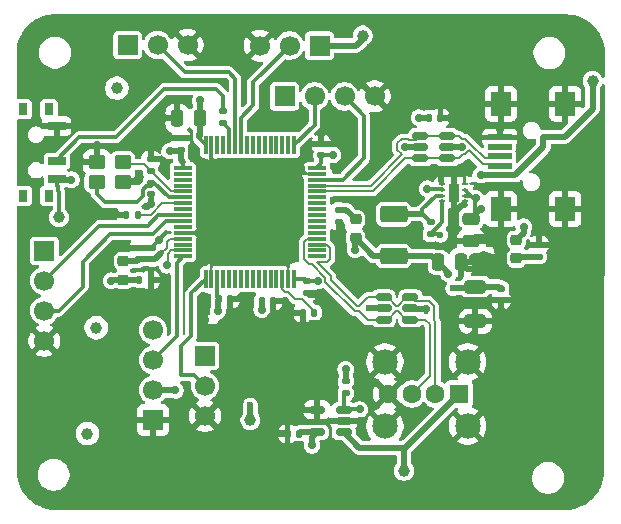
<source format=gbr>
%TF.GenerationSoftware,KiCad,Pcbnew,9.0.3*%
%TF.CreationDate,2025-09-29T14:44:43+08:00*%
%TF.ProjectId,Final Design,46696e61-6c20-4446-9573-69676e2e6b69,rev?*%
%TF.SameCoordinates,Original*%
%TF.FileFunction,Copper,L1,Top*%
%TF.FilePolarity,Positive*%
%FSLAX46Y46*%
G04 Gerber Fmt 4.6, Leading zero omitted, Abs format (unit mm)*
G04 Created by KiCad (PCBNEW 9.0.3) date 2025-09-29 14:44:43*
%MOMM*%
%LPD*%
G01*
G04 APERTURE LIST*
G04 Aperture macros list*
%AMRoundRect*
0 Rectangle with rounded corners*
0 $1 Rounding radius*
0 $2 $3 $4 $5 $6 $7 $8 $9 X,Y pos of 4 corners*
0 Add a 4 corners polygon primitive as box body*
4,1,4,$2,$3,$4,$5,$6,$7,$8,$9,$2,$3,0*
0 Add four circle primitives for the rounded corners*
1,1,$1+$1,$2,$3*
1,1,$1+$1,$4,$5*
1,1,$1+$1,$6,$7*
1,1,$1+$1,$8,$9*
0 Add four rect primitives between the rounded corners*
20,1,$1+$1,$2,$3,$4,$5,0*
20,1,$1+$1,$4,$5,$6,$7,0*
20,1,$1+$1,$6,$7,$8,$9,0*
20,1,$1+$1,$8,$9,$2,$3,0*%
G04 Aperture macros list end*
%TA.AperFunction,SMDPad,CuDef*%
%ADD10RoundRect,0.140000X0.140000X0.170000X-0.140000X0.170000X-0.140000X-0.170000X0.140000X-0.170000X0*%
%TD*%
%TA.AperFunction,SMDPad,CuDef*%
%ADD11R,0.800000X1.000000*%
%TD*%
%TA.AperFunction,SMDPad,CuDef*%
%ADD12R,1.500000X0.700000*%
%TD*%
%TA.AperFunction,SMDPad,CuDef*%
%ADD13RoundRect,0.140000X-0.140000X-0.170000X0.140000X-0.170000X0.140000X0.170000X-0.140000X0.170000X0*%
%TD*%
%TA.AperFunction,ComponentPad*%
%ADD14R,1.700000X1.700000*%
%TD*%
%TA.AperFunction,ComponentPad*%
%ADD15C,1.700000*%
%TD*%
%TA.AperFunction,SMDPad,CuDef*%
%ADD16RoundRect,0.140000X0.170000X-0.140000X0.170000X0.140000X-0.170000X0.140000X-0.170000X-0.140000X0*%
%TD*%
%TA.AperFunction,SMDPad,CuDef*%
%ADD17RoundRect,0.135000X0.185000X-0.135000X0.185000X0.135000X-0.185000X0.135000X-0.185000X-0.135000X0*%
%TD*%
%TA.AperFunction,SMDPad,CuDef*%
%ADD18C,1.000000*%
%TD*%
%TA.AperFunction,SMDPad,CuDef*%
%ADD19RoundRect,0.150000X0.512500X0.150000X-0.512500X0.150000X-0.512500X-0.150000X0.512500X-0.150000X0*%
%TD*%
%TA.AperFunction,SMDPad,CuDef*%
%ADD20RoundRect,0.218750X-0.256250X0.218750X-0.256250X-0.218750X0.256250X-0.218750X0.256250X0.218750X0*%
%TD*%
%TA.AperFunction,SMDPad,CuDef*%
%ADD21RoundRect,0.140000X-0.170000X0.140000X-0.170000X-0.140000X0.170000X-0.140000X0.170000X0.140000X0*%
%TD*%
%TA.AperFunction,SMDPad,CuDef*%
%ADD22RoundRect,0.075000X-0.700000X-0.075000X0.700000X-0.075000X0.700000X0.075000X-0.700000X0.075000X0*%
%TD*%
%TA.AperFunction,SMDPad,CuDef*%
%ADD23RoundRect,0.075000X-0.075000X-0.700000X0.075000X-0.700000X0.075000X0.700000X-0.075000X0.700000X0*%
%TD*%
%TA.AperFunction,SMDPad,CuDef*%
%ADD24RoundRect,0.062500X0.187500X0.062500X-0.187500X0.062500X-0.187500X-0.062500X0.187500X-0.062500X0*%
%TD*%
%TA.AperFunction,HeatsinkPad*%
%ADD25C,0.600000*%
%TD*%
%TA.AperFunction,SMDPad,CuDef*%
%ADD26R,0.900000X1.600000*%
%TD*%
%TA.AperFunction,SMDPad,CuDef*%
%ADD27RoundRect,0.218750X0.256250X-0.218750X0.256250X0.218750X-0.256250X0.218750X-0.256250X-0.218750X0*%
%TD*%
%TA.AperFunction,SMDPad,CuDef*%
%ADD28RoundRect,0.135000X-0.185000X0.135000X-0.185000X-0.135000X0.185000X-0.135000X0.185000X0.135000X0*%
%TD*%
%TA.AperFunction,ComponentPad*%
%ADD29R,1.600000X1.600000*%
%TD*%
%TA.AperFunction,ComponentPad*%
%ADD30C,1.600000*%
%TD*%
%TA.AperFunction,ComponentPad*%
%ADD31C,2.150000*%
%TD*%
%TA.AperFunction,SMDPad,CuDef*%
%ADD32RoundRect,0.250000X-0.450000X-0.350000X0.450000X-0.350000X0.450000X0.350000X-0.450000X0.350000X0*%
%TD*%
%TA.AperFunction,SMDPad,CuDef*%
%ADD33RoundRect,0.250000X-0.250000X-0.475000X0.250000X-0.475000X0.250000X0.475000X-0.250000X0.475000X0*%
%TD*%
%TA.AperFunction,SMDPad,CuDef*%
%ADD34R,2.000000X0.500000*%
%TD*%
%TA.AperFunction,SMDPad,CuDef*%
%ADD35R,1.700000X2.000000*%
%TD*%
%TA.AperFunction,SMDPad,CuDef*%
%ADD36RoundRect,0.250000X0.250000X0.475000X-0.250000X0.475000X-0.250000X-0.475000X0.250000X-0.475000X0*%
%TD*%
%TA.AperFunction,SMDPad,CuDef*%
%ADD37RoundRect,0.250000X0.650000X-0.325000X0.650000X0.325000X-0.650000X0.325000X-0.650000X-0.325000X0*%
%TD*%
%TA.AperFunction,SMDPad,CuDef*%
%ADD38RoundRect,0.249999X-0.900001X0.450001X-0.900001X-0.450001X0.900001X-0.450001X0.900001X0.450001X0*%
%TD*%
%TA.AperFunction,SMDPad,CuDef*%
%ADD39RoundRect,0.250000X-0.475000X0.250000X-0.475000X-0.250000X0.475000X-0.250000X0.475000X0.250000X0*%
%TD*%
%TA.AperFunction,ViaPad*%
%ADD40C,0.700000*%
%TD*%
%TA.AperFunction,ViaPad*%
%ADD41C,0.600000*%
%TD*%
%TA.AperFunction,Conductor*%
%ADD42C,0.200000*%
%TD*%
%TA.AperFunction,Conductor*%
%ADD43C,0.500000*%
%TD*%
%TA.AperFunction,Conductor*%
%ADD44C,0.300000*%
%TD*%
G04 APERTURE END LIST*
D10*
%TO.P,C16,1*%
%TO.N,Net-(U2-VCAP_1)*%
X101960000Y-62000000D03*
%TO.P,C16,2*%
%TO.N,GND*%
X101000000Y-62000000D03*
%TD*%
D11*
%TO.P,SW1,*%
%TO.N,*%
X79500000Y-44800000D03*
X77290000Y-44800000D03*
X79500000Y-52100000D03*
X77290000Y-52100000D03*
D12*
%TO.P,SW1,1,A*%
%TO.N,GND*%
X80150000Y-46200000D03*
%TO.P,SW1,2,B*%
%TO.N,/SW_BOOT0*%
X80150000Y-49200000D03*
%TO.P,SW1,3,C*%
%TO.N,+3.3V*%
X80150000Y-50700000D03*
%TD*%
D13*
%TO.P,C18,1*%
%TO.N,GND*%
X99690000Y-72250000D03*
%TO.P,C18,2*%
%TO.N,+5V_SYS*%
X100650000Y-72250000D03*
%TD*%
D14*
%TO.P,J6,1,Pin_1*%
%TO.N,+3.3V*%
X79100000Y-56780000D03*
D15*
%TO.P,J6,2,Pin_2*%
%TO.N,Net-(J6-Pin_2)*%
X79100000Y-59320000D03*
%TO.P,J6,3,Pin_3*%
%TO.N,Net-(J6-Pin_3)*%
X79100000Y-61860000D03*
%TO.P,J6,4,Pin_4*%
%TO.N,GND*%
X79100000Y-64400000D03*
%TD*%
D14*
%TO.P,L_1,1,Pin_1*%
%TO.N,GND*%
X88300000Y-71100000D03*
D15*
%TO.P,L_1,2,Pin_2*%
%TO.N,+3.3V*%
X88300000Y-68560000D03*
%TO.P,L_1,3,Pin_3*%
%TO.N,/LASER_1_OUT*%
X88300000Y-66020000D03*
%TO.P,L_1,4,Pin_4*%
%TO.N,+5V_SYS*%
X88300000Y-63480000D03*
%TD*%
D10*
%TO.P,C17,1*%
%TO.N,GND*%
X112640000Y-45500000D03*
%TO.P,C17,2*%
%TO.N,+5V_SYS*%
X111680000Y-45500000D03*
%TD*%
D16*
%TO.P,C10,1*%
%TO.N,+3.3VA*%
X87150000Y-57480000D03*
%TO.P,C10,2*%
%TO.N,GND*%
X87150000Y-56520000D03*
%TD*%
D17*
%TO.P,R4,1*%
%TO.N,Net-(D1-K)*%
X120975000Y-57270000D03*
%TO.P,R4,2*%
%TO.N,GND*%
X120975000Y-56250000D03*
%TD*%
D18*
%TO.P,TP5,1,1*%
%TO.N,Net-(U1-PG)*%
X96550000Y-71130000D03*
%TD*%
D14*
%TO.P,R_2,1,Pin_1*%
%TO.N,+5V_SYS*%
X86150000Y-39350000D03*
D15*
%TO.P,R_2,2,Pin_2*%
%TO.N,/RECEIVER_2_IN*%
X88690000Y-39350000D03*
%TO.P,R_2,3,Pin_3*%
%TO.N,GND*%
X91230000Y-39350000D03*
%TD*%
D19*
%TO.P,U3,1,OUT*%
%TO.N,/V_BUS_HOST*%
X104445000Y-72140000D03*
%TO.P,U3,2,GND*%
%TO.N,GND*%
X104445000Y-71190000D03*
%TO.P,U3,3,~{OC}*%
%TO.N,Net-(U2-PA1)*%
X104445000Y-70240000D03*
%TO.P,U3,4,~{EN}*%
%TO.N,GND*%
X102170000Y-70240000D03*
%TO.P,U3,5,IN*%
%TO.N,+5V_SYS*%
X102170000Y-72140000D03*
%TD*%
D13*
%TO.P,C3,1*%
%TO.N,+3.3V*%
X97500000Y-61000000D03*
%TO.P,C3,2*%
%TO.N,GND*%
X98460000Y-61000000D03*
%TD*%
D20*
%TO.P,FB1,1*%
%TO.N,+3.3VA*%
X85800000Y-57650000D03*
%TO.P,FB1,2*%
%TO.N,+3.3V*%
X85800000Y-59225000D03*
%TD*%
D17*
%TO.P,R2,1*%
%TO.N,Net-(U2-PA1)*%
X104620000Y-68840000D03*
%TO.P,R2,2*%
%TO.N,+3.3V*%
X104620000Y-67820000D03*
%TD*%
D21*
%TO.P,C5,1*%
%TO.N,+3.3V*%
X101350000Y-59350000D03*
%TO.P,C5,2*%
%TO.N,GND*%
X101350000Y-60310000D03*
%TD*%
D22*
%TO.P,U2,1,VBAT*%
%TO.N,+3.3V*%
X90825000Y-49750000D03*
%TO.P,U2,2,PC13*%
%TO.N,unconnected-(U2-PC13-Pad2)*%
X90825000Y-50250000D03*
%TO.P,U2,3,PC14*%
%TO.N,unconnected-(U2-PC14-Pad3)*%
X90825000Y-50750000D03*
%TO.P,U2,4,PC15*%
%TO.N,unconnected-(U2-PC15-Pad4)*%
X90825000Y-51250000D03*
%TO.P,U2,5,PH0*%
%TO.N,Net-(U2-PH0)*%
X90825000Y-51750000D03*
%TO.P,U2,6,PH1*%
%TO.N,Net-(U2-PH1)*%
X90825000Y-52250000D03*
%TO.P,U2,7,NRST*%
%TO.N,/NRST*%
X90825000Y-52750000D03*
%TO.P,U2,8,PC0*%
%TO.N,unconnected-(U2-PC0-Pad8)*%
X90825000Y-53250000D03*
%TO.P,U2,9,PC1*%
%TO.N,Net-(J6-Pin_2)*%
X90825000Y-53750000D03*
%TO.P,U2,10,PC2*%
%TO.N,Net-(J6-Pin_3)*%
X90825000Y-54250000D03*
%TO.P,U2,11,PC3*%
%TO.N,unconnected-(U2-PC3-Pad11)*%
X90825000Y-54750000D03*
%TO.P,U2,12,VSSA*%
%TO.N,GND*%
X90825000Y-55250000D03*
%TO.P,U2,13,VDDA*%
%TO.N,+3.3VA*%
X90825000Y-55750000D03*
%TO.P,U2,14,PA0*%
%TO.N,unconnected-(U2-PA0-Pad14)*%
X90825000Y-56250000D03*
%TO.P,U2,15,PA1*%
%TO.N,Net-(U2-PA1)*%
X90825000Y-56750000D03*
%TO.P,U2,16,PA2*%
%TO.N,/LASER_1_OUT*%
X90825000Y-57250000D03*
D23*
%TO.P,U2,17,PA3*%
%TO.N,/RECEIVER_1_IN*%
X92750000Y-59175000D03*
%TO.P,U2,18,VSS*%
%TO.N,GND*%
X93250000Y-59175000D03*
%TO.P,U2,19,VDD*%
%TO.N,+3.3V*%
X93750000Y-59175000D03*
%TO.P,U2,20,PA4*%
%TO.N,unconnected-(U2-PA4-Pad20)*%
X94250000Y-59175000D03*
%TO.P,U2,21,PA5*%
%TO.N,unconnected-(U2-PA5-Pad21)*%
X94750000Y-59175000D03*
%TO.P,U2,22,PA6*%
%TO.N,unconnected-(U2-PA6-Pad22)*%
X95250000Y-59175000D03*
%TO.P,U2,23,PA7*%
%TO.N,unconnected-(U2-PA7-Pad23)*%
X95750000Y-59175000D03*
%TO.P,U2,24,PC4*%
%TO.N,unconnected-(U2-PC4-Pad24)*%
X96250000Y-59175000D03*
%TO.P,U2,25,PC5*%
%TO.N,unconnected-(U2-PC5-Pad25)*%
X96750000Y-59175000D03*
%TO.P,U2,26,PB0*%
%TO.N,unconnected-(U2-PB0-Pad26)*%
X97250000Y-59175000D03*
%TO.P,U2,27,PB1*%
%TO.N,unconnected-(U2-PB1-Pad27)*%
X97750000Y-59175000D03*
%TO.P,U2,28,PB2*%
%TO.N,unconnected-(U2-PB2-Pad28)*%
X98250000Y-59175000D03*
%TO.P,U2,29,PB10*%
%TO.N,unconnected-(U2-PB10-Pad29)*%
X98750000Y-59175000D03*
%TO.P,U2,30,VCAP_1*%
%TO.N,Net-(U2-VCAP_1)*%
X99250000Y-59175000D03*
%TO.P,U2,31,VSS*%
%TO.N,GND*%
X99750000Y-59175000D03*
%TO.P,U2,32,VDD*%
%TO.N,+3.3V*%
X100250000Y-59175000D03*
D22*
%TO.P,U2,33,PB12*%
%TO.N,unconnected-(U2-PB12-Pad33)*%
X102175000Y-57250000D03*
%TO.P,U2,34,PB13*%
%TO.N,unconnected-(U2-PB13-Pad34)*%
X102175000Y-56750000D03*
%TO.P,U2,35,PB14*%
%TO.N,/USB_HOST_N*%
X102175000Y-56250000D03*
%TO.P,U2,36,PB15*%
%TO.N,/USB_HOST_P*%
X102175000Y-55750000D03*
%TO.P,U2,37,PC6*%
%TO.N,unconnected-(U2-PC6-Pad37)*%
X102175000Y-55250000D03*
%TO.P,U2,38,PC7*%
%TO.N,unconnected-(U2-PC7-Pad38)*%
X102175000Y-54750000D03*
%TO.P,U2,39,PC8*%
%TO.N,unconnected-(U2-PC8-Pad39)*%
X102175000Y-54250000D03*
%TO.P,U2,40,PC9*%
%TO.N,unconnected-(U2-PC9-Pad40)*%
X102175000Y-53750000D03*
%TO.P,U2,41,PA8*%
%TO.N,unconnected-(U2-PA8-Pad41)*%
X102175000Y-53250000D03*
%TO.P,U2,42,PA9*%
%TO.N,unconnected-(U2-PA9-Pad42)*%
X102175000Y-52750000D03*
%TO.P,U2,43,PA10*%
%TO.N,unconnected-(U2-PA10-Pad43)*%
X102175000Y-52250000D03*
%TO.P,U2,44,PA11*%
%TO.N,/USB_DEVICE_N*%
X102175000Y-51750000D03*
%TO.P,U2,45,PA12*%
%TO.N,/USB_DEVICE_P*%
X102175000Y-51250000D03*
%TO.P,U2,46,PA13*%
%TO.N,/SWDIO*%
X102175000Y-50750000D03*
%TO.P,U2,47,VSS*%
%TO.N,GND*%
X102175000Y-50250000D03*
%TO.P,U2,48,VDD*%
%TO.N,+3.3V*%
X102175000Y-49750000D03*
D23*
%TO.P,U2,49,PA14*%
%TO.N,/SWCLK*%
X100250000Y-47825000D03*
%TO.P,U2,50,PA15*%
%TO.N,unconnected-(U2-PA15-Pad50)*%
X99750000Y-47825000D03*
%TO.P,U2,51,PC10*%
%TO.N,unconnected-(U2-PC10-Pad51)*%
X99250000Y-47825000D03*
%TO.P,U2,52,PC11*%
%TO.N,unconnected-(U2-PC11-Pad52)*%
X98750000Y-47825000D03*
%TO.P,U2,53,PC12*%
%TO.N,unconnected-(U2-PC12-Pad53)*%
X98250000Y-47825000D03*
%TO.P,U2,54,PD2*%
%TO.N,unconnected-(U2-PD2-Pad54)*%
X97750000Y-47825000D03*
%TO.P,U2,55,PB3*%
%TO.N,unconnected-(U2-PB3-Pad55)*%
X97250000Y-47825000D03*
%TO.P,U2,56,PB4*%
%TO.N,unconnected-(U2-PB4-Pad56)*%
X96750000Y-47825000D03*
%TO.P,U2,57,PB5*%
%TO.N,unconnected-(U2-PB5-Pad57)*%
X96250000Y-47825000D03*
%TO.P,U2,58,PB6*%
%TO.N,/LASER_2_OUT*%
X95750000Y-47825000D03*
%TO.P,U2,59,PB7*%
%TO.N,/RECEIVER_2_IN*%
X95250000Y-47825000D03*
%TO.P,U2,60,BOOT0*%
%TO.N,/BOOT0*%
X94750000Y-47825000D03*
%TO.P,U2,61,PB8*%
%TO.N,unconnected-(U2-PB8-Pad61)*%
X94250000Y-47825000D03*
%TO.P,U2,62,PB9*%
%TO.N,unconnected-(U2-PB9-Pad62)*%
X93750000Y-47825000D03*
%TO.P,U2,63,VSS*%
%TO.N,GND*%
X93250000Y-47825000D03*
%TO.P,U2,64,VDD*%
%TO.N,+3.3V*%
X92750000Y-47825000D03*
%TD*%
D24*
%TO.P,U1,1,PGND*%
%TO.N,GND*%
X114710000Y-52600000D03*
%TO.P,U1,2,VIN*%
%TO.N,+5V_SYS*%
X114710000Y-52100000D03*
%TO.P,U1,3,EN*%
X114710000Y-51600000D03*
%TO.P,U1,4,AGND*%
%TO.N,GND*%
X114710000Y-51100000D03*
%TO.P,U1,5,FB*%
X112810000Y-51100000D03*
%TO.P,U1,6,VOS*%
%TO.N,+3.3V*%
X112810000Y-51600000D03*
%TO.P,U1,7,SW*%
%TO.N,Net-(U1-SW)*%
X112810000Y-52100000D03*
%TO.P,U1,8,PG*%
%TO.N,Net-(U1-PG)*%
X112810000Y-52600000D03*
D25*
%TO.P,U1,9,PAD*%
%TO.N,GND*%
X113760000Y-52350000D03*
D26*
X113760000Y-51850000D03*
D25*
X113760000Y-51350000D03*
%TD*%
D27*
%TO.P,D1,1,K*%
%TO.N,Net-(D1-K)*%
X119075000Y-57425000D03*
%TO.P,D1,2,A*%
%TO.N,+5V_SYS*%
X119075000Y-55850000D03*
%TD*%
D14*
%TO.P,R_1,1,Pin_1*%
%TO.N,+5V_SYS*%
X92700000Y-65675000D03*
D15*
%TO.P,R_1,2,Pin_2*%
%TO.N,/RECEIVER_1_IN*%
X92700000Y-68215000D03*
%TO.P,R_1,3,Pin_3*%
%TO.N,GND*%
X92700000Y-70755000D03*
%TD*%
D28*
%TO.P,R3,1*%
%TO.N,Net-(U1-SW)*%
X111800000Y-54360000D03*
%TO.P,R3,2*%
%TO.N,Net-(U1-PG)*%
X111800000Y-55380000D03*
%TD*%
D18*
%TO.P,FID1,*%
%TO.N,*%
X85250000Y-43000000D03*
%TD*%
%TO.P,FID2,*%
%TO.N,*%
X83500000Y-63300000D03*
%TD*%
D14*
%TO.P,J1,1,Pin_1*%
%TO.N,+3.3V*%
X99440000Y-43700000D03*
D15*
%TO.P,J1,2,Pin_2*%
%TO.N,/SWCLK*%
X101980000Y-43700000D03*
%TO.P,J1,3,Pin_3*%
%TO.N,/SWDIO*%
X104520000Y-43700000D03*
%TO.P,J1,4,Pin_4*%
%TO.N,GND*%
X107060000Y-43700000D03*
%TD*%
D16*
%TO.P,C9,1*%
%TO.N,+3.3VA*%
X88250000Y-57480000D03*
%TO.P,C9,2*%
%TO.N,GND*%
X88250000Y-56520000D03*
%TD*%
D29*
%TO.P,J4,1,VBUS*%
%TO.N,/V_BUS_HOST*%
X114210000Y-68900000D03*
D30*
%TO.P,J4,2,D-*%
%TO.N,/USB_HOST_N*%
X112210000Y-68900000D03*
%TO.P,J4,3,D+*%
%TO.N,/USB_HOST_P*%
X110210000Y-68900000D03*
%TO.P,J4,4,GND*%
%TO.N,GND*%
X108210000Y-68900000D03*
D31*
%TO.P,J4,5,Shield*%
X114940000Y-71620000D03*
X114940000Y-66180000D03*
X107940000Y-71620000D03*
X107940000Y-66180000D03*
%TD*%
D14*
%TO.P,L_2,1,Pin_1*%
%TO.N,+5V_SYS*%
X102400000Y-39400000D03*
D15*
%TO.P,L_2,2,Pin_2*%
%TO.N,/LASER_2_OUT*%
X99860000Y-39400000D03*
%TO.P,L_2,3,Pin_3*%
%TO.N,GND*%
X97320000Y-39400000D03*
%TD*%
D32*
%TO.P,Y1,1,1*%
%TO.N,Net-(U2-PH1)*%
X83550000Y-50950000D03*
%TO.P,Y1,2,2*%
%TO.N,GND*%
X85750000Y-50950000D03*
%TO.P,Y1,3,3*%
%TO.N,Net-(U2-PH0)*%
X85750000Y-49250000D03*
%TO.P,Y1,4,4*%
%TO.N,GND*%
X83550000Y-49250000D03*
%TD*%
D16*
%TO.P,C19,1*%
%TO.N,GND*%
X117800000Y-60950000D03*
%TO.P,C19,2*%
%TO.N,/V_BUS_HOST*%
X117800000Y-59990000D03*
%TD*%
D18*
%TO.P,TP1,1,1*%
%TO.N,+5V_SYS*%
X125520000Y-42380000D03*
%TD*%
D16*
%TO.P,C6,1*%
%TO.N,+3.3V*%
X90630000Y-48220000D03*
%TO.P,C6,2*%
%TO.N,GND*%
X90630000Y-47260000D03*
%TD*%
D33*
%TO.P,C7,1*%
%TO.N,+3.3V*%
X112460000Y-57760000D03*
%TO.P,C7,2*%
%TO.N,GND*%
X114360000Y-57760000D03*
%TD*%
D18*
%TO.P,TP2,1,1*%
%TO.N,/V_BUS_HOST*%
X109550000Y-75400000D03*
%TD*%
D19*
%TO.P,USB_EDC_PROT1,1,I/O1*%
%TO.N,/USB_DEVICE_N*%
X113214654Y-48960000D03*
%TO.P,USB_EDC_PROT1,2,GND*%
%TO.N,GND*%
X113214654Y-48010000D03*
%TO.P,USB_EDC_PROT1,3,I/O2*%
%TO.N,/USB_DEVICE_P*%
X113214654Y-47060000D03*
%TO.P,USB_EDC_PROT1,4,I/O2*%
X110939654Y-47060000D03*
%TO.P,USB_EDC_PROT1,5,VBUS*%
%TO.N,+5V_SYS*%
X110939654Y-48010000D03*
%TO.P,USB_EDC_PROT1,6,I/O1*%
%TO.N,/USB_DEVICE_N*%
X110939654Y-48960000D03*
%TD*%
D34*
%TO.P,J5,1,VBUS*%
%TO.N,+5V_SYS*%
X117658000Y-50380000D03*
%TO.P,J5,2,D-*%
%TO.N,/USB_DEVICE_N*%
X117658000Y-49580000D03*
%TO.P,J5,3,D+*%
%TO.N,/USB_DEVICE_P*%
X117658000Y-48780000D03*
%TO.P,J5,4,ID*%
%TO.N,unconnected-(J5-ID-Pad4)*%
X117658000Y-47980000D03*
%TO.P,J5,5,GND*%
%TO.N,GND*%
X117658000Y-47180000D03*
D35*
%TO.P,J5,6,Shield*%
X117758000Y-53230000D03*
X123208000Y-53230000D03*
X117758000Y-44330000D03*
X123208000Y-44330000D03*
%TD*%
D18*
%TO.P,FID3,*%
%TO.N,*%
X82750000Y-72250000D03*
%TD*%
D36*
%TO.P,C1,1*%
%TO.N,+3.3V*%
X92250000Y-45550000D03*
%TO.P,C1,2*%
%TO.N,GND*%
X90350000Y-45550000D03*
%TD*%
D18*
%TO.P,TP4,1,1*%
%TO.N,+5V_SYS*%
X106050000Y-38550000D03*
%TD*%
D10*
%TO.P,C12,1*%
%TO.N,/NRST*%
X87000000Y-53750000D03*
%TO.P,C12,2*%
%TO.N,GND*%
X86040000Y-53750000D03*
%TD*%
D19*
%TO.P,USB_EDC_PROT2,1,I/O1*%
%TO.N,/USB_HOST_P*%
X110100000Y-62600000D03*
%TO.P,USB_EDC_PROT2,2,GND*%
%TO.N,GND*%
X110100000Y-61650000D03*
%TO.P,USB_EDC_PROT2,3,I/O2*%
%TO.N,/USB_HOST_N*%
X110100000Y-60700000D03*
%TO.P,USB_EDC_PROT2,4,I/O2*%
X107825000Y-60700000D03*
%TO.P,USB_EDC_PROT2,5,VBUS*%
%TO.N,/V_BUS_HOST*%
X107825000Y-61650000D03*
%TO.P,USB_EDC_PROT2,6,I/O1*%
%TO.N,/USB_HOST_P*%
X107825000Y-62600000D03*
%TD*%
D13*
%TO.P,C11,1*%
%TO.N,+3.3V*%
X87150000Y-59250000D03*
%TO.P,C11,2*%
%TO.N,GND*%
X88110000Y-59250000D03*
%TD*%
D18*
%TO.P,TP3,1,1*%
%TO.N,+3.3V*%
X80350000Y-53950000D03*
%TD*%
D20*
%TO.P,D2,1,K*%
%TO.N,Net-(D2-K)*%
X105450000Y-54125000D03*
%TO.P,D2,2,A*%
%TO.N,+3.3V*%
X105450000Y-55700000D03*
%TD*%
D28*
%TO.P,R1,1*%
%TO.N,/SW_BOOT0*%
X94250000Y-44930000D03*
%TO.P,R1,2*%
%TO.N,/BOOT0*%
X94250000Y-45950000D03*
%TD*%
D13*
%TO.P,C4,1*%
%TO.N,+3.3V*%
X93890000Y-60850000D03*
%TO.P,C4,2*%
%TO.N,GND*%
X94850000Y-60850000D03*
%TD*%
D37*
%TO.P,C20,1*%
%TO.N,GND*%
X115600000Y-62750000D03*
%TO.P,C20,2*%
%TO.N,/V_BUS_HOST*%
X115600000Y-59800000D03*
%TD*%
D17*
%TO.P,R5,1*%
%TO.N,GND*%
X104050000Y-54320000D03*
%TO.P,R5,2*%
%TO.N,Net-(D2-K)*%
X104050000Y-53300000D03*
%TD*%
D38*
%TO.P,L1,1,1*%
%TO.N,Net-(U1-SW)*%
X108670000Y-53670000D03*
%TO.P,L1,2,2*%
%TO.N,+3.3V*%
X108670000Y-57220000D03*
%TD*%
D39*
%TO.P,C8,1*%
%TO.N,+5V_SYS*%
X115250000Y-54050000D03*
%TO.P,C8,2*%
%TO.N,GND*%
X115250000Y-55950000D03*
%TD*%
D16*
%TO.P,C2,1*%
%TO.N,+3.3V*%
X102550000Y-48700000D03*
%TO.P,C2,2*%
%TO.N,GND*%
X102550000Y-47740000D03*
%TD*%
D21*
%TO.P,C13,1*%
%TO.N,Net-(U2-PH1)*%
X88100000Y-51000000D03*
%TO.P,C13,2*%
%TO.N,GND*%
X88100000Y-51960000D03*
%TD*%
D16*
%TO.P,C14,1*%
%TO.N,Net-(U2-PH0)*%
X88100000Y-50000000D03*
%TO.P,C14,2*%
%TO.N,GND*%
X88100000Y-49040000D03*
%TD*%
D40*
%TO.N,GND*%
X83700000Y-60500000D03*
X111400000Y-61700000D03*
X108000000Y-64000000D03*
X95470000Y-57670000D03*
X115900000Y-37400000D03*
X93408750Y-77880000D03*
X112610000Y-50180000D03*
X122100000Y-56300000D03*
X96500000Y-51000000D03*
X118300000Y-39400000D03*
X117700000Y-46500000D03*
X89200000Y-45500000D03*
X107700000Y-47700000D03*
X83000000Y-37750000D03*
X98090000Y-49470000D03*
X100780000Y-70790000D03*
X90642500Y-75370000D03*
X125360000Y-62770000D03*
X117800000Y-61800000D03*
X116700000Y-64200000D03*
X113880000Y-53450000D03*
X78000000Y-72000000D03*
X120975000Y-55350000D03*
X112400000Y-37400000D03*
X107400000Y-49100000D03*
X82360000Y-67950000D03*
X82100000Y-49050000D03*
X81250000Y-62500000D03*
X105880000Y-64140000D03*
X81250000Y-63750000D03*
X111420000Y-77880000D03*
X109100000Y-43100000D03*
X114160000Y-77900000D03*
X114470000Y-47960000D03*
X87150000Y-50350000D03*
X87816250Y-77880000D03*
X107420000Y-75370000D03*
X99500000Y-57750000D03*
X118580000Y-77880000D03*
X82430000Y-69820000D03*
X101827500Y-75370000D03*
X84350000Y-69700000D03*
X79890000Y-68400000D03*
X81170000Y-43290000D03*
X109100000Y-43900000D03*
X102250000Y-60500000D03*
X101797500Y-77880000D03*
X118200000Y-41700000D03*
X96240000Y-56030000D03*
X88100000Y-48100000D03*
X104623750Y-75370000D03*
X100838000Y-49784000D03*
X82970000Y-44850000D03*
X85110000Y-45010000D03*
X96205000Y-77880000D03*
X125510000Y-57610000D03*
X99500000Y-61000000D03*
X83140000Y-77880000D03*
X95680000Y-60766084D03*
X78000000Y-70000000D03*
X104593750Y-77880000D03*
X90490000Y-72525000D03*
X92250000Y-51750000D03*
X102540000Y-66430000D03*
X97520000Y-64490000D03*
X96910000Y-57700000D03*
X84500000Y-57300000D03*
X102680000Y-67760000D03*
X83550000Y-47850000D03*
X85200000Y-53700000D03*
X100190000Y-51820000D03*
X94340000Y-54780000D03*
X107300000Y-45900000D03*
X92250000Y-49250000D03*
X113460000Y-45550000D03*
X125510000Y-55020000D03*
X85020000Y-77880000D03*
X93300000Y-49250000D03*
X80000000Y-72000000D03*
X98500000Y-54750000D03*
X96160000Y-49250000D03*
X113000000Y-60900000D03*
X88100000Y-52800000D03*
X85050000Y-75370000D03*
X100580000Y-67690000D03*
X102550000Y-46900000D03*
X78470000Y-43220000D03*
X96020000Y-72820000D03*
X104700000Y-65600000D03*
X105850000Y-71190000D03*
X100810000Y-69980000D03*
X93438750Y-75370000D03*
X80000000Y-70000000D03*
X85800000Y-60350000D03*
X100540000Y-54230000D03*
X104300000Y-55100000D03*
X87846250Y-75370000D03*
X118510000Y-75370000D03*
X98500000Y-52500000D03*
X114090000Y-75390000D03*
X83110000Y-41020000D03*
X121650000Y-62900000D03*
X108200000Y-37600000D03*
X82010000Y-52390000D03*
X119250000Y-63600000D03*
X115100000Y-64100000D03*
X113300000Y-62000000D03*
X95420000Y-64420000D03*
X81500000Y-46250000D03*
X107590000Y-77830000D03*
X111350000Y-75370000D03*
X100000000Y-62000000D03*
X116660000Y-55610000D03*
X115440000Y-58310000D03*
X93500000Y-57750000D03*
X94250000Y-52250000D03*
X89670000Y-47250000D03*
X108100000Y-39100000D03*
X83170000Y-75370000D03*
X125360000Y-60180000D03*
X118300000Y-37800000D03*
X90612500Y-77880000D03*
X88150000Y-60150000D03*
X92150000Y-55250000D03*
X99031250Y-75370000D03*
X115430000Y-57350000D03*
X113400000Y-62900000D03*
X84280000Y-67830000D03*
X104050000Y-64230000D03*
X96235000Y-75370000D03*
X88800000Y-55900000D03*
X95250000Y-67090000D03*
X111100000Y-43000000D03*
X77910000Y-68420000D03*
X99001250Y-77880000D03*
X97350000Y-67160000D03*
X98720000Y-72210000D03*
%TO.N,+3.3V*%
X111530000Y-51510000D03*
X81400000Y-50750000D03*
X93800000Y-61850000D03*
X105400000Y-56700000D03*
X97500000Y-61750000D03*
X84750000Y-59300000D03*
X103550000Y-48650000D03*
X104620000Y-66800000D03*
X89700000Y-48330000D03*
X92300000Y-44050000D03*
X90200000Y-68600000D03*
X102250000Y-59350000D03*
X113320000Y-58740000D03*
%TO.N,+5V_SYS*%
X110810000Y-45500000D03*
X116050000Y-50370000D03*
X101757500Y-73240000D03*
X116090000Y-53260000D03*
X115610000Y-52330000D03*
X109640654Y-47960000D03*
X119675000Y-54725000D03*
D41*
%TO.N,/V_BUS_HOST*%
X106600000Y-61600000D03*
X113700000Y-59950000D03*
D40*
%TO.N,Net-(U2-PA1)*%
X89500000Y-58000000D03*
X105800000Y-70210000D03*
D41*
%TO.N,Net-(U1-PG)*%
X96550000Y-69850000D03*
X112640000Y-55430000D03*
%TD*%
D42*
%TO.N,/NRST*%
X90825000Y-52750000D02*
X89100000Y-52750000D01*
X88100000Y-53750000D02*
X87000000Y-53750000D01*
X89100000Y-52750000D02*
X88100000Y-53750000D01*
%TO.N,GND*%
X108760000Y-68480000D02*
X108760000Y-68970000D01*
D43*
X101070000Y-70240000D02*
X100810000Y-69980000D01*
X90620000Y-47250000D02*
X90630000Y-47260000D01*
X83550000Y-47850000D02*
X83550000Y-49250000D01*
X98720000Y-72210000D02*
X99650000Y-72210000D01*
X88250000Y-56520000D02*
X87150000Y-56520000D01*
X86040000Y-53750000D02*
X85250000Y-53750000D01*
D44*
X85950000Y-50750000D02*
X85750000Y-50950000D01*
D43*
X115600000Y-63600000D02*
X115600000Y-62750000D01*
X114440000Y-52890000D02*
X113880000Y-53450000D01*
D42*
X99750000Y-58000000D02*
X99500000Y-57750000D01*
D43*
X117700000Y-46500000D02*
X117700000Y-47138000D01*
X113245000Y-48010000D02*
X114420000Y-48010000D01*
X113880000Y-53450000D02*
X113880000Y-53430000D01*
X90300000Y-45500000D02*
X90350000Y-45550000D01*
D44*
X94933916Y-60766084D02*
X94850000Y-60850000D01*
D43*
X89200000Y-45500000D02*
X90300000Y-45500000D01*
D44*
X90825000Y-55250000D02*
X92150000Y-55250000D01*
D42*
X99750000Y-59175000D02*
X99750000Y-58000000D01*
D43*
X101500000Y-60500000D02*
X102250000Y-60500000D01*
X89670000Y-47250000D02*
X90620000Y-47250000D01*
D44*
X86750000Y-50750000D02*
X85950000Y-50750000D01*
X112610000Y-50180000D02*
X112591000Y-50199000D01*
D43*
X120975000Y-55350000D02*
X120975000Y-56250000D01*
X104300000Y-55100000D02*
X104300000Y-54570000D01*
X100000000Y-62000000D02*
X101000000Y-62000000D01*
D44*
X95680000Y-60766084D02*
X94933916Y-60766084D01*
D43*
X99650000Y-72210000D02*
X99690000Y-72250000D01*
X88100000Y-48100000D02*
X88100000Y-49040000D01*
D44*
X88100000Y-52800000D02*
X88100000Y-51960000D01*
X93250000Y-49200000D02*
X93300000Y-49250000D01*
D43*
X88150000Y-60150000D02*
X88150000Y-59290000D01*
X104300000Y-54570000D02*
X104050000Y-54320000D01*
D44*
X112591000Y-50199000D02*
X112591000Y-50860000D01*
D43*
X81500000Y-46250000D02*
X80050000Y-46250000D01*
D42*
X93250000Y-58000000D02*
X93500000Y-57750000D01*
D43*
X115440000Y-58310000D02*
X114910000Y-58310000D01*
X99500000Y-61000000D02*
X98460000Y-61000000D01*
D44*
X112591000Y-50860000D02*
X112810000Y-51079000D01*
X93250000Y-47825000D02*
X93250000Y-49200000D01*
X102550000Y-46900000D02*
X102550000Y-47740000D01*
X88800000Y-55900000D02*
X88250000Y-56450000D01*
D43*
X115100000Y-64100000D02*
X115600000Y-63600000D01*
X105850000Y-71190000D02*
X104445000Y-71190000D01*
X88150000Y-59290000D02*
X88110000Y-59250000D01*
D44*
X114710000Y-52880000D02*
X114700000Y-52890000D01*
D43*
X114700000Y-52890000D02*
X114440000Y-52890000D01*
X117700000Y-47138000D02*
X117658000Y-47180000D01*
X117800000Y-61800000D02*
X117800000Y-60950000D01*
D44*
X88250000Y-56450000D02*
X88250000Y-56520000D01*
D43*
X115590000Y-55610000D02*
X115250000Y-55950000D01*
D44*
X87150000Y-50350000D02*
X86750000Y-50750000D01*
D43*
X80050000Y-46250000D02*
X80000000Y-46200000D01*
X102170000Y-70240000D02*
X101070000Y-70240000D01*
X111400000Y-61700000D02*
X110150000Y-61700000D01*
X114910000Y-58310000D02*
X114360000Y-57760000D01*
X116660000Y-55610000D02*
X115590000Y-55610000D01*
D42*
X100838000Y-49784000D02*
X101304000Y-50250000D01*
D44*
X114710000Y-52600000D02*
X114710000Y-52880000D01*
D43*
X114420000Y-48010000D02*
X114470000Y-47960000D01*
D42*
X101304000Y-50250000D02*
X102175000Y-50250000D01*
D43*
X110150000Y-61700000D02*
X110100000Y-61650000D01*
D42*
X93250000Y-59175000D02*
X93250000Y-58000000D01*
D44*
%TO.N,+3.3V*%
X112790000Y-51580000D02*
X112810000Y-51600000D01*
D43*
X80050000Y-50750000D02*
X80000000Y-50700000D01*
X85800000Y-59225000D02*
X84825000Y-59225000D01*
D44*
X80251000Y-51701000D02*
X80251000Y-51249000D01*
D43*
X81400000Y-50750000D02*
X80050000Y-50750000D01*
D44*
X80150000Y-51249000D02*
X80150000Y-50700000D01*
D43*
X106970000Y-57220000D02*
X105450000Y-55700000D01*
X90200000Y-68600000D02*
X88340000Y-68600000D01*
D44*
X80350000Y-51800000D02*
X80251000Y-51701000D01*
X100250000Y-59175000D02*
X101175000Y-59175000D01*
D43*
X113320000Y-58620000D02*
X112460000Y-57760000D01*
D44*
X102600000Y-48650000D02*
X102550000Y-48700000D01*
X93750000Y-59175000D02*
X93750000Y-60710000D01*
X92150000Y-46850000D02*
X92150000Y-47150000D01*
D43*
X92300000Y-44050000D02*
X92300000Y-45500000D01*
X97500000Y-61000000D02*
X97500000Y-61750000D01*
X87150000Y-59250000D02*
X85825000Y-59250000D01*
X105400000Y-55750000D02*
X105450000Y-55700000D01*
X93800000Y-61850000D02*
X93800000Y-60940000D01*
X92250000Y-47050000D02*
X92250000Y-45550000D01*
D44*
X102550000Y-48700000D02*
X102550000Y-49375000D01*
X103550000Y-48650000D02*
X102600000Y-48650000D01*
X102550000Y-49375000D02*
X102175000Y-49750000D01*
X93750000Y-60710000D02*
X93890000Y-60850000D01*
D43*
X90630000Y-49080000D02*
X90630000Y-48220000D01*
D44*
X111530000Y-51510000D02*
X111630000Y-51510000D01*
X80251000Y-51249000D02*
X80150000Y-51249000D01*
D43*
X90520000Y-48330000D02*
X90630000Y-48220000D01*
X108670000Y-57220000D02*
X111920000Y-57220000D01*
X111920000Y-57220000D02*
X112460000Y-57760000D01*
X105400000Y-56700000D02*
X105400000Y-55750000D01*
D44*
X111630000Y-51510000D02*
X111700000Y-51580000D01*
X90825000Y-49275000D02*
X90800000Y-49250000D01*
X90825000Y-49750000D02*
X90825000Y-49275000D01*
D43*
X88340000Y-68600000D02*
X88300000Y-68560000D01*
X104620000Y-67820000D02*
X104620000Y-66800000D01*
X90800000Y-49250000D02*
X90630000Y-49080000D01*
D44*
X92250000Y-47325000D02*
X92250000Y-46750000D01*
D43*
X89700000Y-48330000D02*
X90520000Y-48330000D01*
D44*
X102250000Y-59350000D02*
X101350000Y-59350000D01*
X80350000Y-53950000D02*
X80350000Y-51800000D01*
D43*
X93800000Y-60940000D02*
X93890000Y-60850000D01*
X92300000Y-45500000D02*
X92250000Y-45550000D01*
D44*
X111700000Y-51580000D02*
X112790000Y-51580000D01*
D43*
X84825000Y-59225000D02*
X84750000Y-59300000D01*
D44*
X92250000Y-46750000D02*
X92150000Y-46850000D01*
D43*
X85825000Y-59250000D02*
X85800000Y-59225000D01*
D44*
X101175000Y-59175000D02*
X101350000Y-59350000D01*
X92750000Y-47825000D02*
X92250000Y-47325000D01*
D43*
X113320000Y-58740000D02*
X113320000Y-58620000D01*
X108670000Y-57220000D02*
X106970000Y-57220000D01*
D44*
%TO.N,Net-(U2-PH1)*%
X86950000Y-52650000D02*
X87439000Y-52161000D01*
X87439000Y-51612740D02*
X87722740Y-51329000D01*
D43*
X83750000Y-51250000D02*
X83800000Y-51200000D01*
D44*
X83550000Y-50950000D02*
X83550000Y-51950000D01*
X88100000Y-51329000D02*
X88100000Y-51000000D01*
X87722740Y-51329000D02*
X88100000Y-51329000D01*
X87439000Y-52161000D02*
X87439000Y-51612740D01*
X88409999Y-51000000D02*
X88100000Y-51000000D01*
X84250000Y-52650000D02*
X86950000Y-52650000D01*
X89659999Y-52250000D02*
X88409999Y-51000000D01*
X90825000Y-52250000D02*
X89659999Y-52250000D01*
X83550000Y-51950000D02*
X84250000Y-52650000D01*
D42*
%TO.N,Net-(U2-PH0)*%
X88100000Y-50000000D02*
X87550000Y-49450000D01*
X87550000Y-49450000D02*
X85950000Y-49450000D01*
X90250000Y-51750000D02*
X90201000Y-51701000D01*
X89850000Y-51750000D02*
X88100000Y-50000000D01*
X90825000Y-51750000D02*
X89850000Y-51750000D01*
X90825000Y-51750000D02*
X90250000Y-51750000D01*
X85950000Y-49450000D02*
X85750000Y-49250000D01*
D44*
%TO.N,/SWDIO*%
X106150000Y-45330000D02*
X104520000Y-43700000D01*
X104356364Y-50750000D02*
X106150000Y-48956364D01*
X102175000Y-50750000D02*
X104356364Y-50750000D01*
X106150000Y-48956364D02*
X106150000Y-45330000D01*
%TO.N,/SWCLK*%
X101980000Y-46095000D02*
X101980000Y-43700000D01*
X100250000Y-47825000D02*
X101980000Y-46095000D01*
%TO.N,/SW_BOOT0*%
X89258636Y-43050000D02*
X85159636Y-47149000D01*
X94250000Y-44930000D02*
X94250000Y-43700000D01*
X82051000Y-47149000D02*
X80150000Y-49050000D01*
X80150000Y-49050000D02*
X80150000Y-49200000D01*
X85159636Y-47149000D02*
X82051000Y-47149000D01*
X94250000Y-43700000D02*
X93600000Y-43050000D01*
X93600000Y-43050000D02*
X89258636Y-43050000D01*
%TO.N,/BOOT0*%
X94750000Y-46450000D02*
X94250000Y-45950000D01*
X94750000Y-47825000D02*
X94750000Y-46450000D01*
%TO.N,+5V_SYS*%
X114710000Y-51600000D02*
X115375000Y-52265000D01*
D43*
X118970000Y-50380000D02*
X121359000Y-47991000D01*
X106050000Y-38850000D02*
X106050000Y-38550000D01*
X117648000Y-50370000D02*
X117658000Y-50380000D01*
X116050000Y-50370000D02*
X117648000Y-50370000D01*
X119675000Y-54725000D02*
X119675000Y-55250000D01*
X111680000Y-45500000D02*
X110810000Y-45500000D01*
D44*
X115580000Y-52470000D02*
X115580000Y-53720000D01*
D43*
X101757500Y-72552500D02*
X102170000Y-72140000D01*
D44*
X115375000Y-52265000D02*
X115580000Y-52470000D01*
D43*
X125520000Y-44770000D02*
X125520000Y-42380000D01*
X121359000Y-47991000D02*
X121359000Y-47110000D01*
D44*
X115300000Y-54050000D02*
X116090000Y-53260000D01*
D43*
X123180000Y-47110000D02*
X125520000Y-44770000D01*
X105500000Y-39400000D02*
X106050000Y-38850000D01*
X117658000Y-50380000D02*
X118970000Y-50380000D01*
X121359000Y-47110000D02*
X123180000Y-47110000D01*
D44*
X115580000Y-53720000D02*
X115250000Y-54050000D01*
D43*
X109640654Y-47960000D02*
X110920000Y-47960000D01*
X119675000Y-55250000D02*
X119075000Y-55850000D01*
X110920000Y-47960000D02*
X110970000Y-48010000D01*
X102400000Y-39400000D02*
X105500000Y-39400000D01*
D44*
X115210000Y-52100000D02*
X115375000Y-52265000D01*
X114710000Y-52100000D02*
X115210000Y-52100000D01*
D43*
X100760000Y-72140000D02*
X100650000Y-72250000D01*
X101757500Y-73240000D02*
X101757500Y-72552500D01*
D44*
X115250000Y-54050000D02*
X115300000Y-54050000D01*
D43*
X102170000Y-72140000D02*
X100760000Y-72140000D01*
D42*
%TO.N,Net-(U2-VCAP_1)*%
X99750000Y-60250000D02*
X100326550Y-60826550D01*
X99250000Y-59983824D02*
X99516176Y-60250000D01*
X100326550Y-60826550D02*
X100889000Y-60826550D01*
X100889000Y-60826550D02*
X101960000Y-61897550D01*
X101960000Y-61897550D02*
X101960000Y-62000000D01*
X99250000Y-59175000D02*
X99250000Y-59983824D01*
X99516176Y-60250000D02*
X99750000Y-60250000D01*
%TO.N,+3.3VA*%
X90250000Y-55750000D02*
X90201000Y-55799000D01*
D43*
X86980000Y-57650000D02*
X87150000Y-57480000D01*
X85800000Y-57650000D02*
X86980000Y-57650000D01*
X88250000Y-57480000D02*
X88270000Y-57500000D01*
D42*
X89500000Y-56500000D02*
X89000000Y-57000000D01*
D43*
X87150000Y-57480000D02*
X88250000Y-57480000D01*
D42*
X90201000Y-55799000D02*
X89701000Y-55799000D01*
X89500000Y-56000000D02*
X89500000Y-56500000D01*
X89701000Y-55799000D02*
X89500000Y-56000000D01*
D43*
X88500000Y-57500000D02*
X89000000Y-57000000D01*
D42*
%TO.N,/USB_HOST_P*%
X102901000Y-59080346D02*
X102901000Y-59401000D01*
X101317176Y-55799000D02*
X101099000Y-56017176D01*
X102901000Y-59401000D02*
X105375000Y-61875000D01*
X101099000Y-56017176D02*
X101099000Y-57482824D01*
X108187500Y-62600000D02*
X108912500Y-61875000D01*
X110100000Y-62600000D02*
X111363603Y-62600000D01*
X106465624Y-62600000D02*
X107825000Y-62600000D01*
X102175000Y-55750000D02*
X102126000Y-55799000D01*
X111363603Y-62600000D02*
X111759999Y-62996396D01*
X111759999Y-67350001D02*
X110210000Y-68900000D01*
X108912500Y-61875000D02*
X109012500Y-61875000D01*
X105375000Y-61875000D02*
X105740624Y-61875000D01*
X109737500Y-62600000D02*
X110100000Y-62600000D01*
X102800000Y-55750000D02*
X102825000Y-55775000D01*
X102126000Y-55799000D02*
X101317176Y-55799000D01*
X109012500Y-61875000D02*
X109737500Y-62600000D01*
X101725000Y-57904346D02*
X102901000Y-59080346D01*
X101520522Y-57904346D02*
X101725000Y-57904346D01*
X111759999Y-62996396D02*
X111759999Y-67350001D01*
X105740624Y-61875000D02*
X106465624Y-62600000D01*
X101099000Y-57482824D02*
X101520522Y-57904346D01*
X107825000Y-62600000D02*
X108187500Y-62600000D01*
D43*
%TO.N,/V_BUS_HOST*%
X117610000Y-59800000D02*
X117800000Y-59990000D01*
X113700000Y-59950000D02*
X115450000Y-59950000D01*
X107775000Y-61600000D02*
X107825000Y-61650000D01*
X115450000Y-59950000D02*
X115600000Y-59800000D01*
X115600000Y-59800000D02*
X117610000Y-59800000D01*
X117790000Y-60000000D02*
X117800000Y-59990000D01*
X105755000Y-73450000D02*
X109660000Y-73450000D01*
X106600000Y-61600000D02*
X107775000Y-61600000D01*
X104445000Y-72140000D02*
X105755000Y-73450000D01*
X109550000Y-73560000D02*
X109660000Y-73450000D01*
X109550000Y-75400000D02*
X109550000Y-73560000D01*
X109660000Y-73450000D02*
X114210000Y-68900000D01*
X117840000Y-59950000D02*
X117800000Y-59990000D01*
X114378090Y-68900000D02*
X114210000Y-68900000D01*
%TO.N,Net-(D1-K)*%
X120975000Y-57270000D02*
X119230000Y-57270000D01*
X119230000Y-57270000D02*
X119075000Y-57425000D01*
D44*
%TO.N,/RECEIVER_1_IN*%
X90700000Y-64850000D02*
X91550000Y-64000000D01*
X91810000Y-67325000D02*
X90700000Y-67325000D01*
X91550000Y-64000000D02*
X91550000Y-60375000D01*
X91550000Y-60375000D02*
X92750000Y-59175000D01*
X92700000Y-68215000D02*
X91810000Y-67325000D01*
X90700000Y-67325000D02*
X90700000Y-64850000D01*
D42*
%TO.N,/USB_DEVICE_P*%
X108989654Y-47690346D02*
X109371000Y-47309000D01*
X115233198Y-47785000D02*
X116403198Y-48955000D01*
X109388654Y-48611000D02*
X109371000Y-48611000D01*
X110577154Y-47060000D02*
X110939654Y-47060000D01*
X116733000Y-48955000D02*
X116908000Y-48780000D01*
X109910308Y-47309000D02*
X110010308Y-47409000D01*
X102175000Y-51250000D02*
X103337501Y-51250000D01*
X113245000Y-47060000D02*
X113070000Y-47060000D01*
X103362501Y-51275000D02*
X106724654Y-51275000D01*
X114739654Y-47309000D02*
X115215654Y-47785000D01*
X108989654Y-48229654D02*
X108989654Y-47690346D01*
X113214654Y-47060000D02*
X114208405Y-47060000D01*
X113070000Y-47060000D02*
X112970000Y-46960000D01*
X114208405Y-47060000D02*
X114457405Y-47309000D01*
X110590654Y-47409000D02*
X110939654Y-47060000D01*
X103337501Y-51250000D02*
X103362501Y-51275000D01*
X110970000Y-47060000D02*
X113245000Y-47060000D01*
X109371000Y-47309000D02*
X109910308Y-47309000D01*
X109371000Y-48611000D02*
X108989654Y-48229654D01*
X116403198Y-48955000D02*
X116733000Y-48955000D01*
X115215654Y-47785000D02*
X115233198Y-47785000D01*
X110010308Y-47409000D02*
X110590654Y-47409000D01*
X106724654Y-51275000D02*
X109388654Y-48611000D01*
X114457405Y-47309000D02*
X114739654Y-47309000D01*
X116908000Y-48780000D02*
X117658000Y-48780000D01*
X117494397Y-48780000D02*
X117658000Y-48780000D01*
D44*
%TO.N,/RECEIVER_2_IN*%
X95250000Y-42200000D02*
X95250000Y-47825000D01*
X90990000Y-41650000D02*
X94700000Y-41650000D01*
X94700000Y-41650000D02*
X95250000Y-42200000D01*
X88690000Y-39350000D02*
X90990000Y-41650000D01*
D43*
%TO.N,Net-(D2-K)*%
X105450000Y-54125000D02*
X104625000Y-53300000D01*
X104625000Y-53300000D02*
X104050000Y-53300000D01*
D42*
%TO.N,/USB_DEVICE_N*%
X113214654Y-48960000D02*
X114208405Y-48960000D01*
X110970000Y-48960000D02*
X113245000Y-48960000D01*
X102175000Y-51750000D02*
X103337501Y-51750000D01*
X116733000Y-49405000D02*
X116908000Y-49580000D01*
X103337501Y-51750000D02*
X103362501Y-51725000D01*
X114739654Y-48611000D02*
X115081228Y-48269426D01*
X106911051Y-51725000D02*
X109676051Y-48960000D01*
X114208405Y-48960000D02*
X114557405Y-48611000D01*
X110577154Y-48960000D02*
X110939654Y-48960000D01*
X116908000Y-49580000D02*
X117658000Y-49580000D01*
X103362501Y-51725000D02*
X106911051Y-51725000D01*
X116216802Y-49405000D02*
X116733000Y-49405000D01*
X114557405Y-48611000D02*
X114739654Y-48611000D01*
X115081228Y-48269426D02*
X116216802Y-49405000D01*
X109676051Y-48960000D02*
X110939654Y-48960000D01*
D44*
%TO.N,/LASER_1_OUT*%
X88300000Y-66020000D02*
X90300000Y-64020000D01*
X90300000Y-64020000D02*
X90300000Y-57775000D01*
X90300000Y-57775000D02*
X90825000Y-57250000D01*
D42*
X90825000Y-57250000D02*
X90500000Y-57250000D01*
%TO.N,/USB_HOST_N*%
X112051000Y-61430346D02*
X112051000Y-62651000D01*
X103032824Y-56299000D02*
X103251000Y-56517176D01*
X108187500Y-60700000D02*
X108912500Y-61425000D01*
X105775000Y-61425000D02*
X106500000Y-60700000D01*
X103015846Y-57717978D02*
X102175000Y-57717978D01*
X107825000Y-60700000D02*
X108187500Y-60700000D01*
X110449000Y-61049000D02*
X111669654Y-61049000D01*
X112051000Y-62651000D02*
X112210000Y-62810000D01*
X103251000Y-56517176D02*
X103251000Y-57482824D01*
X109012500Y-61425000D02*
X109737500Y-60700000D01*
X102175000Y-56299000D02*
X103032824Y-56299000D01*
X109737500Y-60700000D02*
X110100000Y-60700000D01*
X103251000Y-57482824D02*
X103015846Y-57717978D01*
X102800000Y-56250000D02*
X102825000Y-56225000D01*
X112210000Y-62810000D02*
X112210000Y-68900000D01*
X103350980Y-58893958D02*
X103350980Y-59214583D01*
X105561397Y-61425000D02*
X105775000Y-61425000D01*
X102175000Y-56250000D02*
X102800000Y-56250000D01*
X111669654Y-61049000D02*
X112051000Y-61430346D01*
X103350980Y-59214583D02*
X105561397Y-61425000D01*
X102175000Y-56250000D02*
X102175000Y-56299000D01*
X102175000Y-57717978D02*
X103350980Y-58893958D01*
X110100000Y-60700000D02*
X110449000Y-61049000D01*
X106500000Y-60700000D02*
X107825000Y-60700000D01*
X108912500Y-61425000D02*
X109012500Y-61425000D01*
D44*
%TO.N,/LASER_2_OUT*%
X95750000Y-45500000D02*
X96800000Y-44450000D01*
X96800000Y-42460000D02*
X99860000Y-39400000D01*
X95750000Y-47825000D02*
X95750000Y-45500000D01*
X96800000Y-44450000D02*
X96800000Y-42460000D01*
%TO.N,Net-(U2-PA1)*%
X105800000Y-70210000D02*
X104475000Y-70210000D01*
D42*
X89551000Y-57016100D02*
X89551000Y-57949000D01*
X90825000Y-56750000D02*
X89817100Y-56750000D01*
D44*
X104475000Y-70210000D02*
X104445000Y-70240000D01*
D42*
X89551000Y-57949000D02*
X89500000Y-58000000D01*
X89817100Y-56750000D02*
X89551000Y-57016100D01*
D44*
X104445000Y-70240000D02*
X104445000Y-69015000D01*
X104445000Y-69015000D02*
X104620000Y-68840000D01*
%TO.N,Net-(U1-SW)*%
X111110000Y-53670000D02*
X111800000Y-54360000D01*
X111110000Y-53270000D02*
X112280000Y-52100000D01*
D43*
X111110000Y-53670000D02*
X108670000Y-53670000D01*
D44*
X112810000Y-52100000D02*
X112280000Y-52100000D01*
X111110000Y-53670000D02*
X111110000Y-53270000D01*
%TO.N,Net-(J6-Pin_3)*%
X90825000Y-54250000D02*
X89400000Y-54250000D01*
X89400000Y-54250000D02*
X88300000Y-55350000D01*
X84700000Y-55350000D02*
X88300000Y-55350000D01*
X79100000Y-61860000D02*
X80302081Y-61860000D01*
X80302081Y-61860000D02*
X82350000Y-59812081D01*
X82350000Y-57700000D02*
X84700000Y-55350000D01*
X82350000Y-59812081D02*
X82350000Y-57700000D01*
%TO.N,Net-(J6-Pin_2)*%
X87850000Y-54650000D02*
X83770000Y-54650000D01*
X83770000Y-54650000D02*
X79100000Y-59320000D01*
X88750000Y-53750000D02*
X90825000Y-53750000D01*
X87850000Y-54650000D02*
X88750000Y-53750000D01*
D42*
%TO.N,unconnected-(U2-PA9-Pad42)*%
X102175000Y-52750000D02*
X102224000Y-52799000D01*
D44*
%TO.N,Net-(U1-PG)*%
X112810000Y-54370000D02*
X112810000Y-52601000D01*
X112590000Y-55380000D02*
X112640000Y-55430000D01*
X111800000Y-55380000D02*
X112590000Y-55380000D01*
D43*
X96550000Y-69850000D02*
X96550000Y-71130000D01*
D44*
X111800000Y-55380000D02*
X112810000Y-54370000D01*
%TD*%
%TA.AperFunction,Conductor*%
%TO.N,GND*%
G36*
X123265824Y-36765577D02*
G01*
X123270867Y-36765579D01*
X123270911Y-36765595D01*
X123311884Y-36765595D01*
X123311888Y-36765596D01*
X123318325Y-36765765D01*
X123646685Y-36782972D01*
X123659570Y-36784325D01*
X123981159Y-36835258D01*
X123993816Y-36837948D01*
X124308307Y-36922214D01*
X124320629Y-36926218D01*
X124624569Y-37042888D01*
X124636424Y-37048166D01*
X124926505Y-37195969D01*
X124937745Y-37202459D01*
X125210778Y-37379767D01*
X125221278Y-37387396D01*
X125474280Y-37592271D01*
X125483926Y-37600956D01*
X125714127Y-37831156D01*
X125722812Y-37840801D01*
X125914322Y-38077295D01*
X125927693Y-38093806D01*
X125935322Y-38104306D01*
X126112634Y-38377341D01*
X126119124Y-38388582D01*
X126149709Y-38448608D01*
X126264871Y-38674626D01*
X126266924Y-38678654D01*
X126272203Y-38690511D01*
X126388871Y-38994441D01*
X126392882Y-39006785D01*
X126477144Y-39321255D01*
X126479842Y-39333951D01*
X126530768Y-39655489D01*
X126532125Y-39668397D01*
X126549330Y-39996660D01*
X126549500Y-40003150D01*
X126549500Y-40005723D01*
X126545266Y-42009620D01*
X126525440Y-42076618D01*
X126472539Y-42122261D01*
X126403360Y-42132058D01*
X126339865Y-42102899D01*
X126306705Y-42056810D01*
X126273705Y-41977141D01*
X126273704Y-41977139D01*
X126260457Y-41957314D01*
X126242537Y-41930494D01*
X126180626Y-41837837D01*
X126062162Y-41719373D01*
X125922860Y-41626295D01*
X125768082Y-41562184D01*
X125768074Y-41562182D01*
X125603771Y-41529500D01*
X125603767Y-41529500D01*
X125436233Y-41529500D01*
X125436228Y-41529500D01*
X125271925Y-41562182D01*
X125271917Y-41562184D01*
X125117139Y-41626295D01*
X124977837Y-41719373D01*
X124859373Y-41837837D01*
X124766295Y-41977139D01*
X124702184Y-42131917D01*
X124702182Y-42131925D01*
X124669500Y-42296228D01*
X124669500Y-42463771D01*
X124702182Y-42628074D01*
X124702184Y-42628082D01*
X124766295Y-42782860D01*
X124859372Y-42922160D01*
X124859373Y-42922161D01*
X124859374Y-42922162D01*
X124883181Y-42945969D01*
X124916666Y-43007290D01*
X124919500Y-43033650D01*
X124919500Y-44469902D01*
X124910855Y-44499342D01*
X124904332Y-44529329D01*
X124900577Y-44534344D01*
X124899815Y-44536941D01*
X124883181Y-44557583D01*
X124769681Y-44671083D01*
X124708358Y-44704568D01*
X124638666Y-44699584D01*
X124582733Y-44657712D01*
X124558316Y-44592248D01*
X124558000Y-44583402D01*
X124558000Y-44580000D01*
X123458000Y-44580000D01*
X123458000Y-45839393D01*
X123480186Y-45880024D01*
X123475202Y-45949716D01*
X123446701Y-45994063D01*
X122967584Y-46473181D01*
X122906261Y-46506666D01*
X122879903Y-46509500D01*
X121279943Y-46509500D01*
X121245699Y-46518675D01*
X121175849Y-46517010D01*
X121117988Y-46477846D01*
X121091992Y-46423091D01*
X121079659Y-46361092D01*
X121079658Y-46361091D01*
X121079658Y-46361087D01*
X121070808Y-46339720D01*
X121023087Y-46224511D01*
X121023080Y-46224498D01*
X120940951Y-46101584D01*
X120940948Y-46101580D01*
X120836419Y-45997051D01*
X120836415Y-45997048D01*
X120713501Y-45914919D01*
X120713488Y-45914912D01*
X120576917Y-45858343D01*
X120576907Y-45858340D01*
X120431920Y-45829500D01*
X120431918Y-45829500D01*
X120284082Y-45829500D01*
X120284080Y-45829500D01*
X120139092Y-45858340D01*
X120139082Y-45858343D01*
X120002511Y-45914912D01*
X120002498Y-45914919D01*
X119879584Y-45997048D01*
X119879580Y-45997051D01*
X119775051Y-46101580D01*
X119775048Y-46101584D01*
X119692919Y-46224498D01*
X119692912Y-46224511D01*
X119636343Y-46361082D01*
X119636340Y-46361092D01*
X119607500Y-46506079D01*
X119607500Y-46506082D01*
X119607500Y-46653918D01*
X119607500Y-46653920D01*
X119607499Y-46653920D01*
X119636340Y-46798907D01*
X119636343Y-46798917D01*
X119692912Y-46935488D01*
X119692919Y-46935501D01*
X119775048Y-47058415D01*
X119775051Y-47058419D01*
X119879580Y-47162948D01*
X119879584Y-47162951D01*
X120002498Y-47245080D01*
X120002511Y-47245087D01*
X120091186Y-47281817D01*
X120139087Y-47301658D01*
X120139091Y-47301658D01*
X120139092Y-47301659D01*
X120284079Y-47330500D01*
X120284082Y-47330500D01*
X120431920Y-47330500D01*
X120529462Y-47311096D01*
X120576913Y-47301658D01*
X120587048Y-47297459D01*
X120656516Y-47289991D01*
X120718995Y-47321265D01*
X120754648Y-47381354D01*
X120758500Y-47412021D01*
X120758500Y-47690903D01*
X120738815Y-47757942D01*
X120722181Y-47778584D01*
X119208118Y-49292646D01*
X119146795Y-49326131D01*
X119077103Y-49321147D01*
X119021170Y-49279275D01*
X119001815Y-49241086D01*
X118999084Y-49232120D01*
X118998573Y-49228607D01*
X118997093Y-49225580D01*
X118994213Y-49216121D01*
X118993958Y-49190686D01*
X118989673Y-49165610D01*
X118993575Y-49152318D01*
X118993515Y-49146255D01*
X118996854Y-49140943D01*
X118995730Y-49140596D01*
X118998571Y-49131399D01*
X118998571Y-49131396D01*
X118998573Y-49131393D01*
X119008500Y-49063260D01*
X119008500Y-48496740D01*
X118998573Y-48428607D01*
X118998571Y-48428604D01*
X118998571Y-48428600D01*
X118995730Y-48419404D01*
X118998709Y-48418483D01*
X118989673Y-48365610D01*
X118996910Y-48340960D01*
X118995730Y-48340596D01*
X118998571Y-48331399D01*
X118998571Y-48331396D01*
X118998573Y-48331393D01*
X119008500Y-48263260D01*
X119008500Y-47837395D01*
X119028185Y-47770356D01*
X119033234Y-47763083D01*
X119101352Y-47672089D01*
X119101354Y-47672086D01*
X119151596Y-47537379D01*
X119151598Y-47537372D01*
X119157999Y-47477844D01*
X119158000Y-47477827D01*
X119158000Y-47430000D01*
X118871075Y-47430000D01*
X118816615Y-47417401D01*
X118759391Y-47389426D01*
X118691261Y-47379500D01*
X118691260Y-47379500D01*
X116624740Y-47379500D01*
X116624739Y-47379500D01*
X116556608Y-47389426D01*
X116499385Y-47417401D01*
X116444925Y-47430000D01*
X116158000Y-47430000D01*
X116158000Y-47477844D01*
X116164401Y-47537372D01*
X116164403Y-47537379D01*
X116214645Y-47672086D01*
X116214647Y-47672089D01*
X116282766Y-47763083D01*
X116290504Y-47783831D01*
X116302477Y-47802460D01*
X116305628Y-47824375D01*
X116307184Y-47828547D01*
X116307500Y-47837395D01*
X116307500Y-47922837D01*
X116287815Y-47989876D01*
X116235011Y-48035631D01*
X116165853Y-48045575D01*
X116102297Y-48016550D01*
X116095819Y-48010518D01*
X115509813Y-47424512D01*
X115509808Y-47424508D01*
X115482439Y-47408707D01*
X115456758Y-47389001D01*
X115045811Y-46978054D01*
X115016268Y-46948511D01*
X114913541Y-46889201D01*
X114889327Y-46882713D01*
X114887245Y-46882155D01*
X116158000Y-46882155D01*
X116158000Y-46930000D01*
X117408000Y-46930000D01*
X117908000Y-46930000D01*
X119158000Y-46930000D01*
X119158000Y-46882172D01*
X119157999Y-46882155D01*
X119151598Y-46822627D01*
X119151596Y-46822620D01*
X119101354Y-46687913D01*
X119101350Y-46687906D01*
X119015190Y-46572812D01*
X119015187Y-46572809D01*
X118900093Y-46486649D01*
X118900086Y-46486645D01*
X118765379Y-46436403D01*
X118765372Y-46436401D01*
X118705844Y-46430000D01*
X117908000Y-46430000D01*
X117908000Y-46930000D01*
X117408000Y-46930000D01*
X117408000Y-46430000D01*
X116610155Y-46430000D01*
X116550627Y-46436401D01*
X116550620Y-46436403D01*
X116415913Y-46486645D01*
X116415906Y-46486649D01*
X116300812Y-46572809D01*
X116300809Y-46572812D01*
X116214649Y-46687906D01*
X116214645Y-46687913D01*
X116164403Y-46822620D01*
X116164401Y-46822627D01*
X116158000Y-46882155D01*
X114887245Y-46882155D01*
X114873532Y-46878480D01*
X114873529Y-46878479D01*
X114806688Y-46860570D01*
X114798963Y-46858500D01*
X114798962Y-46858500D01*
X114695370Y-46858500D01*
X114628331Y-46838815D01*
X114607689Y-46822181D01*
X114485021Y-46699513D01*
X114485019Y-46699511D01*
X114412033Y-46657372D01*
X114382293Y-46640201D01*
X114376592Y-46638673D01*
X114358078Y-46633713D01*
X114267714Y-46609500D01*
X114180729Y-46609500D01*
X114172077Y-46608274D01*
X114147903Y-46597293D01*
X114122435Y-46589815D01*
X114113855Y-46581827D01*
X114108463Y-46579378D01*
X114104302Y-46572933D01*
X114090206Y-46559809D01*
X114084702Y-46552457D01*
X114084701Y-46552456D01*
X114084700Y-46552454D01*
X114071099Y-46542272D01*
X113969489Y-46466206D01*
X113969482Y-46466202D01*
X113834636Y-46415908D01*
X113834637Y-46415908D01*
X113775037Y-46409501D01*
X113775035Y-46409500D01*
X113775027Y-46409500D01*
X113775019Y-46409500D01*
X113240106Y-46409500D01*
X113173067Y-46389815D01*
X113127312Y-46337011D01*
X113117368Y-46267853D01*
X113146393Y-46204297D01*
X113169570Y-46184957D01*
X113169215Y-46184499D01*
X113175383Y-46179714D01*
X113289714Y-46065383D01*
X113289721Y-46065374D01*
X113372031Y-45926195D01*
X113372033Y-45926190D01*
X113417144Y-45770918D01*
X113417145Y-45770912D01*
X113418790Y-45750000D01*
X112764000Y-45750000D01*
X112696961Y-45730315D01*
X112651206Y-45677511D01*
X112640000Y-45626000D01*
X112640000Y-45500000D01*
X112514000Y-45500000D01*
X112446961Y-45480315D01*
X112401206Y-45427511D01*
X112390401Y-45377844D01*
X116408000Y-45377844D01*
X116414401Y-45437372D01*
X116414403Y-45437379D01*
X116464645Y-45572086D01*
X116464649Y-45572093D01*
X116550809Y-45687187D01*
X116550812Y-45687190D01*
X116665906Y-45773350D01*
X116665913Y-45773354D01*
X116800620Y-45823596D01*
X116800627Y-45823598D01*
X116860155Y-45829999D01*
X116860172Y-45830000D01*
X117508000Y-45830000D01*
X118008000Y-45830000D01*
X118655828Y-45830000D01*
X118655844Y-45829999D01*
X118715372Y-45823598D01*
X118715379Y-45823596D01*
X118850086Y-45773354D01*
X118850093Y-45773350D01*
X118965187Y-45687190D01*
X118965190Y-45687187D01*
X119051350Y-45572093D01*
X119051354Y-45572086D01*
X119101596Y-45437379D01*
X119101598Y-45437372D01*
X119107999Y-45377844D01*
X121858000Y-45377844D01*
X121864401Y-45437372D01*
X121864403Y-45437379D01*
X121914645Y-45572086D01*
X121914649Y-45572093D01*
X122000809Y-45687187D01*
X122000812Y-45687190D01*
X122115906Y-45773350D01*
X122115913Y-45773354D01*
X122250620Y-45823596D01*
X122250627Y-45823598D01*
X122310155Y-45829999D01*
X122310172Y-45830000D01*
X122958000Y-45830000D01*
X122958000Y-44580000D01*
X121858000Y-44580000D01*
X121858000Y-45377844D01*
X119107999Y-45377844D01*
X119108000Y-45377827D01*
X119108000Y-44580000D01*
X118008000Y-44580000D01*
X118008000Y-45830000D01*
X117508000Y-45830000D01*
X117508000Y-44580000D01*
X116408000Y-44580000D01*
X116408000Y-45377844D01*
X112390401Y-45377844D01*
X112390000Y-45376000D01*
X112390000Y-44695494D01*
X112890000Y-44695494D01*
X112890000Y-45250000D01*
X113418790Y-45250000D01*
X113417145Y-45229089D01*
X113372031Y-45073804D01*
X113289721Y-44934625D01*
X113289714Y-44934616D01*
X113175383Y-44820285D01*
X113175374Y-44820278D01*
X113036193Y-44737967D01*
X113036190Y-44737965D01*
X112890001Y-44695493D01*
X112890000Y-44695494D01*
X112390000Y-44695494D01*
X112389998Y-44695493D01*
X112243809Y-44737965D01*
X112243806Y-44737967D01*
X112104627Y-44820277D01*
X112104621Y-44820282D01*
X112093692Y-44831211D01*
X112032367Y-44864694D01*
X111962681Y-44859709D01*
X111925342Y-44845783D01*
X111925339Y-44845782D01*
X111925337Y-44845781D01*
X111925335Y-44845781D01*
X111866915Y-44839500D01*
X111866905Y-44839500D01*
X111493088Y-44839500D01*
X111493081Y-44839501D01*
X111434664Y-44845780D01*
X111328215Y-44885484D01*
X111311596Y-44891682D01*
X111305968Y-44892697D01*
X111303200Y-44894477D01*
X111268265Y-44899500D01*
X111209770Y-44899500D01*
X111147630Y-44881253D01*
X111147181Y-44882095D01*
X111143140Y-44879935D01*
X111142731Y-44879815D01*
X111141912Y-44879278D01*
X111141809Y-44879223D01*
X111014332Y-44826421D01*
X111014322Y-44826418D01*
X110878995Y-44799500D01*
X110878993Y-44799500D01*
X110741007Y-44799500D01*
X110741005Y-44799500D01*
X110605677Y-44826418D01*
X110605667Y-44826421D01*
X110478195Y-44879221D01*
X110478182Y-44879228D01*
X110363458Y-44955885D01*
X110363454Y-44955888D01*
X110265888Y-45053454D01*
X110265885Y-45053458D01*
X110189228Y-45168182D01*
X110189221Y-45168195D01*
X110136421Y-45295667D01*
X110136418Y-45295677D01*
X110109500Y-45431004D01*
X110109500Y-45431007D01*
X110109500Y-45568993D01*
X110109500Y-45568995D01*
X110109499Y-45568995D01*
X110136418Y-45704322D01*
X110136421Y-45704332D01*
X110189221Y-45831804D01*
X110189228Y-45831817D01*
X110265885Y-45946541D01*
X110265888Y-45946545D01*
X110363454Y-46044111D01*
X110363458Y-46044114D01*
X110478182Y-46120771D01*
X110478194Y-46120778D01*
X110546451Y-46149050D01*
X110599298Y-46170939D01*
X110653701Y-46214779D01*
X110675766Y-46281073D01*
X110658487Y-46348773D01*
X110607350Y-46396383D01*
X110551846Y-46409500D01*
X110379284Y-46409500D01*
X110379277Y-46409501D01*
X110319670Y-46415908D01*
X110184825Y-46466202D01*
X110184818Y-46466206D01*
X110069609Y-46552452D01*
X110069606Y-46552455D01*
X109983360Y-46667664D01*
X109983356Y-46667671D01*
X109942269Y-46777833D01*
X109900398Y-46833767D01*
X109834934Y-46858184D01*
X109826087Y-46858500D01*
X109311691Y-46858500D01*
X109221325Y-46882713D01*
X109221324Y-46882712D01*
X109197115Y-46889200D01*
X109197106Y-46889204D01*
X109094392Y-46948505D01*
X109094384Y-46948511D01*
X108629167Y-47413729D01*
X108629165Y-47413732D01*
X108569854Y-47516459D01*
X108569853Y-47516462D01*
X108563366Y-47540670D01*
X108563367Y-47540671D01*
X108556166Y-47567546D01*
X108539154Y-47631037D01*
X108539154Y-48288963D01*
X108544657Y-48309500D01*
X108559839Y-48366161D01*
X108559851Y-48366205D01*
X108569853Y-48403539D01*
X108594182Y-48445677D01*
X108629165Y-48506268D01*
X108629167Y-48506270D01*
X108655042Y-48532145D01*
X108688527Y-48593468D01*
X108683543Y-48663160D01*
X108655042Y-48707507D01*
X106574370Y-50788181D01*
X106513047Y-50821666D01*
X106486689Y-50824500D01*
X105289040Y-50824500D01*
X105222001Y-50804815D01*
X105176246Y-50752011D01*
X105166302Y-50682853D01*
X105195327Y-50619297D01*
X105201359Y-50612819D01*
X105873894Y-49940284D01*
X106550499Y-49263679D01*
X106558686Y-49249500D01*
X106616392Y-49149550D01*
X106621256Y-49131399D01*
X106622064Y-49128384D01*
X106630595Y-49096545D01*
X106650500Y-49022257D01*
X106650500Y-48890472D01*
X106650500Y-45264108D01*
X106639931Y-45224665D01*
X106626566Y-45174785D01*
X106628229Y-45104939D01*
X106667391Y-45047076D01*
X106731619Y-45019571D01*
X106765739Y-45020221D01*
X106953754Y-45050000D01*
X107166246Y-45050000D01*
X107376127Y-45016757D01*
X107376130Y-45016757D01*
X107578217Y-44951095D01*
X107767554Y-44854622D01*
X107821716Y-44815270D01*
X107821717Y-44815270D01*
X107189408Y-44182962D01*
X107252993Y-44165925D01*
X107367007Y-44100099D01*
X107460099Y-44007007D01*
X107525925Y-43892993D01*
X107542962Y-43829408D01*
X108175270Y-44461717D01*
X108175272Y-44461716D01*
X108179606Y-44455752D01*
X108214620Y-44407557D01*
X108311095Y-44218217D01*
X108376757Y-44016130D01*
X108376757Y-44016127D01*
X108410000Y-43806246D01*
X108410000Y-43593753D01*
X108376757Y-43383872D01*
X108376757Y-43383869D01*
X108355085Y-43317169D01*
X108343708Y-43282155D01*
X116408000Y-43282155D01*
X116408000Y-44080000D01*
X117508000Y-44080000D01*
X118008000Y-44080000D01*
X119108000Y-44080000D01*
X119108000Y-43282172D01*
X119107999Y-43282155D01*
X121858000Y-43282155D01*
X121858000Y-44080000D01*
X122958000Y-44080000D01*
X123458000Y-44080000D01*
X124558000Y-44080000D01*
X124558000Y-43282172D01*
X124557999Y-43282155D01*
X124551598Y-43222627D01*
X124551596Y-43222620D01*
X124501354Y-43087913D01*
X124501350Y-43087906D01*
X124415190Y-42972812D01*
X124415187Y-42972809D01*
X124300093Y-42886649D01*
X124300086Y-42886645D01*
X124165379Y-42836403D01*
X124165372Y-42836401D01*
X124105844Y-42830000D01*
X123458000Y-42830000D01*
X123458000Y-44080000D01*
X122958000Y-44080000D01*
X122958000Y-42830000D01*
X122310155Y-42830000D01*
X122250627Y-42836401D01*
X122250620Y-42836403D01*
X122115913Y-42886645D01*
X122115906Y-42886649D01*
X122000812Y-42972809D01*
X122000809Y-42972812D01*
X121914649Y-43087906D01*
X121914645Y-43087913D01*
X121864403Y-43222620D01*
X121864401Y-43222627D01*
X121858000Y-43282155D01*
X119107999Y-43282155D01*
X119101598Y-43222627D01*
X119101596Y-43222620D01*
X119051354Y-43087913D01*
X119051350Y-43087906D01*
X118965190Y-42972812D01*
X118965187Y-42972809D01*
X118850093Y-42886649D01*
X118850086Y-42886645D01*
X118715379Y-42836403D01*
X118715372Y-42836401D01*
X118655844Y-42830000D01*
X118008000Y-42830000D01*
X118008000Y-44080000D01*
X117508000Y-44080000D01*
X117508000Y-42830000D01*
X116860155Y-42830000D01*
X116800627Y-42836401D01*
X116800620Y-42836403D01*
X116665913Y-42886645D01*
X116665906Y-42886649D01*
X116550812Y-42972809D01*
X116550809Y-42972812D01*
X116464649Y-43087906D01*
X116464645Y-43087913D01*
X116414403Y-43222620D01*
X116414401Y-43222627D01*
X116408000Y-43282155D01*
X108343708Y-43282155D01*
X108311095Y-43181782D01*
X108214624Y-42992449D01*
X108175270Y-42938282D01*
X108175269Y-42938282D01*
X107542962Y-43570590D01*
X107525925Y-43507007D01*
X107460099Y-43392993D01*
X107367007Y-43299901D01*
X107252993Y-43234075D01*
X107189409Y-43217037D01*
X107821716Y-42584728D01*
X107767550Y-42545375D01*
X107578217Y-42448904D01*
X107376129Y-42383242D01*
X107166246Y-42350000D01*
X106953754Y-42350000D01*
X106743872Y-42383242D01*
X106743869Y-42383242D01*
X106541782Y-42448904D01*
X106352439Y-42545380D01*
X106298282Y-42584727D01*
X106298282Y-42584728D01*
X106930591Y-43217037D01*
X106867007Y-43234075D01*
X106752993Y-43299901D01*
X106659901Y-43392993D01*
X106594075Y-43507007D01*
X106577037Y-43570591D01*
X105944728Y-42938282D01*
X105944727Y-42938282D01*
X105905380Y-42992440D01*
X105905378Y-42992443D01*
X105816590Y-43166697D01*
X105768616Y-43217492D01*
X105700794Y-43234287D01*
X105634660Y-43211749D01*
X105595621Y-43166696D01*
X105546759Y-43070800D01*
X105500616Y-43007290D01*
X105435690Y-42917927D01*
X105302073Y-42784310D01*
X105149199Y-42673240D01*
X105137569Y-42667314D01*
X104980836Y-42587454D01*
X104801118Y-42529059D01*
X104614486Y-42499500D01*
X104614481Y-42499500D01*
X104425519Y-42499500D01*
X104425514Y-42499500D01*
X104238881Y-42529059D01*
X104059163Y-42587454D01*
X103890800Y-42673240D01*
X103842738Y-42708160D01*
X103737927Y-42784310D01*
X103737925Y-42784312D01*
X103737924Y-42784312D01*
X103604312Y-42917924D01*
X103604312Y-42917925D01*
X103604310Y-42917927D01*
X103583938Y-42945967D01*
X103493240Y-43070800D01*
X103407454Y-43239163D01*
X103367931Y-43360803D01*
X103328493Y-43418478D01*
X103264134Y-43445676D01*
X103195288Y-43433761D01*
X103143812Y-43386516D01*
X103132069Y-43360803D01*
X103117207Y-43315062D01*
X103092547Y-43239168D01*
X103092545Y-43239165D01*
X103092545Y-43239163D01*
X103006759Y-43070800D01*
X102960616Y-43007290D01*
X102895690Y-42917927D01*
X102762073Y-42784310D01*
X102609199Y-42673240D01*
X102597569Y-42667314D01*
X102440836Y-42587454D01*
X102261118Y-42529059D01*
X102074486Y-42499500D01*
X102074481Y-42499500D01*
X101885519Y-42499500D01*
X101885514Y-42499500D01*
X101698881Y-42529059D01*
X101519163Y-42587454D01*
X101350800Y-42673240D01*
X101302738Y-42708160D01*
X101197927Y-42784310D01*
X101197925Y-42784312D01*
X101197924Y-42784312D01*
X101064312Y-42917924D01*
X101064312Y-42917925D01*
X101064310Y-42917927D01*
X101043938Y-42945967D01*
X100953240Y-43070800D01*
X100874985Y-43224385D01*
X100827010Y-43275181D01*
X100759189Y-43291976D01*
X100693054Y-43269439D01*
X100649603Y-43214723D01*
X100640500Y-43168090D01*
X100640500Y-42816739D01*
X100630573Y-42748608D01*
X100615940Y-42718675D01*
X100579198Y-42643517D01*
X100579196Y-42643515D01*
X100579196Y-42643514D01*
X100496485Y-42560803D01*
X100391391Y-42509426D01*
X100323261Y-42499500D01*
X100323260Y-42499500D01*
X98556740Y-42499500D01*
X98556739Y-42499500D01*
X98488608Y-42509426D01*
X98383514Y-42560803D01*
X98300803Y-42643514D01*
X98249426Y-42748608D01*
X98239500Y-42816739D01*
X98239500Y-44583260D01*
X98249426Y-44651391D01*
X98300803Y-44756485D01*
X98383514Y-44839196D01*
X98383515Y-44839196D01*
X98383517Y-44839198D01*
X98488607Y-44890573D01*
X98496219Y-44891682D01*
X98556739Y-44900500D01*
X98556740Y-44900500D01*
X100323261Y-44900500D01*
X100360521Y-44895071D01*
X100391393Y-44890573D01*
X100496483Y-44839198D01*
X100579198Y-44756483D01*
X100630573Y-44651393D01*
X100640500Y-44583260D01*
X100640500Y-44231909D01*
X100660185Y-44164870D01*
X100712989Y-44119115D01*
X100782147Y-44109171D01*
X100845703Y-44138196D01*
X100874984Y-44175613D01*
X100953240Y-44329199D01*
X101064310Y-44482073D01*
X101197927Y-44615690D01*
X101301502Y-44690942D01*
X101350802Y-44726761D01*
X101372792Y-44737965D01*
X101411794Y-44757837D01*
X101462590Y-44805810D01*
X101479500Y-44868322D01*
X101479500Y-45836324D01*
X101459815Y-45903363D01*
X101443181Y-45924005D01*
X100650200Y-46716985D01*
X100588877Y-46750470D01*
X100519185Y-46745486D01*
X100506235Y-46739794D01*
X100458126Y-46715281D01*
X100458124Y-46715280D01*
X100458121Y-46715279D01*
X100358493Y-46699500D01*
X100358488Y-46699500D01*
X100141512Y-46699500D01*
X100141507Y-46699500D01*
X100041875Y-46715280D01*
X100038315Y-46716437D01*
X100033748Y-46716567D01*
X100032236Y-46716807D01*
X100032205Y-46716611D01*
X99968474Y-46718431D01*
X99961685Y-46716437D01*
X99958124Y-46715280D01*
X99858493Y-46699500D01*
X99858488Y-46699500D01*
X99641512Y-46699500D01*
X99641507Y-46699500D01*
X99541875Y-46715280D01*
X99538315Y-46716437D01*
X99533748Y-46716567D01*
X99532236Y-46716807D01*
X99532205Y-46716611D01*
X99468474Y-46718431D01*
X99461685Y-46716437D01*
X99458124Y-46715280D01*
X99358493Y-46699500D01*
X99358488Y-46699500D01*
X99141512Y-46699500D01*
X99141507Y-46699500D01*
X99041875Y-46715280D01*
X99038315Y-46716437D01*
X99033748Y-46716567D01*
X99032236Y-46716807D01*
X99032205Y-46716611D01*
X98968474Y-46718431D01*
X98961685Y-46716437D01*
X98958124Y-46715280D01*
X98858493Y-46699500D01*
X98858488Y-46699500D01*
X98641512Y-46699500D01*
X98641507Y-46699500D01*
X98541875Y-46715280D01*
X98538315Y-46716437D01*
X98533748Y-46716567D01*
X98532236Y-46716807D01*
X98532205Y-46716611D01*
X98468474Y-46718431D01*
X98461685Y-46716437D01*
X98458124Y-46715280D01*
X98358493Y-46699500D01*
X98358488Y-46699500D01*
X98141512Y-46699500D01*
X98141507Y-46699500D01*
X98041875Y-46715280D01*
X98038315Y-46716437D01*
X98033748Y-46716567D01*
X98032236Y-46716807D01*
X98032205Y-46716611D01*
X97968474Y-46718431D01*
X97961685Y-46716437D01*
X97958124Y-46715280D01*
X97858493Y-46699500D01*
X97858488Y-46699500D01*
X97641512Y-46699500D01*
X97641507Y-46699500D01*
X97541875Y-46715280D01*
X97538315Y-46716437D01*
X97533748Y-46716567D01*
X97532236Y-46716807D01*
X97532205Y-46716611D01*
X97468474Y-46718431D01*
X97461685Y-46716437D01*
X97458124Y-46715280D01*
X97358493Y-46699500D01*
X97358488Y-46699500D01*
X97141512Y-46699500D01*
X97141507Y-46699500D01*
X97041875Y-46715280D01*
X97038315Y-46716437D01*
X97033748Y-46716567D01*
X97032236Y-46716807D01*
X97032205Y-46716611D01*
X96968474Y-46718431D01*
X96961685Y-46716437D01*
X96958124Y-46715280D01*
X96858493Y-46699500D01*
X96858488Y-46699500D01*
X96641512Y-46699500D01*
X96641507Y-46699500D01*
X96541875Y-46715280D01*
X96538315Y-46716437D01*
X96524068Y-46717439D01*
X96513852Y-46721729D01*
X96493066Y-46719620D01*
X96478574Y-46720640D01*
X96463429Y-46717983D01*
X96458126Y-46715281D01*
X96358488Y-46699500D01*
X96358068Y-46699500D01*
X96353074Y-46698624D01*
X96322615Y-46683561D01*
X96291967Y-46669032D01*
X96291403Y-46668126D01*
X96290444Y-46667652D01*
X96272968Y-46638519D01*
X96255036Y-46609720D01*
X96254842Y-46608303D01*
X96254502Y-46607736D01*
X96254550Y-46606163D01*
X96250500Y-46576489D01*
X96250500Y-45758674D01*
X96270185Y-45691635D01*
X96286815Y-45670997D01*
X97097104Y-44860707D01*
X97097109Y-44860704D01*
X97107312Y-44850500D01*
X97107314Y-44850500D01*
X97200500Y-44757314D01*
X97266392Y-44643186D01*
X97300500Y-44515893D01*
X97300500Y-44384108D01*
X97300500Y-42718675D01*
X97320185Y-42651636D01*
X97336814Y-42630999D01*
X99387779Y-40580033D01*
X99449100Y-40546550D01*
X99513774Y-40549784D01*
X99578882Y-40570940D01*
X99672200Y-40585720D01*
X99765514Y-40600500D01*
X99765519Y-40600500D01*
X99954486Y-40600500D01*
X100141118Y-40570940D01*
X100204025Y-40550500D01*
X100320832Y-40512547D01*
X100489199Y-40426760D01*
X100642073Y-40315690D01*
X100775690Y-40182073D01*
X100886760Y-40029199D01*
X100965015Y-39875613D01*
X101012989Y-39824818D01*
X101080810Y-39808023D01*
X101146945Y-39830560D01*
X101190397Y-39885275D01*
X101199500Y-39931909D01*
X101199500Y-40283260D01*
X101209426Y-40351391D01*
X101260803Y-40456485D01*
X101343514Y-40539196D01*
X101343515Y-40539196D01*
X101343517Y-40539198D01*
X101448607Y-40590573D01*
X101482673Y-40595536D01*
X101516739Y-40600500D01*
X101516740Y-40600500D01*
X103283261Y-40600500D01*
X103305971Y-40597191D01*
X103351393Y-40590573D01*
X103456483Y-40539198D01*
X103539198Y-40456483D01*
X103590573Y-40351393D01*
X103600500Y-40283260D01*
X103600500Y-40124500D01*
X103620185Y-40057461D01*
X103672989Y-40011706D01*
X103724500Y-40000500D01*
X105413331Y-40000500D01*
X105413347Y-40000501D01*
X105420943Y-40000501D01*
X105579054Y-40000501D01*
X105579057Y-40000501D01*
X105731785Y-39959577D01*
X105802345Y-39918839D01*
X105802347Y-39918838D01*
X120515445Y-39918838D01*
X120515445Y-40131412D01*
X120544718Y-40316239D01*
X120548699Y-40341369D01*
X120612977Y-40539196D01*
X120614389Y-40543540D01*
X120710896Y-40732946D01*
X120835835Y-40904912D01*
X120986158Y-41055235D01*
X121158124Y-41180174D01*
X121158126Y-41180175D01*
X121158129Y-41180177D01*
X121347533Y-41276683D01*
X121549702Y-41342372D01*
X121759658Y-41375626D01*
X121759659Y-41375626D01*
X121972231Y-41375626D01*
X121972232Y-41375626D01*
X122182188Y-41342372D01*
X122384357Y-41276683D01*
X122573761Y-41180177D01*
X122665974Y-41113181D01*
X122745731Y-41055235D01*
X122745733Y-41055232D01*
X122745737Y-41055230D01*
X122896049Y-40904918D01*
X122896051Y-40904914D01*
X122896054Y-40904912D01*
X123010124Y-40747906D01*
X123020996Y-40732942D01*
X123117502Y-40543538D01*
X123183191Y-40341369D01*
X123216445Y-40131413D01*
X123216445Y-39918839D01*
X123216346Y-39918217D01*
X123202463Y-39830560D01*
X123183191Y-39708883D01*
X123117502Y-39506714D01*
X123020996Y-39317310D01*
X123020994Y-39317307D01*
X123020993Y-39317305D01*
X122896054Y-39145339D01*
X122745731Y-38995016D01*
X122573765Y-38870077D01*
X122384359Y-38773570D01*
X122384358Y-38773569D01*
X122384357Y-38773569D01*
X122182188Y-38707880D01*
X122182186Y-38707879D01*
X122182185Y-38707879D01*
X122020902Y-38682334D01*
X121972232Y-38674626D01*
X121759658Y-38674626D01*
X121710987Y-38682334D01*
X121549705Y-38707879D01*
X121347530Y-38773570D01*
X121158124Y-38870077D01*
X120986158Y-38995016D01*
X120835835Y-39145339D01*
X120710896Y-39317305D01*
X120614389Y-39506711D01*
X120548698Y-39708886D01*
X120515445Y-39918838D01*
X105802347Y-39918838D01*
X105868716Y-39880520D01*
X105980520Y-39768716D01*
X105980521Y-39768713D01*
X106408506Y-39340728D01*
X106408511Y-39340724D01*
X106418713Y-39330520D01*
X106418716Y-39330520D01*
X106424109Y-39325125D01*
X106448008Y-39307403D01*
X106447797Y-39307088D01*
X106524975Y-39255519D01*
X106592162Y-39210626D01*
X106710626Y-39092162D01*
X106803703Y-38952863D01*
X106867816Y-38798082D01*
X106900500Y-38633767D01*
X106900500Y-38466233D01*
X106867816Y-38301918D01*
X106803703Y-38147137D01*
X106738798Y-38050000D01*
X106710626Y-38007837D01*
X106592162Y-37889373D01*
X106452860Y-37796295D01*
X106298082Y-37732184D01*
X106298074Y-37732182D01*
X106133771Y-37699500D01*
X106133767Y-37699500D01*
X105966233Y-37699500D01*
X105966228Y-37699500D01*
X105801925Y-37732182D01*
X105801917Y-37732184D01*
X105647139Y-37796295D01*
X105507837Y-37889373D01*
X105389373Y-38007837D01*
X105296295Y-38147139D01*
X105232184Y-38301917D01*
X105232182Y-38301925D01*
X105199500Y-38466228D01*
X105199500Y-38633768D01*
X105202989Y-38651308D01*
X105196762Y-38720900D01*
X105153900Y-38776077D01*
X105088010Y-38799322D01*
X105081372Y-38799500D01*
X103724500Y-38799500D01*
X103657461Y-38779815D01*
X103611706Y-38727011D01*
X103600500Y-38675500D01*
X103600500Y-38516739D01*
X103590573Y-38448608D01*
X103590573Y-38448607D01*
X103539198Y-38343517D01*
X103539196Y-38343515D01*
X103539196Y-38343514D01*
X103456485Y-38260803D01*
X103351391Y-38209426D01*
X103283261Y-38199500D01*
X103283260Y-38199500D01*
X101516740Y-38199500D01*
X101516739Y-38199500D01*
X101448608Y-38209426D01*
X101343514Y-38260803D01*
X101260803Y-38343514D01*
X101209426Y-38448608D01*
X101199500Y-38516739D01*
X101199500Y-38868090D01*
X101179815Y-38935129D01*
X101127011Y-38980884D01*
X101057853Y-38990828D01*
X100994297Y-38961803D01*
X100965015Y-38924385D01*
X100910145Y-38816697D01*
X100886760Y-38770801D01*
X100775690Y-38617927D01*
X100642073Y-38484310D01*
X100489199Y-38373240D01*
X100482436Y-38369794D01*
X100320836Y-38287454D01*
X100141118Y-38229059D01*
X99954486Y-38199500D01*
X99954481Y-38199500D01*
X99765519Y-38199500D01*
X99765514Y-38199500D01*
X99578881Y-38229059D01*
X99399163Y-38287454D01*
X99230800Y-38373240D01*
X99201510Y-38394521D01*
X99077927Y-38484310D01*
X99077925Y-38484312D01*
X99077924Y-38484312D01*
X98944312Y-38617924D01*
X98944312Y-38617925D01*
X98944310Y-38617927D01*
X98903116Y-38674626D01*
X98833238Y-38770803D01*
X98784377Y-38866697D01*
X98736402Y-38917492D01*
X98668581Y-38934287D01*
X98602447Y-38911749D01*
X98563408Y-38866696D01*
X98474624Y-38692449D01*
X98435270Y-38638282D01*
X98435269Y-38638282D01*
X97802962Y-39270590D01*
X97785925Y-39207007D01*
X97720099Y-39092993D01*
X97627007Y-38999901D01*
X97512993Y-38934075D01*
X97449409Y-38917037D01*
X98081716Y-38284728D01*
X98027550Y-38245375D01*
X97838217Y-38148904D01*
X97636129Y-38083242D01*
X97426246Y-38050000D01*
X97213754Y-38050000D01*
X97003872Y-38083242D01*
X97003869Y-38083242D01*
X96801782Y-38148904D01*
X96612439Y-38245380D01*
X96558282Y-38284727D01*
X96558282Y-38284728D01*
X97190591Y-38917037D01*
X97127007Y-38934075D01*
X97012993Y-38999901D01*
X96919901Y-39092993D01*
X96854075Y-39207007D01*
X96837037Y-39270591D01*
X96204728Y-38638282D01*
X96204727Y-38638282D01*
X96165380Y-38692439D01*
X96068904Y-38881782D01*
X96003242Y-39083869D01*
X96003242Y-39083872D01*
X95970000Y-39293753D01*
X95970000Y-39506246D01*
X96003242Y-39716127D01*
X96003242Y-39716130D01*
X96068904Y-39918217D01*
X96165375Y-40107550D01*
X96204728Y-40161716D01*
X96837037Y-39529408D01*
X96854075Y-39592993D01*
X96919901Y-39707007D01*
X97012993Y-39800099D01*
X97127007Y-39865925D01*
X97190590Y-39882962D01*
X96558282Y-40515269D01*
X96558282Y-40515270D01*
X96612449Y-40554624D01*
X96801782Y-40651095D01*
X97003870Y-40716757D01*
X97213754Y-40750000D01*
X97426246Y-40750000D01*
X97495999Y-40738952D01*
X97565292Y-40747906D01*
X97618744Y-40792903D01*
X97639384Y-40859654D01*
X97620659Y-40926968D01*
X97603078Y-40949106D01*
X96492686Y-42059500D01*
X96399502Y-42152683D01*
X96399500Y-42152686D01*
X96333608Y-42266812D01*
X96299500Y-42394108D01*
X96299500Y-44191324D01*
X96279815Y-44258363D01*
X96263181Y-44279005D01*
X95962181Y-44580005D01*
X95900858Y-44613490D01*
X95831166Y-44608506D01*
X95775233Y-44566634D01*
X95750816Y-44501170D01*
X95750500Y-44492324D01*
X95750500Y-42134110D01*
X95750500Y-42134108D01*
X95716392Y-42006814D01*
X95650500Y-41892686D01*
X95557314Y-41799500D01*
X95007314Y-41249500D01*
X94950250Y-41216554D01*
X94893187Y-41183608D01*
X94829539Y-41166554D01*
X94765892Y-41149500D01*
X94765891Y-41149500D01*
X91248675Y-41149500D01*
X91181636Y-41129815D01*
X91160994Y-41113181D01*
X90946919Y-40899105D01*
X90913434Y-40837782D01*
X90918418Y-40768090D01*
X90960290Y-40712157D01*
X91025754Y-40687740D01*
X91053999Y-40688951D01*
X91123755Y-40700000D01*
X91336246Y-40700000D01*
X91546127Y-40666757D01*
X91546130Y-40666757D01*
X91748217Y-40601095D01*
X91937554Y-40504622D01*
X91991716Y-40465270D01*
X91991717Y-40465270D01*
X91359408Y-39832962D01*
X91422993Y-39815925D01*
X91537007Y-39750099D01*
X91630099Y-39657007D01*
X91695925Y-39542993D01*
X91712962Y-39479408D01*
X92345270Y-40111717D01*
X92345270Y-40111716D01*
X92384622Y-40057554D01*
X92481095Y-39868217D01*
X92546757Y-39666130D01*
X92546757Y-39666127D01*
X92580000Y-39456246D01*
X92580000Y-39243753D01*
X92546757Y-39033872D01*
X92546757Y-39033869D01*
X92481095Y-38831782D01*
X92384624Y-38642449D01*
X92345270Y-38588282D01*
X92345269Y-38588282D01*
X91712962Y-39220590D01*
X91695925Y-39157007D01*
X91630099Y-39042993D01*
X91537007Y-38949901D01*
X91422993Y-38884075D01*
X91359409Y-38867037D01*
X91982139Y-38244306D01*
X91991716Y-38234728D01*
X91937550Y-38195375D01*
X91748217Y-38098904D01*
X91546129Y-38033242D01*
X91336246Y-38000000D01*
X91123754Y-38000000D01*
X90913872Y-38033242D01*
X90913869Y-38033242D01*
X90711782Y-38098904D01*
X90522439Y-38195380D01*
X90468282Y-38234727D01*
X90468282Y-38234728D01*
X91100591Y-38867037D01*
X91037007Y-38884075D01*
X90922993Y-38949901D01*
X90829901Y-39042993D01*
X90764075Y-39157007D01*
X90747037Y-39220591D01*
X90114728Y-38588282D01*
X90114727Y-38588282D01*
X90075380Y-38642440D01*
X90075378Y-38642443D01*
X89986590Y-38816697D01*
X89938616Y-38867492D01*
X89870794Y-38884287D01*
X89804660Y-38861749D01*
X89765621Y-38816696D01*
X89743647Y-38773570D01*
X89716760Y-38720801D01*
X89605690Y-38567927D01*
X89472073Y-38434310D01*
X89319199Y-38323240D01*
X89277366Y-38301925D01*
X89150836Y-38237454D01*
X88971118Y-38179059D01*
X88784486Y-38149500D01*
X88784481Y-38149500D01*
X88595519Y-38149500D01*
X88595514Y-38149500D01*
X88408881Y-38179059D01*
X88229163Y-38237454D01*
X88060800Y-38323240D01*
X88032896Y-38343514D01*
X87907927Y-38434310D01*
X87907925Y-38434312D01*
X87907924Y-38434312D01*
X87774312Y-38567924D01*
X87774312Y-38567925D01*
X87774310Y-38567927D01*
X87737985Y-38617924D01*
X87663240Y-38720800D01*
X87584985Y-38874385D01*
X87537010Y-38925181D01*
X87469189Y-38941976D01*
X87403054Y-38919439D01*
X87359603Y-38864723D01*
X87350500Y-38818090D01*
X87350500Y-38466739D01*
X87340573Y-38398608D01*
X87335672Y-38388582D01*
X87289198Y-38293517D01*
X87289196Y-38293515D01*
X87289196Y-38293514D01*
X87206485Y-38210803D01*
X87101391Y-38159426D01*
X87033261Y-38149500D01*
X87033260Y-38149500D01*
X85266740Y-38149500D01*
X85266739Y-38149500D01*
X85198608Y-38159426D01*
X85093514Y-38210803D01*
X85010803Y-38293514D01*
X84959426Y-38398608D01*
X84949500Y-38466739D01*
X84949500Y-40233260D01*
X84959426Y-40301391D01*
X85010803Y-40406485D01*
X85093514Y-40489196D01*
X85093515Y-40489196D01*
X85093517Y-40489198D01*
X85198607Y-40540573D01*
X85218957Y-40543538D01*
X85266739Y-40550500D01*
X85266740Y-40550500D01*
X87033261Y-40550500D01*
X87060370Y-40546550D01*
X87101393Y-40540573D01*
X87206483Y-40489198D01*
X87289198Y-40406483D01*
X87340573Y-40301393D01*
X87350500Y-40233260D01*
X87350500Y-39881909D01*
X87370185Y-39814870D01*
X87422989Y-39769115D01*
X87492147Y-39759171D01*
X87555703Y-39788196D01*
X87584984Y-39825613D01*
X87663240Y-39979199D01*
X87774310Y-40132073D01*
X87907927Y-40265690D01*
X88060801Y-40376760D01*
X88119136Y-40406483D01*
X88229163Y-40462545D01*
X88229165Y-40462545D01*
X88229168Y-40462547D01*
X88311185Y-40489196D01*
X88408881Y-40520940D01*
X88595514Y-40550500D01*
X88595519Y-40550500D01*
X88784486Y-40550500D01*
X88888168Y-40534077D01*
X88971118Y-40520940D01*
X89036221Y-40499785D01*
X89106061Y-40497789D01*
X89162221Y-40530035D01*
X90585159Y-41952972D01*
X90585169Y-41952983D01*
X90589499Y-41957313D01*
X90589500Y-41957314D01*
X90682686Y-42050500D01*
X90791569Y-42113364D01*
X90791576Y-42113368D01*
X90796810Y-42116390D01*
X90796814Y-42116392D01*
X90924107Y-42150500D01*
X90924108Y-42150500D01*
X94441324Y-42150500D01*
X94508363Y-42170185D01*
X94529005Y-42186819D01*
X94713181Y-42370995D01*
X94746666Y-42432318D01*
X94749500Y-42458676D01*
X94749500Y-43192324D01*
X94729815Y-43259363D01*
X94677011Y-43305118D01*
X94607853Y-43315062D01*
X94544297Y-43286037D01*
X94537819Y-43280005D01*
X93907316Y-42649502D01*
X93907314Y-42649500D01*
X93850250Y-42616554D01*
X93793187Y-42583608D01*
X93729539Y-42566554D01*
X93665892Y-42549500D01*
X89324528Y-42549500D01*
X89192743Y-42549500D01*
X89065448Y-42583608D01*
X88951322Y-42649500D01*
X88951319Y-42649502D01*
X84988641Y-46612181D01*
X84927318Y-46645666D01*
X84900960Y-46648500D01*
X81985108Y-46648500D01*
X81857812Y-46682608D01*
X81743686Y-46748500D01*
X81743683Y-46748502D01*
X81335124Y-47157061D01*
X80029005Y-48463181D01*
X79967682Y-48496666D01*
X79941324Y-48499500D01*
X79366739Y-48499500D01*
X79298608Y-48509426D01*
X79193514Y-48560803D01*
X79110803Y-48643514D01*
X79059426Y-48748608D01*
X79049500Y-48816739D01*
X79049500Y-49319481D01*
X79029815Y-49386520D01*
X78977011Y-49432275D01*
X78907853Y-49442219D01*
X78844297Y-49413194D01*
X78837819Y-49407162D01*
X78836545Y-49405888D01*
X78836541Y-49405885D01*
X78721817Y-49329228D01*
X78721804Y-49329221D01*
X78594332Y-49276421D01*
X78594322Y-49276418D01*
X78458995Y-49249500D01*
X78458993Y-49249500D01*
X78321007Y-49249500D01*
X78321005Y-49249500D01*
X78185677Y-49276418D01*
X78185667Y-49276421D01*
X78058195Y-49329221D01*
X78058182Y-49329228D01*
X77943458Y-49405885D01*
X77943454Y-49405888D01*
X77845888Y-49503454D01*
X77845885Y-49503458D01*
X77769228Y-49618182D01*
X77769221Y-49618195D01*
X77716421Y-49745667D01*
X77716418Y-49745677D01*
X77689500Y-49881004D01*
X77689500Y-49881007D01*
X77689500Y-50018993D01*
X77689500Y-50018995D01*
X77689499Y-50018995D01*
X77716418Y-50154322D01*
X77716421Y-50154332D01*
X77769221Y-50281804D01*
X77769228Y-50281817D01*
X77845885Y-50396541D01*
X77845888Y-50396545D01*
X77943454Y-50494111D01*
X77943458Y-50494114D01*
X78058182Y-50570771D01*
X78058195Y-50570778D01*
X78164907Y-50614979D01*
X78185672Y-50623580D01*
X78185676Y-50623580D01*
X78185677Y-50623581D01*
X78321004Y-50650500D01*
X78321007Y-50650500D01*
X78458995Y-50650500D01*
X78550041Y-50632389D01*
X78594328Y-50623580D01*
X78721811Y-50570775D01*
X78836542Y-50494114D01*
X78836545Y-50494111D01*
X78837819Y-50492838D01*
X78838650Y-50492383D01*
X78841252Y-50490249D01*
X78841656Y-50490742D01*
X78899142Y-50459353D01*
X78968834Y-50464337D01*
X79024767Y-50506209D01*
X79049184Y-50571673D01*
X79049500Y-50580519D01*
X79049500Y-51083260D01*
X79051866Y-51099500D01*
X79057031Y-51134950D01*
X79047216Y-51204127D01*
X79001560Y-51257016D01*
X78988787Y-51264226D01*
X78893516Y-51310802D01*
X78893515Y-51310802D01*
X78810803Y-51393514D01*
X78759426Y-51498608D01*
X78749500Y-51566739D01*
X78749500Y-52633260D01*
X78759426Y-52701391D01*
X78810803Y-52806485D01*
X78893514Y-52889196D01*
X78893515Y-52889196D01*
X78893517Y-52889198D01*
X78998607Y-52940573D01*
X79032673Y-52945536D01*
X79066739Y-52950500D01*
X79066740Y-52950500D01*
X79725500Y-52950500D01*
X79734185Y-52953050D01*
X79743147Y-52951762D01*
X79767187Y-52962740D01*
X79792539Y-52970185D01*
X79798466Y-52977025D01*
X79806703Y-52980787D01*
X79820992Y-53003021D01*
X79838294Y-53022989D01*
X79840581Y-53033503D01*
X79844477Y-53039565D01*
X79849500Y-53074500D01*
X79849500Y-53196534D01*
X79829815Y-53263573D01*
X79811375Y-53284296D01*
X79812145Y-53285066D01*
X79689376Y-53407834D01*
X79689373Y-53407837D01*
X79596295Y-53547139D01*
X79532184Y-53701917D01*
X79532182Y-53701925D01*
X79499500Y-53866228D01*
X79499500Y-54033771D01*
X79532182Y-54198074D01*
X79532184Y-54198082D01*
X79596295Y-54352860D01*
X79689373Y-54492162D01*
X79807837Y-54610626D01*
X79875755Y-54656007D01*
X79947137Y-54703703D01*
X79947138Y-54703703D01*
X79947139Y-54703704D01*
X79950374Y-54705044D01*
X80101918Y-54767816D01*
X80266228Y-54800499D01*
X80266232Y-54800500D01*
X80266233Y-54800500D01*
X80433768Y-54800500D01*
X80433769Y-54800499D01*
X80598082Y-54767816D01*
X80752863Y-54703703D01*
X80892162Y-54610626D01*
X81010626Y-54492162D01*
X81103703Y-54352863D01*
X81167816Y-54198082D01*
X81200500Y-54033767D01*
X81200500Y-53866233D01*
X81167816Y-53701918D01*
X81114204Y-53572489D01*
X81103704Y-53547139D01*
X81097815Y-53538326D01*
X81051149Y-53468485D01*
X81010626Y-53407837D01*
X80887855Y-53285066D01*
X80889627Y-53283293D01*
X80856484Y-53234589D01*
X80850500Y-53196534D01*
X80850500Y-51734111D01*
X80850500Y-51734108D01*
X80849538Y-51730519D01*
X80816392Y-51606814D01*
X80798268Y-51575423D01*
X80794270Y-51563278D01*
X80793534Y-51540626D01*
X80788191Y-51518599D01*
X80792422Y-51506372D01*
X80792003Y-51493445D01*
X80803629Y-51473992D01*
X80811044Y-51452572D01*
X80821213Y-51444574D01*
X80827850Y-51433472D01*
X80848149Y-51423392D01*
X80865966Y-51409382D01*
X80882964Y-51406105D01*
X80890430Y-51402399D01*
X80897902Y-51403226D01*
X80912051Y-51400500D01*
X80933255Y-51400500D01*
X80933260Y-51400500D01*
X81001393Y-51390573D01*
X81003700Y-51389444D01*
X81006709Y-51388930D01*
X81010596Y-51387730D01*
X81010753Y-51388240D01*
X81072572Y-51377680D01*
X81105620Y-51386279D01*
X81195672Y-51423580D01*
X81195676Y-51423580D01*
X81195677Y-51423581D01*
X81331004Y-51450500D01*
X81331007Y-51450500D01*
X81468995Y-51450500D01*
X81571575Y-51430095D01*
X81604328Y-51423580D01*
X81731811Y-51370775D01*
X81846542Y-51294114D01*
X81944114Y-51196542D01*
X82020775Y-51081811D01*
X82073580Y-50954328D01*
X82086529Y-50889228D01*
X82100500Y-50818995D01*
X82100500Y-50681003D01*
X82073581Y-50545677D01*
X82073580Y-50545676D01*
X82073580Y-50545672D01*
X82054662Y-50500000D01*
X82020778Y-50418195D01*
X82020771Y-50418182D01*
X81944114Y-50303458D01*
X81944111Y-50303454D01*
X81846545Y-50205888D01*
X81846541Y-50205885D01*
X81731817Y-50129228D01*
X81731804Y-50129221D01*
X81604332Y-50076421D01*
X81604322Y-50076418D01*
X81468995Y-50049500D01*
X81468993Y-50049500D01*
X81331007Y-50049500D01*
X81331004Y-50049500D01*
X81195623Y-50076429D01*
X81171609Y-50074280D01*
X81147596Y-50076500D01*
X81134793Y-50070985D01*
X81126032Y-50070202D01*
X81114278Y-50064855D01*
X81106492Y-50060811D01*
X81106483Y-50060802D01*
X81106336Y-50060730D01*
X81105013Y-50060043D01*
X81101449Y-50056624D01*
X81099389Y-50055737D01*
X81098131Y-50054839D01*
X81098723Y-50054009D01*
X81080849Y-50036863D01*
X81056127Y-50014277D01*
X81055724Y-50012760D01*
X81054593Y-50011675D01*
X81046796Y-49979108D01*
X81038210Y-49946743D01*
X81038691Y-49945250D01*
X81038326Y-49943725D01*
X81049371Y-49912120D01*
X81059648Y-49880244D01*
X81060887Y-49879169D01*
X81061378Y-49877767D01*
X81072884Y-49868774D01*
X81098888Y-49846241D01*
X81098122Y-49845168D01*
X81106484Y-49839197D01*
X81189196Y-49756485D01*
X81189198Y-49756483D01*
X81240573Y-49651393D01*
X81250500Y-49583260D01*
X81250500Y-48850013D01*
X82350000Y-48850013D01*
X82350000Y-49000000D01*
X83300000Y-49000000D01*
X83300000Y-48150000D01*
X83050029Y-48150000D01*
X83050012Y-48150001D01*
X82947302Y-48160494D01*
X82780880Y-48215641D01*
X82780875Y-48215643D01*
X82631654Y-48307684D01*
X82507684Y-48431654D01*
X82415643Y-48580875D01*
X82415641Y-48580880D01*
X82360494Y-48747302D01*
X82360493Y-48747309D01*
X82350000Y-48850013D01*
X81250500Y-48850013D01*
X81250500Y-48816740D01*
X81240573Y-48748607D01*
X81239876Y-48747182D01*
X81238519Y-48733652D01*
X81244475Y-48701929D01*
X81249009Y-48669974D01*
X81251021Y-48667070D01*
X81251413Y-48664983D01*
X81255373Y-48660789D01*
X81274216Y-48633596D01*
X82221995Y-47685819D01*
X82283318Y-47652334D01*
X82309676Y-47649500D01*
X85225526Y-47649500D01*
X85225528Y-47649500D01*
X85352822Y-47615392D01*
X85466950Y-47549500D01*
X87991437Y-45025013D01*
X89350000Y-45025013D01*
X89350000Y-45300000D01*
X90100000Y-45300000D01*
X90100000Y-44325000D01*
X90099999Y-44324999D01*
X90050029Y-44325000D01*
X90050011Y-44325001D01*
X89947302Y-44335494D01*
X89780880Y-44390641D01*
X89780875Y-44390643D01*
X89631654Y-44482684D01*
X89507684Y-44606654D01*
X89415643Y-44755875D01*
X89415641Y-44755880D01*
X89360494Y-44922302D01*
X89360493Y-44922309D01*
X89350000Y-45025013D01*
X87991437Y-45025013D01*
X89429631Y-43586819D01*
X89490954Y-43553334D01*
X89517312Y-43550500D01*
X91563105Y-43550500D01*
X91630144Y-43570185D01*
X91675899Y-43622989D01*
X91685843Y-43692147D01*
X91677666Y-43721953D01*
X91626420Y-43845671D01*
X91626418Y-43845677D01*
X91599500Y-43981004D01*
X91599500Y-43981007D01*
X91599500Y-44118993D01*
X91599500Y-44118995D01*
X91599499Y-44118995D01*
X91626418Y-44254322D01*
X91626421Y-44254332D01*
X91679222Y-44381806D01*
X91682094Y-44387178D01*
X91680792Y-44387874D01*
X91684252Y-44398923D01*
X91694477Y-44414834D01*
X91698928Y-44445791D01*
X91699480Y-44447554D01*
X91699500Y-44449769D01*
X91699500Y-44487518D01*
X91679815Y-44554557D01*
X91650986Y-44585894D01*
X91571717Y-44646718D01*
X91484578Y-44760280D01*
X91428150Y-44801482D01*
X91358404Y-44805637D01*
X91297484Y-44771424D01*
X91280664Y-44749890D01*
X91192315Y-44606654D01*
X91068345Y-44482684D01*
X90919124Y-44390643D01*
X90919119Y-44390641D01*
X90752697Y-44335494D01*
X90752690Y-44335493D01*
X90649986Y-44325000D01*
X90600000Y-44325000D01*
X90600000Y-45426000D01*
X90580315Y-45493039D01*
X90527511Y-45538794D01*
X90476000Y-45550000D01*
X90350000Y-45550000D01*
X90350000Y-45676000D01*
X90330315Y-45743039D01*
X90277511Y-45788794D01*
X90226000Y-45800000D01*
X89350001Y-45800000D01*
X89350001Y-46074986D01*
X89360494Y-46177697D01*
X89415641Y-46344119D01*
X89415643Y-46344124D01*
X89507684Y-46493345D01*
X89631654Y-46617315D01*
X89780875Y-46709356D01*
X89780882Y-46709359D01*
X89787847Y-46711667D01*
X89845292Y-46751439D01*
X89872116Y-46815954D01*
X89867921Y-46863967D01*
X89825496Y-47010000D01*
X91401500Y-47010000D01*
X91401500Y-46896396D01*
X91392030Y-46863803D01*
X91309721Y-46724625D01*
X91309717Y-46724620D01*
X91218202Y-46633106D01*
X91204022Y-46607138D01*
X91187573Y-46582555D01*
X91187466Y-46576818D01*
X91184717Y-46571783D01*
X91186827Y-46542272D01*
X91186280Y-46512697D01*
X91189467Y-46505362D01*
X91189701Y-46502091D01*
X91200345Y-46480327D01*
X91280665Y-46350109D01*
X91332613Y-46303384D01*
X91401575Y-46292163D01*
X91465657Y-46320006D01*
X91484579Y-46339720D01*
X91487958Y-46344124D01*
X91571718Y-46453282D01*
X91600987Y-46475740D01*
X91642189Y-46532165D01*
X91649500Y-46574115D01*
X91649500Y-47215891D01*
X91683608Y-47343187D01*
X91704574Y-47379500D01*
X91749500Y-47457314D01*
X91749502Y-47457316D01*
X91750317Y-47458131D01*
X91750892Y-47459127D01*
X91754447Y-47463760D01*
X91753837Y-47464227D01*
X91782410Y-47513717D01*
X91783606Y-47518182D01*
X91783607Y-47518185D01*
X91801687Y-47549500D01*
X91849500Y-47632314D01*
X91849502Y-47632316D01*
X92213181Y-47995995D01*
X92246666Y-48057318D01*
X92249500Y-48083676D01*
X92249500Y-48558493D01*
X92265279Y-48658121D01*
X92265280Y-48658124D01*
X92265281Y-48658126D01*
X92325619Y-48776545D01*
X92326473Y-48778221D01*
X92326476Y-48778225D01*
X92421774Y-48873523D01*
X92421778Y-48873526D01*
X92421780Y-48873528D01*
X92541874Y-48934719D01*
X92541876Y-48934719D01*
X92541878Y-48934720D01*
X92641507Y-48950500D01*
X92742888Y-48950500D01*
X92809927Y-48970185D01*
X92818374Y-48976124D01*
X92885018Y-49027261D01*
X92885020Y-49027262D01*
X93024896Y-49085200D01*
X93024901Y-49085201D01*
X93099998Y-49095087D01*
X93100000Y-49095086D01*
X93100000Y-48903110D01*
X93108644Y-48873669D01*
X93115168Y-48843683D01*
X93118922Y-48838667D01*
X93119685Y-48836071D01*
X93136319Y-48815429D01*
X93162319Y-48789429D01*
X93223642Y-48755944D01*
X93293334Y-48760928D01*
X93337681Y-48789429D01*
X93363681Y-48815429D01*
X93397166Y-48876752D01*
X93400000Y-48903110D01*
X93400000Y-49095086D01*
X93400001Y-49095087D01*
X93475098Y-49085201D01*
X93475103Y-49085200D01*
X93614979Y-49027262D01*
X93614981Y-49027261D01*
X93681626Y-48976124D01*
X93697884Y-48969734D01*
X93711114Y-48959347D01*
X93736967Y-48954374D01*
X93745419Y-48951053D01*
X93751257Y-48950500D01*
X93858488Y-48950500D01*
X93958126Y-48934719D01*
X93967318Y-48930034D01*
X93988307Y-48928047D01*
X94009716Y-48932190D01*
X94031515Y-48931566D01*
X94038326Y-48933566D01*
X94041877Y-48934720D01*
X94141507Y-48950500D01*
X94141512Y-48950500D01*
X94358493Y-48950500D01*
X94458122Y-48934720D01*
X94458124Y-48934719D01*
X94458126Y-48934719D01*
X94458127Y-48934718D01*
X94461674Y-48933566D01*
X94466234Y-48933435D01*
X94467765Y-48933193D01*
X94467796Y-48933390D01*
X94531515Y-48931566D01*
X94538326Y-48933566D01*
X94541877Y-48934720D01*
X94641507Y-48950500D01*
X94641512Y-48950500D01*
X94858493Y-48950500D01*
X94958122Y-48934720D01*
X94958124Y-48934719D01*
X94958126Y-48934719D01*
X94958127Y-48934718D01*
X94961674Y-48933566D01*
X94966234Y-48933435D01*
X94967765Y-48933193D01*
X94967796Y-48933390D01*
X95031515Y-48931566D01*
X95038326Y-48933566D01*
X95041877Y-48934720D01*
X95141507Y-48950500D01*
X95141512Y-48950500D01*
X95358493Y-48950500D01*
X95458122Y-48934720D01*
X95458124Y-48934719D01*
X95458126Y-48934719D01*
X95458127Y-48934718D01*
X95461674Y-48933566D01*
X95466234Y-48933435D01*
X95467765Y-48933193D01*
X95467796Y-48933390D01*
X95531515Y-48931566D01*
X95538326Y-48933566D01*
X95541877Y-48934720D01*
X95641507Y-48950500D01*
X95641512Y-48950500D01*
X95858493Y-48950500D01*
X95958122Y-48934720D01*
X95958124Y-48934719D01*
X95958126Y-48934719D01*
X95958127Y-48934718D01*
X95961674Y-48933566D01*
X95966234Y-48933435D01*
X95967765Y-48933193D01*
X95967796Y-48933390D01*
X96031515Y-48931566D01*
X96038326Y-48933566D01*
X96041877Y-48934720D01*
X96141507Y-48950500D01*
X96141512Y-48950500D01*
X96358493Y-48950500D01*
X96458122Y-48934720D01*
X96458124Y-48934719D01*
X96458126Y-48934719D01*
X96458127Y-48934718D01*
X96461674Y-48933566D01*
X96466234Y-48933435D01*
X96467765Y-48933193D01*
X96467796Y-48933390D01*
X96531515Y-48931566D01*
X96538326Y-48933566D01*
X96541877Y-48934720D01*
X96641507Y-48950500D01*
X96641512Y-48950500D01*
X96858493Y-48950500D01*
X96958122Y-48934720D01*
X96958124Y-48934719D01*
X96958126Y-48934719D01*
X96958127Y-48934718D01*
X96961674Y-48933566D01*
X96966234Y-48933435D01*
X96967765Y-48933193D01*
X96967796Y-48933390D01*
X97031515Y-48931566D01*
X97038326Y-48933566D01*
X97041877Y-48934720D01*
X97141507Y-48950500D01*
X97141512Y-48950500D01*
X97358493Y-48950500D01*
X97458122Y-48934720D01*
X97458124Y-48934719D01*
X97458126Y-48934719D01*
X97458127Y-48934718D01*
X97461674Y-48933566D01*
X97466234Y-48933435D01*
X97467765Y-48933193D01*
X97467796Y-48933390D01*
X97531515Y-48931566D01*
X97538326Y-48933566D01*
X97541877Y-48934720D01*
X97641507Y-48950500D01*
X97641512Y-48950500D01*
X97858493Y-48950500D01*
X97958122Y-48934720D01*
X97958124Y-48934719D01*
X97958126Y-48934719D01*
X97958127Y-48934718D01*
X97961674Y-48933566D01*
X97966234Y-48933435D01*
X97967765Y-48933193D01*
X97967796Y-48933390D01*
X98031515Y-48931566D01*
X98038326Y-48933566D01*
X98041877Y-48934720D01*
X98141507Y-48950500D01*
X98141512Y-48950500D01*
X98358493Y-48950500D01*
X98458122Y-48934720D01*
X98458124Y-48934719D01*
X98458126Y-48934719D01*
X98458127Y-48934718D01*
X98461674Y-48933566D01*
X98466234Y-48933435D01*
X98467765Y-48933193D01*
X98467796Y-48933390D01*
X98531515Y-48931566D01*
X98538326Y-48933566D01*
X98541877Y-48934720D01*
X98641507Y-48950500D01*
X98641512Y-48950500D01*
X98858493Y-48950500D01*
X98958122Y-48934720D01*
X98958124Y-48934719D01*
X98958126Y-48934719D01*
X98958127Y-48934718D01*
X98961674Y-48933566D01*
X98966234Y-48933435D01*
X98967765Y-48933193D01*
X98967796Y-48933390D01*
X99031515Y-48931566D01*
X99038326Y-48933566D01*
X99041877Y-48934720D01*
X99141507Y-48950500D01*
X99141512Y-48950500D01*
X99358493Y-48950500D01*
X99458122Y-48934720D01*
X99458124Y-48934719D01*
X99458126Y-48934719D01*
X99458127Y-48934718D01*
X99461674Y-48933566D01*
X99466234Y-48933435D01*
X99467765Y-48933193D01*
X99467796Y-48933390D01*
X99531515Y-48931566D01*
X99538326Y-48933566D01*
X99541877Y-48934720D01*
X99641507Y-48950500D01*
X99641512Y-48950500D01*
X99858493Y-48950500D01*
X99958122Y-48934720D01*
X99958124Y-48934719D01*
X99958126Y-48934719D01*
X99958127Y-48934718D01*
X99961674Y-48933566D01*
X99966234Y-48933435D01*
X99967765Y-48933193D01*
X99967796Y-48933390D01*
X100031515Y-48931566D01*
X100038326Y-48933566D01*
X100041877Y-48934720D01*
X100141507Y-48950500D01*
X100141512Y-48950500D01*
X100358493Y-48950500D01*
X100458121Y-48934720D01*
X100458121Y-48934719D01*
X100458126Y-48934719D01*
X100578220Y-48873528D01*
X100673528Y-48778220D01*
X100734719Y-48658126D01*
X100737033Y-48643517D01*
X100750500Y-48558493D01*
X100750500Y-48083676D01*
X100770185Y-48016637D01*
X100786819Y-47995995D01*
X101192296Y-47590518D01*
X101598975Y-47183838D01*
X101660296Y-47150355D01*
X101729987Y-47155339D01*
X101785921Y-47197211D01*
X101810338Y-47262675D01*
X101795486Y-47330948D01*
X101793390Y-47334636D01*
X101787968Y-47343803D01*
X101787968Y-47343804D01*
X101745496Y-47490000D01*
X102300000Y-47490000D01*
X102800000Y-47490000D01*
X103354504Y-47490000D01*
X103312031Y-47343804D01*
X103229721Y-47204625D01*
X103229714Y-47204616D01*
X103115383Y-47090285D01*
X103115374Y-47090278D01*
X102976195Y-47007968D01*
X102976190Y-47007966D01*
X102820918Y-46962855D01*
X102820912Y-46962854D01*
X102800000Y-46961209D01*
X102800000Y-47490000D01*
X102300000Y-47490000D01*
X102300000Y-46961210D01*
X102299999Y-46961209D01*
X102279087Y-46962854D01*
X102279081Y-46962855D01*
X102123809Y-47007966D01*
X102123803Y-47007968D01*
X102114640Y-47013388D01*
X102046916Y-47030568D01*
X101980654Y-47008407D01*
X101936892Y-46953940D01*
X101929524Y-46884460D01*
X101960890Y-46822026D01*
X101963841Y-46818973D01*
X102380498Y-46402316D01*
X102384119Y-46396046D01*
X102410992Y-46349501D01*
X102411413Y-46348773D01*
X102427985Y-46320068D01*
X102446392Y-46288186D01*
X102469887Y-46200500D01*
X102480500Y-46160893D01*
X102480500Y-46029108D01*
X102480500Y-44868322D01*
X102500185Y-44801283D01*
X102548205Y-44757837D01*
X102609199Y-44726760D01*
X102762073Y-44615690D01*
X102895690Y-44482073D01*
X103006760Y-44329199D01*
X103092547Y-44160832D01*
X103132069Y-44039195D01*
X103171507Y-43981521D01*
X103235866Y-43954323D01*
X103304712Y-43966238D01*
X103356188Y-44013482D01*
X103367931Y-44039196D01*
X103407454Y-44160836D01*
X103491101Y-44325001D01*
X103493240Y-44329199D01*
X103604310Y-44482073D01*
X103737927Y-44615690D01*
X103890801Y-44726760D01*
X103949136Y-44756483D01*
X104059163Y-44812545D01*
X104059165Y-44812545D01*
X104059168Y-44812547D01*
X104155497Y-44843846D01*
X104238881Y-44870940D01*
X104425514Y-44900500D01*
X104425519Y-44900500D01*
X104614486Y-44900500D01*
X104736003Y-44881253D01*
X104801118Y-44870940D01*
X104866221Y-44849785D01*
X104936061Y-44847789D01*
X104992221Y-44880035D01*
X105613181Y-45500995D01*
X105646666Y-45562318D01*
X105649500Y-45588676D01*
X105649500Y-48697688D01*
X105629815Y-48764727D01*
X105613181Y-48785369D01*
X104185369Y-50213181D01*
X104124046Y-50246666D01*
X104097688Y-50249500D01*
X103573492Y-50249500D01*
X103506453Y-50229815D01*
X103460698Y-50177011D01*
X103451667Y-50141185D01*
X103450530Y-50141335D01*
X103435199Y-50024895D01*
X103435198Y-50024891D01*
X103377263Y-49885020D01*
X103377261Y-49885018D01*
X103326124Y-49818374D01*
X103300930Y-49753205D01*
X103300500Y-49742888D01*
X103300500Y-49641506D01*
X103284720Y-49541877D01*
X103284719Y-49541875D01*
X103284719Y-49541874D01*
X103270136Y-49513254D01*
X103257240Y-49444588D01*
X103283515Y-49379847D01*
X103340621Y-49339590D01*
X103404813Y-49335344D01*
X103481004Y-49350500D01*
X103481007Y-49350500D01*
X103618995Y-49350500D01*
X103710041Y-49332389D01*
X103754328Y-49323580D01*
X103881811Y-49270775D01*
X103996542Y-49194114D01*
X104094114Y-49096542D01*
X104170775Y-48981811D01*
X104175051Y-48971489D01*
X104190813Y-48933435D01*
X104223580Y-48854328D01*
X104243936Y-48751991D01*
X104250500Y-48718995D01*
X104250500Y-48581004D01*
X104223581Y-48445677D01*
X104223580Y-48445676D01*
X104223580Y-48445672D01*
X104223578Y-48445667D01*
X104170778Y-48318195D01*
X104170771Y-48318182D01*
X104094114Y-48203458D01*
X104094111Y-48203454D01*
X103996545Y-48105888D01*
X103996541Y-48105885D01*
X103881817Y-48029228D01*
X103881804Y-48029221D01*
X103754332Y-47976421D01*
X103754322Y-47976418D01*
X103618995Y-47949500D01*
X103618993Y-47949500D01*
X103481007Y-47949500D01*
X103481005Y-47949500D01*
X103345677Y-47976418D01*
X103345667Y-47976421D01*
X103335674Y-47980561D01*
X103288222Y-47990000D01*
X101745496Y-47990000D01*
X101787968Y-48136195D01*
X101870278Y-48275374D01*
X101870285Y-48275383D01*
X101881208Y-48286306D01*
X101914693Y-48347629D01*
X101909710Y-48417318D01*
X101899137Y-48445667D01*
X101895781Y-48454665D01*
X101889500Y-48513085D01*
X101889500Y-48513092D01*
X101889500Y-48513093D01*
X101889500Y-48886911D01*
X101889501Y-48886918D01*
X101895781Y-48945336D01*
X101946815Y-49082168D01*
X101951799Y-49151859D01*
X101918313Y-49213182D01*
X101856990Y-49246666D01*
X101830633Y-49249500D01*
X101441507Y-49249500D01*
X101341878Y-49265279D01*
X101341874Y-49265280D01*
X101341874Y-49265281D01*
X101320011Y-49276421D01*
X101221778Y-49326473D01*
X101221774Y-49326476D01*
X101126476Y-49421774D01*
X101126473Y-49421778D01*
X101065279Y-49541878D01*
X101049500Y-49641506D01*
X101049500Y-49742888D01*
X101029815Y-49809927D01*
X101023876Y-49818374D01*
X100972738Y-49885018D01*
X100972736Y-49885020D01*
X100914801Y-50024891D01*
X100914800Y-50024896D01*
X100904911Y-50099999D01*
X100904912Y-50100000D01*
X101096890Y-50100000D01*
X101126332Y-50108645D01*
X101156319Y-50115169D01*
X101161333Y-50118922D01*
X101163929Y-50119685D01*
X101184567Y-50136315D01*
X101202574Y-50154322D01*
X101210572Y-50162320D01*
X101244056Y-50223644D01*
X101239070Y-50293336D01*
X101210572Y-50337680D01*
X101184570Y-50363681D01*
X101123250Y-50397166D01*
X101096890Y-50400000D01*
X100904912Y-50400000D01*
X100914800Y-50475103D01*
X100914801Y-50475108D01*
X100972736Y-50614979D01*
X100972738Y-50614981D01*
X101023875Y-50681623D01*
X101030265Y-50697881D01*
X101040653Y-50711112D01*
X101045625Y-50736963D01*
X101048948Y-50745418D01*
X101049500Y-50751246D01*
X101049500Y-50858488D01*
X101065281Y-50958126D01*
X101069965Y-50967319D01*
X101071953Y-50988308D01*
X101067808Y-51009722D01*
X101068431Y-51031526D01*
X101066437Y-51038315D01*
X101065280Y-51041875D01*
X101049500Y-51141506D01*
X101049500Y-51358493D01*
X101065280Y-51458124D01*
X101066437Y-51461685D01*
X101066567Y-51466251D01*
X101066807Y-51467764D01*
X101066611Y-51467794D01*
X101068431Y-51531526D01*
X101066437Y-51538315D01*
X101065280Y-51541875D01*
X101049500Y-51641506D01*
X101049500Y-51858493D01*
X101065280Y-51958124D01*
X101066437Y-51961685D01*
X101066567Y-51966251D01*
X101066807Y-51967764D01*
X101066611Y-51967794D01*
X101068431Y-52031526D01*
X101066437Y-52038315D01*
X101065280Y-52041875D01*
X101049500Y-52141506D01*
X101049500Y-52358493D01*
X101065280Y-52458124D01*
X101066437Y-52461685D01*
X101066567Y-52466251D01*
X101066807Y-52467764D01*
X101066611Y-52467794D01*
X101068431Y-52531526D01*
X101066437Y-52538315D01*
X101065280Y-52541875D01*
X101049500Y-52641506D01*
X101049500Y-52858493D01*
X101065280Y-52958124D01*
X101066437Y-52961685D01*
X101066567Y-52966251D01*
X101066807Y-52967764D01*
X101066611Y-52967794D01*
X101068431Y-53031526D01*
X101066437Y-53038315D01*
X101065280Y-53041875D01*
X101049500Y-53141506D01*
X101049500Y-53358493D01*
X101065280Y-53458124D01*
X101066437Y-53461685D01*
X101066567Y-53466251D01*
X101066807Y-53467764D01*
X101066611Y-53467794D01*
X101068431Y-53531526D01*
X101066437Y-53538315D01*
X101065280Y-53541875D01*
X101049500Y-53641506D01*
X101049500Y-53858493D01*
X101065280Y-53958124D01*
X101066437Y-53961685D01*
X101066567Y-53966251D01*
X101066807Y-53967764D01*
X101066611Y-53967794D01*
X101068431Y-54031526D01*
X101066437Y-54038315D01*
X101065280Y-54041875D01*
X101049500Y-54141506D01*
X101049500Y-54141512D01*
X101049500Y-54358488D01*
X101049500Y-54358491D01*
X101049499Y-54358491D01*
X101065280Y-54458124D01*
X101066437Y-54461685D01*
X101066567Y-54466251D01*
X101066807Y-54467764D01*
X101066611Y-54467794D01*
X101068431Y-54531526D01*
X101066437Y-54538315D01*
X101065280Y-54541875D01*
X101049500Y-54641506D01*
X101049500Y-54858493D01*
X101065280Y-54958124D01*
X101066437Y-54961685D01*
X101066567Y-54966251D01*
X101066807Y-54967764D01*
X101066611Y-54967794D01*
X101068431Y-55031526D01*
X101066437Y-55038315D01*
X101065280Y-55041875D01*
X101049500Y-55141506D01*
X101049500Y-55358493D01*
X101049882Y-55363350D01*
X101048558Y-55363454D01*
X101040382Y-55426741D01*
X101014543Y-55464529D01*
X100738513Y-55740559D01*
X100738509Y-55740565D01*
X100679200Y-55843289D01*
X100677269Y-55850499D01*
X100657281Y-55925097D01*
X100648500Y-55957867D01*
X100648500Y-57542133D01*
X100651720Y-57554148D01*
X100663604Y-57598500D01*
X100661941Y-57668350D01*
X100622779Y-57726213D01*
X100558550Y-57753717D01*
X100555056Y-57754085D01*
X100049999Y-57800000D01*
X100042756Y-57807930D01*
X100030315Y-57850303D01*
X99977511Y-57896058D01*
X99909816Y-57906203D01*
X99900001Y-57904910D01*
X99900000Y-57904911D01*
X99900000Y-58096889D01*
X99891355Y-58126329D01*
X99884832Y-58156316D01*
X99881077Y-58161331D01*
X99880315Y-58163928D01*
X99863681Y-58184570D01*
X99837681Y-58210570D01*
X99776358Y-58244055D01*
X99706666Y-58239071D01*
X99662319Y-58210570D01*
X99636319Y-58184570D01*
X99602834Y-58123247D01*
X99600000Y-58096889D01*
X99600000Y-57904911D01*
X99599999Y-57904911D01*
X99524896Y-57914800D01*
X99524891Y-57914801D01*
X99385020Y-57972736D01*
X99385018Y-57972738D01*
X99318374Y-58023876D01*
X99302115Y-58030266D01*
X99288886Y-58040653D01*
X99263035Y-58045625D01*
X99254580Y-58048948D01*
X99248752Y-58049500D01*
X99141512Y-58049500D01*
X99041874Y-58065281D01*
X99032680Y-58069965D01*
X99011692Y-58071953D01*
X98990277Y-58067808D01*
X98968474Y-58068431D01*
X98961685Y-58066437D01*
X98958124Y-58065280D01*
X98858493Y-58049500D01*
X98858488Y-58049500D01*
X98641512Y-58049500D01*
X98641507Y-58049500D01*
X98541875Y-58065280D01*
X98538315Y-58066437D01*
X98533748Y-58066567D01*
X98532236Y-58066807D01*
X98532205Y-58066611D01*
X98468474Y-58068431D01*
X98461685Y-58066437D01*
X98458124Y-58065280D01*
X98358493Y-58049500D01*
X98358488Y-58049500D01*
X98141512Y-58049500D01*
X98141507Y-58049500D01*
X98041875Y-58065280D01*
X98038315Y-58066437D01*
X98033748Y-58066567D01*
X98032236Y-58066807D01*
X98032205Y-58066611D01*
X97968474Y-58068431D01*
X97961685Y-58066437D01*
X97958124Y-58065280D01*
X97858493Y-58049500D01*
X97858488Y-58049500D01*
X97641512Y-58049500D01*
X97641507Y-58049500D01*
X97541875Y-58065280D01*
X97538315Y-58066437D01*
X97533748Y-58066567D01*
X97532236Y-58066807D01*
X97532205Y-58066611D01*
X97468474Y-58068431D01*
X97461685Y-58066437D01*
X97458124Y-58065280D01*
X97358493Y-58049500D01*
X97358488Y-58049500D01*
X97141512Y-58049500D01*
X97141507Y-58049500D01*
X97041875Y-58065280D01*
X97038315Y-58066437D01*
X97033748Y-58066567D01*
X97032236Y-58066807D01*
X97032205Y-58066611D01*
X96968474Y-58068431D01*
X96961685Y-58066437D01*
X96958124Y-58065280D01*
X96858493Y-58049500D01*
X96858488Y-58049500D01*
X96641512Y-58049500D01*
X96641507Y-58049500D01*
X96541875Y-58065280D01*
X96538315Y-58066437D01*
X96533748Y-58066567D01*
X96532236Y-58066807D01*
X96532205Y-58066611D01*
X96468474Y-58068431D01*
X96461685Y-58066437D01*
X96458124Y-58065280D01*
X96358493Y-58049500D01*
X96358488Y-58049500D01*
X96141512Y-58049500D01*
X96141507Y-58049500D01*
X96041875Y-58065280D01*
X96038315Y-58066437D01*
X96033748Y-58066567D01*
X96032236Y-58066807D01*
X96032205Y-58066611D01*
X95968474Y-58068431D01*
X95961685Y-58066437D01*
X95958124Y-58065280D01*
X95858493Y-58049500D01*
X95858488Y-58049500D01*
X95641512Y-58049500D01*
X95641507Y-58049500D01*
X95541875Y-58065280D01*
X95538315Y-58066437D01*
X95533748Y-58066567D01*
X95532236Y-58066807D01*
X95532205Y-58066611D01*
X95468474Y-58068431D01*
X95461685Y-58066437D01*
X95458124Y-58065280D01*
X95358493Y-58049500D01*
X95358488Y-58049500D01*
X95141512Y-58049500D01*
X95141507Y-58049500D01*
X95041875Y-58065280D01*
X95038315Y-58066437D01*
X95033748Y-58066567D01*
X95032236Y-58066807D01*
X95032205Y-58066611D01*
X94968474Y-58068431D01*
X94961685Y-58066437D01*
X94958124Y-58065280D01*
X94858493Y-58049500D01*
X94858488Y-58049500D01*
X94641512Y-58049500D01*
X94641507Y-58049500D01*
X94541875Y-58065280D01*
X94538315Y-58066437D01*
X94533748Y-58066567D01*
X94532236Y-58066807D01*
X94532205Y-58066611D01*
X94468474Y-58068431D01*
X94461685Y-58066437D01*
X94458124Y-58065280D01*
X94358493Y-58049500D01*
X94358488Y-58049500D01*
X94141512Y-58049500D01*
X94141507Y-58049500D01*
X94041875Y-58065280D01*
X94038315Y-58066437D01*
X93988308Y-58071953D01*
X93967319Y-58069965D01*
X93958126Y-58065281D01*
X93858488Y-58049500D01*
X93751248Y-58049500D01*
X93745420Y-58048948D01*
X93718194Y-58038072D01*
X93690073Y-58029815D01*
X93681626Y-58023876D01*
X93614981Y-57972738D01*
X93614979Y-57972736D01*
X93475108Y-57914801D01*
X93475103Y-57914800D01*
X93400000Y-57904911D01*
X93400000Y-58096889D01*
X93391355Y-58126329D01*
X93384832Y-58156316D01*
X93381077Y-58161331D01*
X93380315Y-58163928D01*
X93363681Y-58184570D01*
X93337681Y-58210570D01*
X93276358Y-58244055D01*
X93206666Y-58239071D01*
X93162319Y-58210570D01*
X93136319Y-58184570D01*
X93102834Y-58123247D01*
X93100000Y-58096889D01*
X93100000Y-57904911D01*
X93099999Y-57904911D01*
X93024896Y-57914800D01*
X93024891Y-57914801D01*
X92885020Y-57972736D01*
X92885018Y-57972738D01*
X92818374Y-58023876D01*
X92753205Y-58049070D01*
X92742888Y-58049500D01*
X92641507Y-58049500D01*
X92541878Y-58065279D01*
X92541874Y-58065280D01*
X92541874Y-58065281D01*
X92515995Y-58078467D01*
X92421778Y-58126473D01*
X92421774Y-58126476D01*
X92326476Y-58221774D01*
X92326473Y-58221778D01*
X92265279Y-58341878D01*
X92249500Y-58441506D01*
X92249500Y-58916323D01*
X92229815Y-58983362D01*
X92213181Y-59004004D01*
X91225244Y-59991940D01*
X91225245Y-59991941D01*
X91149500Y-60067686D01*
X91083608Y-60181812D01*
X91049500Y-60309108D01*
X91049500Y-63741324D01*
X91040855Y-63770764D01*
X91034332Y-63800751D01*
X91030577Y-63805766D01*
X91029815Y-63808363D01*
X91013181Y-63829005D01*
X91012181Y-63830005D01*
X90950858Y-63863490D01*
X90881166Y-63858506D01*
X90825233Y-63816634D01*
X90800816Y-63751170D01*
X90800500Y-63742324D01*
X90800500Y-58033676D01*
X90820185Y-57966637D01*
X90836819Y-57945995D01*
X90995995Y-57786819D01*
X91057318Y-57753334D01*
X91083676Y-57750500D01*
X91558493Y-57750500D01*
X91658121Y-57734720D01*
X91658121Y-57734719D01*
X91658126Y-57734719D01*
X91778220Y-57673528D01*
X91873528Y-57578220D01*
X91934719Y-57458126D01*
X91935775Y-57451459D01*
X91950500Y-57358493D01*
X91950500Y-57141506D01*
X91934720Y-57041877D01*
X91933566Y-57038326D01*
X91933435Y-57033765D01*
X91933193Y-57032235D01*
X91933390Y-57032203D01*
X91931566Y-56968485D01*
X91933566Y-56961674D01*
X91934720Y-56958122D01*
X91950500Y-56858493D01*
X91950500Y-56641506D01*
X91934720Y-56541877D01*
X91933566Y-56538326D01*
X91933435Y-56533765D01*
X91933193Y-56532235D01*
X91933390Y-56532203D01*
X91931566Y-56468485D01*
X91933566Y-56461674D01*
X91934720Y-56458122D01*
X91950500Y-56358493D01*
X91950500Y-56141506D01*
X91934720Y-56041877D01*
X91933566Y-56038326D01*
X91928047Y-55988307D01*
X91930034Y-55967318D01*
X91934719Y-55958126D01*
X91950500Y-55858488D01*
X91950500Y-55751255D01*
X91951053Y-55745417D01*
X91961926Y-55718195D01*
X91970185Y-55690071D01*
X91976125Y-55681623D01*
X92027261Y-55614981D01*
X92027263Y-55614979D01*
X92085198Y-55475108D01*
X92085199Y-55475103D01*
X92095088Y-55400000D01*
X91903110Y-55400000D01*
X91873669Y-55391355D01*
X91843683Y-55384832D01*
X91838667Y-55381077D01*
X91836071Y-55380315D01*
X91815429Y-55363681D01*
X91789429Y-55337681D01*
X91755944Y-55276358D01*
X91760928Y-55206666D01*
X91789429Y-55162319D01*
X91815429Y-55136319D01*
X91876752Y-55102834D01*
X91903110Y-55100000D01*
X92095088Y-55100000D01*
X92095088Y-55099999D01*
X92085199Y-55024896D01*
X92085198Y-55024891D01*
X92027263Y-54885020D01*
X92027261Y-54885018D01*
X91976124Y-54818374D01*
X91969734Y-54802115D01*
X91959347Y-54788886D01*
X91954374Y-54763032D01*
X91951053Y-54754581D01*
X91950500Y-54748742D01*
X91950500Y-54641512D01*
X91934719Y-54541874D01*
X91930034Y-54532681D01*
X91928047Y-54511693D01*
X91932190Y-54490283D01*
X91931566Y-54468485D01*
X91933566Y-54461674D01*
X91934720Y-54458122D01*
X91950500Y-54358491D01*
X91950500Y-54141506D01*
X91934720Y-54041877D01*
X91933566Y-54038326D01*
X91933435Y-54033765D01*
X91933193Y-54032235D01*
X91933390Y-54032203D01*
X91931566Y-53968485D01*
X91933566Y-53961674D01*
X91934720Y-53958122D01*
X91950500Y-53858493D01*
X91950500Y-53641506D01*
X91934720Y-53541877D01*
X91933566Y-53538326D01*
X91933435Y-53533765D01*
X91933193Y-53532235D01*
X91933390Y-53532203D01*
X91931566Y-53468485D01*
X91933566Y-53461674D01*
X91934720Y-53458122D01*
X91950500Y-53358493D01*
X91950500Y-53141506D01*
X91934720Y-53041877D01*
X91933566Y-53038326D01*
X91933435Y-53033765D01*
X91933193Y-53032235D01*
X91933390Y-53032203D01*
X91931566Y-52968485D01*
X91933566Y-52961674D01*
X91934720Y-52958122D01*
X91950500Y-52858493D01*
X91950500Y-52641506D01*
X91934720Y-52541877D01*
X91933566Y-52538326D01*
X91933435Y-52533765D01*
X91933193Y-52532235D01*
X91933390Y-52532203D01*
X91931566Y-52468485D01*
X91933566Y-52461674D01*
X91934720Y-52458122D01*
X91950500Y-52358493D01*
X91950500Y-52141506D01*
X91934720Y-52041877D01*
X91933566Y-52038326D01*
X91933435Y-52033765D01*
X91933193Y-52032235D01*
X91933390Y-52032203D01*
X91931566Y-51968485D01*
X91933566Y-51961674D01*
X91934720Y-51958122D01*
X91950500Y-51858493D01*
X91950500Y-51641506D01*
X91934720Y-51541877D01*
X91933566Y-51538326D01*
X91933435Y-51533765D01*
X91933193Y-51532235D01*
X91933390Y-51532203D01*
X91931566Y-51468485D01*
X91933566Y-51461674D01*
X91934720Y-51458122D01*
X91950500Y-51358493D01*
X91950500Y-51141506D01*
X91934720Y-51041877D01*
X91933566Y-51038326D01*
X91933435Y-51033765D01*
X91933193Y-51032235D01*
X91933390Y-51032203D01*
X91931566Y-50968485D01*
X91933566Y-50961674D01*
X91934720Y-50958122D01*
X91950500Y-50858493D01*
X91950500Y-50641506D01*
X91934720Y-50541877D01*
X91933566Y-50538326D01*
X91933435Y-50533765D01*
X91933193Y-50532235D01*
X91933390Y-50532203D01*
X91931566Y-50468485D01*
X91933566Y-50461674D01*
X91934720Y-50458122D01*
X91950500Y-50358493D01*
X91950500Y-50141506D01*
X91934720Y-50041877D01*
X91933566Y-50038326D01*
X91933435Y-50033765D01*
X91933193Y-50032235D01*
X91933390Y-50032203D01*
X91931566Y-49968485D01*
X91933566Y-49961674D01*
X91934720Y-49958122D01*
X91950500Y-49858493D01*
X91950500Y-49641506D01*
X91934720Y-49541878D01*
X91934719Y-49541876D01*
X91934719Y-49541874D01*
X91873528Y-49421780D01*
X91873526Y-49421778D01*
X91873523Y-49421774D01*
X91778225Y-49326476D01*
X91778221Y-49326473D01*
X91778220Y-49326472D01*
X91658126Y-49265281D01*
X91658124Y-49265280D01*
X91658121Y-49265279D01*
X91558493Y-49249500D01*
X91558488Y-49249500D01*
X91516698Y-49249500D01*
X91449659Y-49229815D01*
X91403904Y-49177011D01*
X91396923Y-49157594D01*
X91359577Y-49018215D01*
X91280519Y-48881284D01*
X91266819Y-48867584D01*
X91252115Y-48840656D01*
X91235523Y-48814838D01*
X91234631Y-48808637D01*
X91233334Y-48806261D01*
X91230500Y-48779903D01*
X91230500Y-48631735D01*
X91238318Y-48588402D01*
X91241077Y-48581004D01*
X91284219Y-48465335D01*
X91290500Y-48406915D01*
X91290499Y-48033086D01*
X91284408Y-47976420D01*
X91284219Y-47974664D01*
X91270290Y-47937319D01*
X91265306Y-47867628D01*
X91298791Y-47806304D01*
X91298793Y-47806302D01*
X91309721Y-47795373D01*
X91309723Y-47795371D01*
X91392031Y-47656195D01*
X91434504Y-47510000D01*
X89825495Y-47510000D01*
X89813982Y-47525333D01*
X89813938Y-47540776D01*
X89775995Y-47599445D01*
X89712356Y-47628288D01*
X89695061Y-47629500D01*
X89631005Y-47629500D01*
X89495677Y-47656418D01*
X89495667Y-47656421D01*
X89368195Y-47709221D01*
X89368182Y-47709228D01*
X89253458Y-47785885D01*
X89253454Y-47785888D01*
X89155888Y-47883454D01*
X89155885Y-47883458D01*
X89079228Y-47998182D01*
X89079221Y-47998195D01*
X89026421Y-48125667D01*
X89026418Y-48125677D01*
X88999500Y-48261004D01*
X88999500Y-48398993D01*
X89001018Y-48406626D01*
X88994789Y-48476217D01*
X88951925Y-48531394D01*
X88886035Y-48554637D01*
X88818039Y-48538568D01*
X88785243Y-48510130D01*
X88785236Y-48510138D01*
X88785130Y-48510032D01*
X88781420Y-48506815D01*
X88779715Y-48504617D01*
X88665383Y-48390285D01*
X88665374Y-48390278D01*
X88526195Y-48307968D01*
X88526190Y-48307966D01*
X88370918Y-48262855D01*
X88370912Y-48262854D01*
X88350000Y-48261209D01*
X88350000Y-48790000D01*
X88904505Y-48790000D01*
X88937218Y-48746430D01*
X88993211Y-48704638D01*
X89062910Y-48699754D01*
X89124185Y-48733326D01*
X89139481Y-48751991D01*
X89155885Y-48776541D01*
X89155888Y-48776545D01*
X89253454Y-48874111D01*
X89253458Y-48874114D01*
X89368182Y-48950771D01*
X89368195Y-48950778D01*
X89495667Y-49003578D01*
X89495672Y-49003580D01*
X89495676Y-49003580D01*
X89495677Y-49003581D01*
X89631004Y-49030500D01*
X89631007Y-49030500D01*
X89768995Y-49030500D01*
X89850003Y-49014386D01*
X89881307Y-49008159D01*
X89901748Y-49009988D01*
X89922039Y-49006884D01*
X89935844Y-49013038D01*
X89950899Y-49014386D01*
X89967107Y-49026977D01*
X89985854Y-49035335D01*
X89994140Y-49047977D01*
X90006076Y-49057249D01*
X90012904Y-49076603D01*
X90024156Y-49093770D01*
X90027928Y-49119189D01*
X90029321Y-49123138D01*
X90029494Y-49128658D01*
X90029499Y-49129212D01*
X90029499Y-49159057D01*
X90029777Y-49160095D01*
X90029856Y-49168820D01*
X90022295Y-49195453D01*
X90018024Y-49222811D01*
X90012887Y-49228595D01*
X90010776Y-49236035D01*
X89990015Y-49254354D01*
X89971633Y-49275057D01*
X89962157Y-49280422D01*
X89871781Y-49326471D01*
X89871774Y-49326476D01*
X89776476Y-49421774D01*
X89776473Y-49421778D01*
X89715279Y-49541878D01*
X89699500Y-49641506D01*
X89699500Y-49858493D01*
X89715280Y-49958124D01*
X89716437Y-49961685D01*
X89716567Y-49966251D01*
X89716807Y-49967764D01*
X89716611Y-49967794D01*
X89718431Y-50031526D01*
X89716437Y-50038315D01*
X89715280Y-50041875D01*
X89699500Y-50141506D01*
X89699500Y-50358493D01*
X89715280Y-50458124D01*
X89716437Y-50461685D01*
X89721289Y-50517325D01*
X89718799Y-50534968D01*
X89715281Y-50541874D01*
X89699500Y-50641512D01*
X89699500Y-50671741D01*
X89698284Y-50680359D01*
X89687303Y-50704570D01*
X89679815Y-50730073D01*
X89673097Y-50735893D01*
X89669425Y-50743991D01*
X89647098Y-50758422D01*
X89627011Y-50775828D01*
X89618212Y-50777093D01*
X89610746Y-50781919D01*
X89584165Y-50781988D01*
X89557853Y-50785772D01*
X89549765Y-50782078D01*
X89540877Y-50782102D01*
X89518478Y-50767790D01*
X89494297Y-50756747D01*
X89487819Y-50750715D01*
X88796818Y-50059714D01*
X88763333Y-49998391D01*
X88760499Y-49972033D01*
X88760499Y-49813087D01*
X88760498Y-49813081D01*
X88754219Y-49754664D01*
X88740290Y-49717319D01*
X88735306Y-49647628D01*
X88768791Y-49586304D01*
X88768793Y-49586302D01*
X88779721Y-49575373D01*
X88779723Y-49575371D01*
X88862031Y-49436195D01*
X88904504Y-49290000D01*
X88224000Y-49290000D01*
X88156961Y-49270315D01*
X88111206Y-49217511D01*
X88100000Y-49166000D01*
X88100000Y-49040000D01*
X87974000Y-49040000D01*
X87906961Y-49020315D01*
X87861206Y-48967511D01*
X87850000Y-48916000D01*
X87850000Y-48261210D01*
X87849999Y-48261209D01*
X87829087Y-48262854D01*
X87829081Y-48262855D01*
X87673809Y-48307966D01*
X87673804Y-48307968D01*
X87534625Y-48390278D01*
X87534616Y-48390285D01*
X87420285Y-48504616D01*
X87420278Y-48504625D01*
X87337969Y-48643803D01*
X87292854Y-48799089D01*
X87292854Y-48799092D01*
X87290000Y-48835355D01*
X87290000Y-48875500D01*
X87287449Y-48884185D01*
X87288738Y-48893147D01*
X87277759Y-48917187D01*
X87270315Y-48942539D01*
X87263474Y-48948466D01*
X87259713Y-48956703D01*
X87237478Y-48970992D01*
X87217511Y-48988294D01*
X87206996Y-48990581D01*
X87200935Y-48994477D01*
X87166000Y-48999500D01*
X86924499Y-48999500D01*
X86857460Y-48979815D01*
X86811705Y-48927011D01*
X86800499Y-48875500D01*
X86800499Y-48860636D01*
X86785046Y-48743246D01*
X86785044Y-48743241D01*
X86785044Y-48743238D01*
X86724536Y-48597159D01*
X86628282Y-48471718D01*
X86502841Y-48375464D01*
X86480485Y-48366204D01*
X86356762Y-48314956D01*
X86356760Y-48314955D01*
X86239370Y-48299501D01*
X86239367Y-48299500D01*
X86239361Y-48299500D01*
X86239354Y-48299500D01*
X85260636Y-48299500D01*
X85143246Y-48314953D01*
X85143237Y-48314956D01*
X84997160Y-48375463D01*
X84977853Y-48390278D01*
X84896824Y-48452454D01*
X84871717Y-48471719D01*
X84840015Y-48513034D01*
X84783587Y-48554236D01*
X84713840Y-48558390D01*
X84652921Y-48524177D01*
X84636101Y-48502642D01*
X84592317Y-48431656D01*
X84468345Y-48307684D01*
X84319124Y-48215643D01*
X84319119Y-48215641D01*
X84152697Y-48160494D01*
X84152690Y-48160493D01*
X84049986Y-48150000D01*
X83800000Y-48150000D01*
X83800000Y-49126000D01*
X83780315Y-49193039D01*
X83727511Y-49238794D01*
X83676000Y-49250000D01*
X83550000Y-49250000D01*
X83550000Y-49376000D01*
X83530315Y-49443039D01*
X83477511Y-49488794D01*
X83426000Y-49500000D01*
X82350001Y-49500000D01*
X82350001Y-49649986D01*
X82360494Y-49752697D01*
X82415641Y-49919119D01*
X82415643Y-49919124D01*
X82507682Y-50068342D01*
X82568486Y-50129147D01*
X82601970Y-50190471D01*
X82596985Y-50260162D01*
X82579186Y-50292307D01*
X82575464Y-50297157D01*
X82514956Y-50443237D01*
X82514955Y-50443239D01*
X82499500Y-50560638D01*
X82499500Y-51339363D01*
X82514953Y-51456753D01*
X82514956Y-51456762D01*
X82575464Y-51602841D01*
X82671718Y-51728282D01*
X82797159Y-51824536D01*
X82943238Y-51885044D01*
X82943243Y-51885044D01*
X82951088Y-51887147D01*
X82950644Y-51888803D01*
X83005576Y-51913101D01*
X83044051Y-51971423D01*
X83049500Y-52007778D01*
X83049500Y-52015892D01*
X83061485Y-52060621D01*
X83083608Y-52143187D01*
X83113524Y-52195002D01*
X83149500Y-52257314D01*
X83849500Y-52957314D01*
X83942686Y-53050500D01*
X84005790Y-53086933D01*
X84010236Y-53089500D01*
X84010237Y-53089501D01*
X84056808Y-53116389D01*
X84056809Y-53116389D01*
X84056814Y-53116392D01*
X84184107Y-53150500D01*
X84184108Y-53150500D01*
X85194192Y-53150500D01*
X85261231Y-53170185D01*
X85306986Y-53222989D01*
X85316930Y-53292147D01*
X85310098Y-53316300D01*
X85310144Y-53316314D01*
X85308303Y-53322647D01*
X85307993Y-53323747D01*
X85307967Y-53323806D01*
X85262855Y-53479081D01*
X85262854Y-53479087D01*
X85261209Y-53499999D01*
X85261210Y-53500000D01*
X85916000Y-53500000D01*
X85983039Y-53519685D01*
X86028794Y-53572489D01*
X86040000Y-53624000D01*
X86040000Y-53876000D01*
X86020315Y-53943039D01*
X85967511Y-53988794D01*
X85916000Y-54000000D01*
X85261210Y-54000000D01*
X85262451Y-54015776D01*
X85248084Y-54084153D01*
X85199031Y-54133908D01*
X85138833Y-54149500D01*
X83704107Y-54149500D01*
X83628350Y-54169798D01*
X83628350Y-54169799D01*
X83576814Y-54183608D01*
X83576813Y-54183608D01*
X83576811Y-54183609D01*
X83462686Y-54249500D01*
X83462683Y-54249502D01*
X80512181Y-57200005D01*
X80450858Y-57233490D01*
X80381166Y-57228506D01*
X80325233Y-57186634D01*
X80300816Y-57121170D01*
X80300500Y-57112324D01*
X80300500Y-55896739D01*
X80290573Y-55828608D01*
X80290573Y-55828607D01*
X80239198Y-55723517D01*
X80239196Y-55723515D01*
X80239196Y-55723514D01*
X80156485Y-55640803D01*
X80051391Y-55589426D01*
X79983261Y-55579500D01*
X79983260Y-55579500D01*
X78216740Y-55579500D01*
X78216739Y-55579500D01*
X78148608Y-55589426D01*
X78043514Y-55640803D01*
X77960803Y-55723514D01*
X77909426Y-55828608D01*
X77899500Y-55896739D01*
X77899500Y-57663260D01*
X77909426Y-57731391D01*
X77960803Y-57836485D01*
X78043514Y-57919196D01*
X78043515Y-57919196D01*
X78043517Y-57919198D01*
X78148607Y-57970573D01*
X78182673Y-57975536D01*
X78216739Y-57980500D01*
X78216740Y-57980500D01*
X78568090Y-57980500D01*
X78635129Y-58000185D01*
X78680884Y-58052989D01*
X78690828Y-58122147D01*
X78661803Y-58185703D01*
X78624385Y-58214985D01*
X78470800Y-58293240D01*
X78407647Y-58339124D01*
X78317927Y-58404310D01*
X78317925Y-58404312D01*
X78317924Y-58404312D01*
X78184312Y-58537924D01*
X78184312Y-58537925D01*
X78184310Y-58537927D01*
X78139574Y-58599500D01*
X78073240Y-58690800D01*
X77987454Y-58859163D01*
X77929059Y-59038881D01*
X77899500Y-59225513D01*
X77899500Y-59414486D01*
X77929059Y-59601118D01*
X77987454Y-59780836D01*
X78051001Y-59905552D01*
X78073240Y-59949199D01*
X78184310Y-60102073D01*
X78317927Y-60235690D01*
X78470801Y-60346760D01*
X78528286Y-60376050D01*
X78639163Y-60432545D01*
X78639165Y-60432545D01*
X78639168Y-60432547D01*
X78689845Y-60449013D01*
X78760803Y-60472069D01*
X78818478Y-60511507D01*
X78845676Y-60575866D01*
X78833761Y-60644712D01*
X78786516Y-60696188D01*
X78760803Y-60707931D01*
X78639163Y-60747454D01*
X78470800Y-60833240D01*
X78432309Y-60861206D01*
X78317927Y-60944310D01*
X78317925Y-60944312D01*
X78317924Y-60944312D01*
X78184312Y-61077924D01*
X78184312Y-61077925D01*
X78184310Y-61077927D01*
X78153075Y-61120918D01*
X78073240Y-61230800D01*
X77987454Y-61399163D01*
X77929059Y-61578881D01*
X77899500Y-61765513D01*
X77899500Y-61954486D01*
X77929059Y-62141118D01*
X77987454Y-62320836D01*
X78063854Y-62470778D01*
X78073240Y-62489199D01*
X78184310Y-62642073D01*
X78317927Y-62775690D01*
X78470801Y-62886760D01*
X78537796Y-62920895D01*
X78566696Y-62935621D01*
X78617492Y-62983596D01*
X78634287Y-63051417D01*
X78611750Y-63117552D01*
X78566697Y-63156590D01*
X78392443Y-63245378D01*
X78392440Y-63245380D01*
X78338282Y-63284727D01*
X78338282Y-63284728D01*
X78970591Y-63917037D01*
X78907007Y-63934075D01*
X78792993Y-63999901D01*
X78699901Y-64092993D01*
X78634075Y-64207007D01*
X78617037Y-64270591D01*
X77984728Y-63638282D01*
X77984727Y-63638282D01*
X77945380Y-63692439D01*
X77848904Y-63881782D01*
X77783242Y-64083869D01*
X77783242Y-64083872D01*
X77750000Y-64293753D01*
X77750000Y-64506246D01*
X77783242Y-64716127D01*
X77783242Y-64716130D01*
X77848904Y-64918217D01*
X77945375Y-65107550D01*
X77984728Y-65161716D01*
X78617037Y-64529408D01*
X78634075Y-64592993D01*
X78699901Y-64707007D01*
X78792993Y-64800099D01*
X78907007Y-64865925D01*
X78970590Y-64882962D01*
X78338282Y-65515269D01*
X78338282Y-65515270D01*
X78392449Y-65554624D01*
X78581782Y-65651095D01*
X78783870Y-65716757D01*
X78993754Y-65750000D01*
X79206246Y-65750000D01*
X79416127Y-65716757D01*
X79416130Y-65716757D01*
X79618217Y-65651095D01*
X79807554Y-65554622D01*
X79861716Y-65515270D01*
X79861717Y-65515270D01*
X79229408Y-64882962D01*
X79292993Y-64865925D01*
X79407007Y-64800099D01*
X79500099Y-64707007D01*
X79565925Y-64592993D01*
X79582962Y-64529408D01*
X80215270Y-65161717D01*
X80215270Y-65161716D01*
X80254622Y-65107554D01*
X80351095Y-64918217D01*
X80416757Y-64716130D01*
X80416757Y-64716127D01*
X80450000Y-64506246D01*
X80450000Y-64293753D01*
X80416757Y-64083872D01*
X80416757Y-64083869D01*
X80351095Y-63881782D01*
X80254624Y-63692449D01*
X80215270Y-63638282D01*
X80215269Y-63638282D01*
X79582962Y-64270590D01*
X79565925Y-64207007D01*
X79500099Y-64092993D01*
X79407007Y-63999901D01*
X79292993Y-63934075D01*
X79229409Y-63917037D01*
X79747901Y-63398543D01*
X82499499Y-63398543D01*
X82537947Y-63591829D01*
X82537950Y-63591839D01*
X82613364Y-63773907D01*
X82613371Y-63773920D01*
X82722860Y-63937781D01*
X82722863Y-63937785D01*
X82862214Y-64077136D01*
X82862218Y-64077139D01*
X83026079Y-64186628D01*
X83026092Y-64186635D01*
X83208160Y-64262049D01*
X83208165Y-64262051D01*
X83208169Y-64262051D01*
X83208170Y-64262052D01*
X83401456Y-64300500D01*
X83401459Y-64300500D01*
X83598543Y-64300500D01*
X83728582Y-64274632D01*
X83791835Y-64262051D01*
X83973914Y-64186632D01*
X84137782Y-64077139D01*
X84277139Y-63937782D01*
X84386632Y-63773914D01*
X84462051Y-63591835D01*
X84500500Y-63398541D01*
X84500500Y-63201459D01*
X84500500Y-63201456D01*
X84462052Y-63008170D01*
X84462051Y-63008169D01*
X84462051Y-63008165D01*
X84455494Y-62992335D01*
X84386635Y-62826092D01*
X84386628Y-62826079D01*
X84277139Y-62662218D01*
X84277136Y-62662214D01*
X84137785Y-62522863D01*
X84137781Y-62522860D01*
X83973920Y-62413371D01*
X83973907Y-62413364D01*
X83791839Y-62337950D01*
X83791829Y-62337947D01*
X83598543Y-62299500D01*
X83598541Y-62299500D01*
X83401459Y-62299500D01*
X83401457Y-62299500D01*
X83208170Y-62337947D01*
X83208160Y-62337950D01*
X83026092Y-62413364D01*
X83026079Y-62413371D01*
X82862218Y-62522860D01*
X82862214Y-62522863D01*
X82722863Y-62662214D01*
X82722860Y-62662218D01*
X82613371Y-62826079D01*
X82613364Y-62826092D01*
X82537950Y-63008160D01*
X82537947Y-63008170D01*
X82499500Y-63201456D01*
X82499500Y-63201459D01*
X82499500Y-63398541D01*
X82499500Y-63398543D01*
X82499499Y-63398543D01*
X79747901Y-63398543D01*
X79861716Y-63284728D01*
X79807550Y-63245375D01*
X79633303Y-63156591D01*
X79582507Y-63108616D01*
X79565712Y-63040795D01*
X79588250Y-62974660D01*
X79633302Y-62935621D01*
X79729199Y-62886760D01*
X79882073Y-62775690D01*
X80015690Y-62642073D01*
X80126760Y-62489199D01*
X80157838Y-62428205D01*
X80205813Y-62377409D01*
X80268323Y-62360500D01*
X80367971Y-62360500D01*
X80367973Y-62360500D01*
X80495267Y-62326392D01*
X80609395Y-62260500D01*
X82750500Y-60119395D01*
X82816392Y-60005267D01*
X82850500Y-59877973D01*
X82850500Y-59746188D01*
X82850500Y-57958676D01*
X82870185Y-57891637D01*
X82886819Y-57870995D01*
X84870995Y-55886819D01*
X84932318Y-55853334D01*
X84958676Y-55850500D01*
X86332205Y-55850500D01*
X86399244Y-55870185D01*
X86444999Y-55922989D01*
X86454943Y-55992147D01*
X86438937Y-56037621D01*
X86387968Y-56123804D01*
X86345496Y-56270000D01*
X88126000Y-56270000D01*
X88193039Y-56289685D01*
X88238794Y-56342489D01*
X88250000Y-56394000D01*
X88250000Y-56646000D01*
X88230315Y-56713039D01*
X88177511Y-56758794D01*
X88126000Y-56770000D01*
X86345495Y-56770000D01*
X86317314Y-56807532D01*
X86292187Y-56846379D01*
X86228545Y-56875216D01*
X86195078Y-56875364D01*
X86093561Y-56862000D01*
X85506437Y-56862000D01*
X85395153Y-56876650D01*
X85395145Y-56876652D01*
X85256670Y-56934010D01*
X85137756Y-57025256D01*
X85046510Y-57144170D01*
X84989152Y-57282645D01*
X84989152Y-57282646D01*
X84974500Y-57393931D01*
X84974500Y-57906062D01*
X84989150Y-58017346D01*
X84989152Y-58017354D01*
X85045235Y-58152752D01*
X85046511Y-58155831D01*
X85137756Y-58274744D01*
X85162145Y-58293458D01*
X85221658Y-58339125D01*
X85236399Y-58359314D01*
X85254288Y-58376782D01*
X85256649Y-58387047D01*
X85262860Y-58395553D01*
X85264346Y-58420506D01*
X85269952Y-58444873D01*
X85266388Y-58454785D01*
X85267015Y-58465299D01*
X85254773Y-58487096D01*
X85246316Y-58510623D01*
X85235123Y-58522084D01*
X85232802Y-58526219D01*
X85221658Y-58535875D01*
X85197876Y-58554124D01*
X85143586Y-58595783D01*
X85139556Y-58598875D01*
X85074387Y-58624070D01*
X85064069Y-58624500D01*
X84956887Y-58624500D01*
X84932696Y-58622117D01*
X84895378Y-58614694D01*
X84818995Y-58599500D01*
X84818993Y-58599500D01*
X84681007Y-58599500D01*
X84681005Y-58599500D01*
X84545677Y-58626418D01*
X84545667Y-58626421D01*
X84418195Y-58679221D01*
X84418182Y-58679228D01*
X84303458Y-58755885D01*
X84303454Y-58755888D01*
X84205888Y-58853454D01*
X84205885Y-58853458D01*
X84129228Y-58968182D01*
X84129221Y-58968195D01*
X84076421Y-59095667D01*
X84076418Y-59095677D01*
X84049500Y-59231004D01*
X84049500Y-59231007D01*
X84049500Y-59368993D01*
X84049500Y-59368995D01*
X84049499Y-59368995D01*
X84076418Y-59504322D01*
X84076421Y-59504332D01*
X84129221Y-59631804D01*
X84129228Y-59631817D01*
X84205885Y-59746541D01*
X84205888Y-59746545D01*
X84303454Y-59844111D01*
X84303458Y-59844114D01*
X84418182Y-59920771D01*
X84418195Y-59920778D01*
X84538895Y-59970773D01*
X84545672Y-59973580D01*
X84545676Y-59973580D01*
X84545677Y-59973581D01*
X84681004Y-60000500D01*
X84681007Y-60000500D01*
X84818995Y-60000500D01*
X84919544Y-59980499D01*
X84954328Y-59973580D01*
X85081811Y-59920775D01*
X85087307Y-59917102D01*
X85153981Y-59896219D01*
X85221362Y-59914698D01*
X85231691Y-59921823D01*
X85241975Y-59929714D01*
X85256669Y-59940989D01*
X85395146Y-59998348D01*
X85506439Y-60013000D01*
X86093560Y-60012999D01*
X86093562Y-60012999D01*
X86204846Y-59998349D01*
X86204845Y-59998349D01*
X86204854Y-59998348D01*
X86343331Y-59940989D01*
X86427865Y-59876123D01*
X86449185Y-59867881D01*
X86468416Y-59855523D01*
X86488695Y-59852607D01*
X86493034Y-59850930D01*
X86503351Y-59850500D01*
X86738265Y-59850500D01*
X86781596Y-59858317D01*
X86904665Y-59904219D01*
X86963085Y-59910500D01*
X87336914Y-59910499D01*
X87395335Y-59904219D01*
X87432678Y-59890290D01*
X87502369Y-59885305D01*
X87563692Y-59918790D01*
X87574616Y-59929714D01*
X87574625Y-59929721D01*
X87713804Y-60012031D01*
X87860000Y-60054504D01*
X87860000Y-60054503D01*
X88360000Y-60054503D01*
X88506195Y-60012031D01*
X88645374Y-59929721D01*
X88645383Y-59929714D01*
X88759714Y-59815383D01*
X88759721Y-59815374D01*
X88842031Y-59676195D01*
X88842033Y-59676190D01*
X88887144Y-59520918D01*
X88887145Y-59520912D01*
X88888790Y-59500000D01*
X88360000Y-59500000D01*
X88360000Y-60054503D01*
X87860000Y-60054503D01*
X87860000Y-58445494D01*
X88360000Y-58445494D01*
X88360000Y-59000000D01*
X88888790Y-59000000D01*
X88887145Y-58979089D01*
X88842031Y-58823804D01*
X88759721Y-58684625D01*
X88759714Y-58684616D01*
X88645383Y-58570285D01*
X88645374Y-58570278D01*
X88506193Y-58487967D01*
X88506190Y-58487965D01*
X88360001Y-58445493D01*
X88360000Y-58445494D01*
X87860000Y-58445494D01*
X87859998Y-58445493D01*
X87713809Y-58487965D01*
X87713806Y-58487967D01*
X87574627Y-58570277D01*
X87574621Y-58570282D01*
X87563692Y-58581211D01*
X87502367Y-58614694D01*
X87432681Y-58609709D01*
X87395342Y-58595783D01*
X87395339Y-58595782D01*
X87395337Y-58595781D01*
X87395335Y-58595781D01*
X87336915Y-58589500D01*
X87336905Y-58589500D01*
X86963088Y-58589500D01*
X86963081Y-58589501D01*
X86904664Y-58595780D01*
X86801770Y-58634158D01*
X86781596Y-58641682D01*
X86775968Y-58642697D01*
X86773200Y-58644477D01*
X86738265Y-58649500D01*
X86561180Y-58649500D01*
X86494141Y-58629815D01*
X86468118Y-58605875D01*
X86467991Y-58606003D01*
X86464940Y-58602952D01*
X86462807Y-58600990D01*
X86462244Y-58600256D01*
X86378341Y-58535875D01*
X86363598Y-58515684D01*
X86345711Y-58498218D01*
X86343349Y-58487953D01*
X86337139Y-58479448D01*
X86335652Y-58454493D01*
X86330047Y-58430127D01*
X86333610Y-58420214D01*
X86332984Y-58409702D01*
X86345226Y-58387902D01*
X86353684Y-58364376D01*
X86364874Y-58352914D01*
X86367196Y-58348782D01*
X86378331Y-58339132D01*
X86460447Y-58276122D01*
X86525614Y-58250930D01*
X86535931Y-58250500D01*
X86893331Y-58250500D01*
X86893347Y-58250501D01*
X86900943Y-58250501D01*
X87059054Y-58250501D01*
X87059057Y-58250501D01*
X87211785Y-58209577D01*
X87261904Y-58180639D01*
X87348716Y-58130520D01*
X87351220Y-58128015D01*
X87361021Y-58122242D01*
X87384207Y-58116400D01*
X87410710Y-58105791D01*
X87411373Y-58105719D01*
X87425335Y-58104219D01*
X87467968Y-58088318D01*
X87511301Y-58080500D01*
X87888699Y-58080500D01*
X87908607Y-58084091D01*
X87916345Y-58083621D01*
X87921263Y-58086375D01*
X87932032Y-58088318D01*
X87974665Y-58104219D01*
X88033085Y-58110500D01*
X88466914Y-58110499D01*
X88525335Y-58104219D01*
X88525343Y-58104215D01*
X88527000Y-58103825D01*
X88531992Y-58102754D01*
X88543650Y-58100501D01*
X88579057Y-58100501D01*
X88670662Y-58075955D01*
X88674978Y-58075121D01*
X88705553Y-58078024D01*
X88736262Y-58078756D01*
X88740017Y-58081298D01*
X88744534Y-58081727D01*
X88768689Y-58100703D01*
X88794124Y-58117918D01*
X88796219Y-58122330D01*
X88799477Y-58124890D01*
X88805003Y-58140832D01*
X88820123Y-58172675D01*
X88826418Y-58204323D01*
X88826421Y-58204332D01*
X88879221Y-58331804D01*
X88879228Y-58331817D01*
X88955885Y-58446541D01*
X88955888Y-58446545D01*
X89053454Y-58544111D01*
X89053458Y-58544114D01*
X89168182Y-58620771D01*
X89168195Y-58620778D01*
X89250369Y-58654815D01*
X89295672Y-58673580D01*
X89295676Y-58673580D01*
X89295677Y-58673581D01*
X89431004Y-58700500D01*
X89431007Y-58700500D01*
X89568994Y-58700500D01*
X89589261Y-58696468D01*
X89651309Y-58684126D01*
X89720899Y-58690353D01*
X89776077Y-58733215D01*
X89799322Y-58799105D01*
X89799500Y-58805743D01*
X89799500Y-63761323D01*
X89779815Y-63828362D01*
X89763181Y-63849004D01*
X89653200Y-63958985D01*
X89591877Y-63992470D01*
X89522185Y-63987486D01*
X89466252Y-63945614D01*
X89441835Y-63880150D01*
X89447589Y-63832984D01*
X89470938Y-63761125D01*
X89470938Y-63761123D01*
X89470940Y-63761118D01*
X89497751Y-63591839D01*
X89500500Y-63574486D01*
X89500500Y-63385513D01*
X89470940Y-63198881D01*
X89438873Y-63100191D01*
X89412547Y-63019168D01*
X89412545Y-63019165D01*
X89412545Y-63019163D01*
X89330166Y-62857486D01*
X89326760Y-62850801D01*
X89215690Y-62697927D01*
X89082073Y-62564310D01*
X88929199Y-62453240D01*
X88880065Y-62428205D01*
X88760836Y-62367454D01*
X88581118Y-62309059D01*
X88394486Y-62279500D01*
X88394481Y-62279500D01*
X88205519Y-62279500D01*
X88205514Y-62279500D01*
X88018881Y-62309059D01*
X87839163Y-62367454D01*
X87670800Y-62453240D01*
X87605456Y-62500716D01*
X87517927Y-62564310D01*
X87517925Y-62564312D01*
X87517924Y-62564312D01*
X87384312Y-62697924D01*
X87384312Y-62697925D01*
X87384310Y-62697927D01*
X87336610Y-62763579D01*
X87273240Y-62850800D01*
X87187454Y-63019163D01*
X87129059Y-63198881D01*
X87099500Y-63385513D01*
X87099500Y-63574486D01*
X87129059Y-63761118D01*
X87187454Y-63940836D01*
X87260334Y-64083869D01*
X87273240Y-64109199D01*
X87384310Y-64262073D01*
X87517927Y-64395690D01*
X87670801Y-64506760D01*
X87750347Y-64547290D01*
X87839163Y-64592545D01*
X87839165Y-64592545D01*
X87839168Y-64592547D01*
X87919086Y-64618514D01*
X87960803Y-64632069D01*
X88018478Y-64671507D01*
X88045676Y-64735866D01*
X88033761Y-64804712D01*
X87986516Y-64856188D01*
X87960803Y-64867931D01*
X87839163Y-64907454D01*
X87670800Y-64993240D01*
X87632601Y-65020994D01*
X87517927Y-65104310D01*
X87517925Y-65104312D01*
X87517924Y-65104312D01*
X87384312Y-65237924D01*
X87384312Y-65237925D01*
X87384310Y-65237927D01*
X87336610Y-65303579D01*
X87273240Y-65390800D01*
X87187454Y-65559163D01*
X87129059Y-65738881D01*
X87099500Y-65925513D01*
X87099500Y-66114486D01*
X87129059Y-66301118D01*
X87187454Y-66480836D01*
X87245969Y-66595677D01*
X87273240Y-66649199D01*
X87384310Y-66802073D01*
X87517927Y-66935690D01*
X87670801Y-67046760D01*
X87750347Y-67087290D01*
X87839163Y-67132545D01*
X87839165Y-67132545D01*
X87839168Y-67132547D01*
X87889568Y-67148923D01*
X87960803Y-67172069D01*
X88018478Y-67211507D01*
X88045676Y-67275866D01*
X88033761Y-67344712D01*
X87986516Y-67396188D01*
X87960803Y-67407931D01*
X87839163Y-67447454D01*
X87670800Y-67533240D01*
X87605737Y-67580512D01*
X87517927Y-67644310D01*
X87517925Y-67644312D01*
X87517924Y-67644312D01*
X87384312Y-67777924D01*
X87384312Y-67777925D01*
X87384310Y-67777927D01*
X87350953Y-67823839D01*
X87273240Y-67930800D01*
X87187454Y-68099163D01*
X87129059Y-68278881D01*
X87099500Y-68465513D01*
X87099500Y-68654486D01*
X87129059Y-68841118D01*
X87187454Y-69020836D01*
X87269799Y-69182446D01*
X87273240Y-69189199D01*
X87384310Y-69342073D01*
X87517927Y-69475690D01*
X87586735Y-69525682D01*
X87629400Y-69581013D01*
X87635379Y-69650626D01*
X87602773Y-69712421D01*
X87541934Y-69746778D01*
X87513849Y-69750000D01*
X87402155Y-69750000D01*
X87342627Y-69756401D01*
X87342620Y-69756403D01*
X87207913Y-69806645D01*
X87207906Y-69806649D01*
X87092812Y-69892809D01*
X87092809Y-69892812D01*
X87006649Y-70007906D01*
X87006645Y-70007913D01*
X86956403Y-70142620D01*
X86956401Y-70142627D01*
X86950000Y-70202155D01*
X86950000Y-70850000D01*
X87866988Y-70850000D01*
X87834075Y-70907007D01*
X87800000Y-71034174D01*
X87800000Y-71165826D01*
X87834075Y-71292993D01*
X87866988Y-71350000D01*
X86950000Y-71350000D01*
X86950000Y-71997844D01*
X86956401Y-72057372D01*
X86956403Y-72057379D01*
X87006645Y-72192086D01*
X87006649Y-72192093D01*
X87092809Y-72307187D01*
X87092812Y-72307190D01*
X87207906Y-72393350D01*
X87207913Y-72393354D01*
X87342620Y-72443596D01*
X87342627Y-72443598D01*
X87402155Y-72449999D01*
X87402172Y-72450000D01*
X88050000Y-72450000D01*
X88050000Y-71533012D01*
X88107007Y-71565925D01*
X88234174Y-71600000D01*
X88365826Y-71600000D01*
X88492993Y-71565925D01*
X88550000Y-71533012D01*
X88550000Y-72450000D01*
X89197828Y-72450000D01*
X89197844Y-72449999D01*
X89257372Y-72443598D01*
X89257379Y-72443596D01*
X89392086Y-72393354D01*
X89392093Y-72393350D01*
X89441470Y-72356387D01*
X89507187Y-72307190D01*
X89507190Y-72307187D01*
X89593350Y-72192093D01*
X89593354Y-72192086D01*
X89643596Y-72057379D01*
X89643598Y-72057372D01*
X89649999Y-71997844D01*
X89650000Y-71997827D01*
X89650000Y-71350000D01*
X88733012Y-71350000D01*
X88765925Y-71292993D01*
X88800000Y-71165826D01*
X88800000Y-71034174D01*
X88765925Y-70907007D01*
X88733012Y-70850000D01*
X89650000Y-70850000D01*
X89650000Y-70202172D01*
X89649999Y-70202155D01*
X89643598Y-70142627D01*
X89643596Y-70142620D01*
X89593354Y-70007913D01*
X89593350Y-70007906D01*
X89507190Y-69892812D01*
X89507187Y-69892809D01*
X89392093Y-69806649D01*
X89392086Y-69806645D01*
X89257379Y-69756403D01*
X89257372Y-69756401D01*
X89197844Y-69750000D01*
X89086151Y-69750000D01*
X89019112Y-69730315D01*
X88973357Y-69677511D01*
X88963413Y-69608353D01*
X88992438Y-69544797D01*
X89013265Y-69525682D01*
X89082073Y-69475690D01*
X89215690Y-69342073D01*
X89281412Y-69251613D01*
X89336742Y-69208949D01*
X89381730Y-69200500D01*
X89800230Y-69200500D01*
X89862369Y-69218746D01*
X89862819Y-69217905D01*
X89866859Y-69220064D01*
X89867269Y-69220185D01*
X89868087Y-69220721D01*
X89868190Y-69220776D01*
X89995667Y-69273578D01*
X89995672Y-69273580D01*
X89995676Y-69273580D01*
X89995677Y-69273581D01*
X90131004Y-69300500D01*
X90131007Y-69300500D01*
X90268995Y-69300500D01*
X90360041Y-69282389D01*
X90404328Y-69273580D01*
X90502924Y-69232740D01*
X90531804Y-69220778D01*
X90531804Y-69220777D01*
X90531811Y-69220775D01*
X90646542Y-69144114D01*
X90744114Y-69046542D01*
X90820775Y-68931811D01*
X90873580Y-68804328D01*
X90900500Y-68668993D01*
X90900500Y-68531007D01*
X90900500Y-68531004D01*
X90873581Y-68395677D01*
X90873580Y-68395676D01*
X90873580Y-68395672D01*
X90858046Y-68358169D01*
X90820778Y-68268195D01*
X90820771Y-68268182D01*
X90744114Y-68153458D01*
X90744111Y-68153454D01*
X90646545Y-68055888D01*
X90646538Y-68055883D01*
X90641627Y-68052601D01*
X90596822Y-67998988D01*
X90588116Y-67929663D01*
X90618272Y-67866636D01*
X90677715Y-67829918D01*
X90710519Y-67825500D01*
X90765892Y-67825500D01*
X91401041Y-67825500D01*
X91468080Y-67845185D01*
X91513835Y-67897989D01*
X91523779Y-67967147D01*
X91523514Y-67968898D01*
X91499500Y-68120513D01*
X91499500Y-68309486D01*
X91529059Y-68496118D01*
X91587454Y-68675836D01*
X91670815Y-68839440D01*
X91673240Y-68844199D01*
X91784310Y-68997073D01*
X91917927Y-69130690D01*
X92070801Y-69241760D01*
X92133253Y-69273581D01*
X92166696Y-69290621D01*
X92217492Y-69338596D01*
X92234287Y-69406417D01*
X92211750Y-69472552D01*
X92166697Y-69511590D01*
X91992443Y-69600378D01*
X91992440Y-69600380D01*
X91938282Y-69639727D01*
X91938282Y-69639728D01*
X92570591Y-70272037D01*
X92507007Y-70289075D01*
X92392993Y-70354901D01*
X92299901Y-70447993D01*
X92234075Y-70562007D01*
X92217037Y-70625591D01*
X91584728Y-69993282D01*
X91584727Y-69993282D01*
X91545380Y-70047439D01*
X91448904Y-70236782D01*
X91383242Y-70438869D01*
X91383242Y-70438872D01*
X91350000Y-70648753D01*
X91350000Y-70861246D01*
X91383242Y-71071127D01*
X91383242Y-71071130D01*
X91448904Y-71273217D01*
X91545375Y-71462550D01*
X91584728Y-71516716D01*
X92217037Y-70884408D01*
X92234075Y-70947993D01*
X92299901Y-71062007D01*
X92392993Y-71155099D01*
X92507007Y-71220925D01*
X92570590Y-71237962D01*
X91938282Y-71870269D01*
X91938282Y-71870270D01*
X91992449Y-71909624D01*
X92181782Y-72006095D01*
X92383870Y-72071757D01*
X92593754Y-72105000D01*
X92806246Y-72105000D01*
X93016127Y-72071757D01*
X93016130Y-72071757D01*
X93218217Y-72006095D01*
X93230181Y-71999999D01*
X98911209Y-71999999D01*
X98911210Y-72000000D01*
X99440000Y-72000000D01*
X99440000Y-71445494D01*
X99940000Y-71445494D01*
X99940000Y-73054503D01*
X100086195Y-73012031D01*
X100225371Y-72929723D01*
X100225373Y-72929721D01*
X100236302Y-72918793D01*
X100297624Y-72885307D01*
X100367316Y-72890289D01*
X100367319Y-72890290D01*
X100372687Y-72892292D01*
X100404665Y-72904219D01*
X100463085Y-72910500D01*
X100836914Y-72910499D01*
X100895335Y-72904219D01*
X100918945Y-72895412D01*
X100988635Y-72890427D01*
X101049958Y-72923911D01*
X101083445Y-72985233D01*
X101083896Y-73035785D01*
X101057000Y-73171002D01*
X101057000Y-73171007D01*
X101057000Y-73308993D01*
X101057000Y-73308995D01*
X101056999Y-73308995D01*
X101083918Y-73444322D01*
X101083921Y-73444332D01*
X101136721Y-73571804D01*
X101136728Y-73571817D01*
X101213385Y-73686541D01*
X101213388Y-73686545D01*
X101310954Y-73784111D01*
X101310958Y-73784114D01*
X101425682Y-73860771D01*
X101425695Y-73860778D01*
X101553167Y-73913578D01*
X101553172Y-73913580D01*
X101553176Y-73913580D01*
X101553177Y-73913581D01*
X101688504Y-73940500D01*
X101688507Y-73940500D01*
X101826495Y-73940500D01*
X101917541Y-73922389D01*
X101961828Y-73913580D01*
X102089311Y-73860775D01*
X102204042Y-73784114D01*
X102301614Y-73686542D01*
X102378275Y-73571811D01*
X102431080Y-73444328D01*
X102458000Y-73308993D01*
X102458000Y-73171007D01*
X102458000Y-73171004D01*
X102431081Y-73035677D01*
X102431080Y-73035676D01*
X102431080Y-73035672D01*
X102400543Y-72961951D01*
X102393075Y-72892482D01*
X102424350Y-72830003D01*
X102484439Y-72794351D01*
X102515105Y-72790499D01*
X102730371Y-72790499D01*
X102730372Y-72790499D01*
X102789983Y-72784091D01*
X102924831Y-72733796D01*
X103040046Y-72647546D01*
X103126296Y-72532331D01*
X103176591Y-72397483D01*
X103183000Y-72337873D01*
X103182999Y-71942128D01*
X103176719Y-71883704D01*
X103176591Y-71882516D01*
X103126297Y-71747671D01*
X103126293Y-71747664D01*
X103040047Y-71632455D01*
X103040044Y-71632452D01*
X102924835Y-71546206D01*
X102924828Y-71546202D01*
X102789982Y-71495908D01*
X102789983Y-71495908D01*
X102730383Y-71489501D01*
X102730381Y-71489500D01*
X102730373Y-71489500D01*
X102730364Y-71489500D01*
X101609629Y-71489500D01*
X101609623Y-71489501D01*
X101550016Y-71495908D01*
X101454104Y-71531682D01*
X101410771Y-71539500D01*
X100680941Y-71539500D01*
X100655922Y-71546203D01*
X100655923Y-71546204D01*
X100523864Y-71581589D01*
X100503340Y-71587586D01*
X100492571Y-71589500D01*
X100463086Y-71589501D01*
X100404665Y-71595781D01*
X100356775Y-71613642D01*
X100345692Y-71615613D01*
X100321702Y-71612971D01*
X100297626Y-71614693D01*
X100287596Y-71609216D01*
X100276242Y-71607966D01*
X100257491Y-71592776D01*
X100236306Y-71581208D01*
X100225383Y-71570285D01*
X100225374Y-71570278D01*
X100086193Y-71487967D01*
X100086190Y-71487965D01*
X99940001Y-71445493D01*
X99940000Y-71445494D01*
X99440000Y-71445494D01*
X99439998Y-71445493D01*
X99293809Y-71487965D01*
X99293806Y-71487967D01*
X99154625Y-71570278D01*
X99154616Y-71570285D01*
X99040285Y-71684616D01*
X99040278Y-71684625D01*
X98957968Y-71823804D01*
X98957966Y-71823809D01*
X98912855Y-71979081D01*
X98912854Y-71979087D01*
X98911209Y-71999999D01*
X93230181Y-71999999D01*
X93407554Y-71909622D01*
X93461716Y-71870270D01*
X93461717Y-71870270D01*
X92829408Y-71237962D01*
X92892993Y-71220925D01*
X93007007Y-71155099D01*
X93100099Y-71062007D01*
X93165925Y-70947993D01*
X93182962Y-70884408D01*
X93815270Y-71516717D01*
X93815270Y-71516716D01*
X93854622Y-71462554D01*
X93951095Y-71273217D01*
X94016757Y-71071130D01*
X94016757Y-71071127D01*
X94020701Y-71046228D01*
X95699500Y-71046228D01*
X95699500Y-71213771D01*
X95732182Y-71378074D01*
X95732184Y-71378082D01*
X95796295Y-71532860D01*
X95889373Y-71672162D01*
X96007837Y-71790626D01*
X96079886Y-71838767D01*
X96147137Y-71883703D01*
X96301918Y-71947816D01*
X96459099Y-71979081D01*
X96466228Y-71980499D01*
X96466232Y-71980500D01*
X96466233Y-71980500D01*
X96633768Y-71980500D01*
X96633769Y-71980499D01*
X96798082Y-71947816D01*
X96952863Y-71883703D01*
X97092162Y-71790626D01*
X97210626Y-71672162D01*
X97303703Y-71532863D01*
X97367816Y-71378082D01*
X97400500Y-71213767D01*
X97400500Y-71046233D01*
X97367816Y-70881918D01*
X97303703Y-70727137D01*
X97241521Y-70634075D01*
X97210626Y-70587837D01*
X97186819Y-70564030D01*
X97172115Y-70537102D01*
X97155523Y-70511284D01*
X97154631Y-70505083D01*
X97153334Y-70502707D01*
X97151968Y-70490001D01*
X101010204Y-70490001D01*
X101010399Y-70492486D01*
X101056218Y-70650198D01*
X101139814Y-70791552D01*
X101139821Y-70791561D01*
X101255938Y-70907678D01*
X101255947Y-70907685D01*
X101397303Y-70991282D01*
X101397306Y-70991283D01*
X101555004Y-71037099D01*
X101555010Y-71037100D01*
X101591850Y-71039999D01*
X101591866Y-71040000D01*
X101920000Y-71040000D01*
X101920000Y-70490000D01*
X101010205Y-70490000D01*
X101010204Y-70490001D01*
X97151968Y-70490001D01*
X97150500Y-70476349D01*
X97150500Y-70124766D01*
X97159939Y-70077313D01*
X97175501Y-70039744D01*
X97175502Y-70039738D01*
X97181388Y-70010151D01*
X97181388Y-70010150D01*
X97185397Y-69989998D01*
X101010204Y-69989998D01*
X101010205Y-69990000D01*
X101920000Y-69990000D01*
X101920000Y-69440000D01*
X102420000Y-69440000D01*
X102420000Y-71040000D01*
X102748134Y-71040000D01*
X102748149Y-71039999D01*
X102784989Y-71037100D01*
X102784995Y-71037099D01*
X102942693Y-70991283D01*
X102942696Y-70991282D01*
X103084052Y-70907685D01*
X103090222Y-70902900D01*
X103091537Y-70904596D01*
X103143169Y-70876394D01*
X103212861Y-70881368D01*
X103260600Y-70913384D01*
X103285204Y-70940000D01*
X105608435Y-70940000D01*
X105660253Y-70909003D01*
X105715541Y-70907424D01*
X105731004Y-70910500D01*
X105731007Y-70910500D01*
X105868995Y-70910500D01*
X105969544Y-70890499D01*
X106004328Y-70883580D01*
X106131811Y-70830775D01*
X106246542Y-70754114D01*
X106344114Y-70656542D01*
X106420775Y-70541811D01*
X106473580Y-70414328D01*
X106500500Y-70278993D01*
X106500500Y-70141007D01*
X106500500Y-70141004D01*
X106473581Y-70005677D01*
X106473580Y-70005676D01*
X106473580Y-70005672D01*
X106468448Y-69993282D01*
X106420778Y-69878195D01*
X106420771Y-69878182D01*
X106344114Y-69763458D01*
X106344111Y-69763454D01*
X106246545Y-69665888D01*
X106246540Y-69665884D01*
X106131817Y-69589228D01*
X106131804Y-69589221D01*
X106004332Y-69536421D01*
X106004322Y-69536418D01*
X105868995Y-69509500D01*
X105868993Y-69509500D01*
X105731007Y-69509500D01*
X105731005Y-69509500D01*
X105595677Y-69536418D01*
X105595667Y-69536421D01*
X105468195Y-69589221D01*
X105468177Y-69589231D01*
X105359133Y-69662092D01*
X105292456Y-69682970D01*
X105239705Y-69672224D01*
X105227035Y-69666569D01*
X105199831Y-69646204D01*
X105087709Y-69604385D01*
X105084146Y-69602795D01*
X105060396Y-69582571D01*
X105035417Y-69563872D01*
X105034011Y-69560102D01*
X105030950Y-69557496D01*
X105021904Y-69527643D01*
X105011000Y-69498407D01*
X105011854Y-69494476D01*
X105010689Y-69490629D01*
X105019220Y-69460620D01*
X105025852Y-69430134D01*
X105028880Y-69426639D01*
X105029795Y-69423422D01*
X105037732Y-69416423D01*
X105060373Y-69390294D01*
X105151831Y-69321831D01*
X105187953Y-69273578D01*
X105235492Y-69210072D01*
X105235491Y-69210072D01*
X105235495Y-69210068D01*
X105284284Y-69079262D01*
X105286607Y-69057647D01*
X105290499Y-69021459D01*
X105290499Y-69021452D01*
X105290500Y-69021443D01*
X105290499Y-68658558D01*
X105284284Y-68600738D01*
X105235495Y-68469932D01*
X105186369Y-68404307D01*
X105161954Y-68338847D01*
X105176805Y-68270574D01*
X105186363Y-68255700D01*
X105235495Y-68190068D01*
X105284284Y-68059262D01*
X105288243Y-68022440D01*
X105290499Y-68001459D01*
X105290499Y-68001448D01*
X105290500Y-68001443D01*
X105290499Y-67638558D01*
X105284284Y-67580738D01*
X105235495Y-67449932D01*
X105234452Y-67448538D01*
X105231157Y-67441112D01*
X105228794Y-67423322D01*
X105220500Y-67390820D01*
X105220500Y-67199769D01*
X105238746Y-67137627D01*
X105237906Y-67137178D01*
X105240064Y-67133140D01*
X105240185Y-67132730D01*
X105240721Y-67131910D01*
X105240771Y-67131816D01*
X105240775Y-67131811D01*
X105293580Y-67004328D01*
X105320500Y-66868993D01*
X105320500Y-66731007D01*
X105320500Y-66731004D01*
X105293581Y-66595677D01*
X105293580Y-66595676D01*
X105293580Y-66595672D01*
X105293578Y-66595667D01*
X105240778Y-66468195D01*
X105240771Y-66468182D01*
X105164114Y-66353458D01*
X105164111Y-66353454D01*
X105066545Y-66255888D01*
X105066541Y-66255885D01*
X104951817Y-66179228D01*
X104951804Y-66179221D01*
X104919242Y-66165734D01*
X104824332Y-66126421D01*
X104824322Y-66126418D01*
X104688995Y-66099500D01*
X104688993Y-66099500D01*
X104551007Y-66099500D01*
X104551005Y-66099500D01*
X104415677Y-66126418D01*
X104415667Y-66126421D01*
X104288195Y-66179221D01*
X104288182Y-66179228D01*
X104173458Y-66255885D01*
X104173454Y-66255888D01*
X104075888Y-66353454D01*
X104075885Y-66353458D01*
X103999228Y-66468182D01*
X103999221Y-66468195D01*
X103946421Y-66595667D01*
X103946418Y-66595677D01*
X103919500Y-66731004D01*
X103919500Y-66731007D01*
X103919500Y-66868993D01*
X103919500Y-66868995D01*
X103919499Y-66868995D01*
X103946418Y-67004322D01*
X103946421Y-67004332D01*
X103999222Y-67131806D01*
X104002094Y-67137178D01*
X104000792Y-67137874D01*
X104004252Y-67148923D01*
X104014477Y-67164834D01*
X104018928Y-67195791D01*
X104019480Y-67197554D01*
X104019500Y-67199769D01*
X104019500Y-67390820D01*
X104006627Y-67441258D01*
X104007604Y-67441623D01*
X103955715Y-67580741D01*
X103949500Y-67638540D01*
X103949500Y-68001438D01*
X103949501Y-68001448D01*
X103955715Y-68059262D01*
X103955716Y-68059265D01*
X104004505Y-68190070D01*
X104053628Y-68255691D01*
X104078044Y-68321155D01*
X104063192Y-68389428D01*
X104053628Y-68404309D01*
X104004507Y-68469928D01*
X104004506Y-68469930D01*
X104004505Y-68469932D01*
X103955716Y-68600737D01*
X103955715Y-68600741D01*
X103949500Y-68658540D01*
X103949500Y-68914123D01*
X103945277Y-68946205D01*
X103944500Y-68949108D01*
X103944500Y-68949110D01*
X103944500Y-69471679D01*
X103924815Y-69538718D01*
X103872011Y-69584473D01*
X103833759Y-69594968D01*
X103825019Y-69595907D01*
X103690171Y-69646202D01*
X103690164Y-69646206D01*
X103574955Y-69732452D01*
X103491510Y-69843919D01*
X103435576Y-69885789D01*
X103365884Y-69890773D01*
X103304561Y-69857287D01*
X103285512Y-69832728D01*
X103200184Y-69688446D01*
X103200178Y-69688438D01*
X103084061Y-69572321D01*
X103084052Y-69572314D01*
X102942696Y-69488717D01*
X102942693Y-69488716D01*
X102784995Y-69442900D01*
X102784989Y-69442899D01*
X102748149Y-69440000D01*
X102420000Y-69440000D01*
X101920000Y-69440000D01*
X101591850Y-69440000D01*
X101555010Y-69442899D01*
X101555004Y-69442900D01*
X101397306Y-69488716D01*
X101397303Y-69488717D01*
X101255947Y-69572314D01*
X101255938Y-69572321D01*
X101139821Y-69688438D01*
X101139814Y-69688447D01*
X101056218Y-69829801D01*
X101010399Y-69987513D01*
X101010204Y-69989998D01*
X97185397Y-69989998D01*
X97200500Y-69914071D01*
X97200500Y-69785928D01*
X97175502Y-69660261D01*
X97175501Y-69660260D01*
X97175501Y-69660256D01*
X97126465Y-69541873D01*
X97126464Y-69541872D01*
X97126461Y-69541866D01*
X97055276Y-69435331D01*
X97055273Y-69435327D01*
X96964672Y-69344726D01*
X96964668Y-69344723D01*
X96858133Y-69273538D01*
X96858124Y-69273533D01*
X96739744Y-69224499D01*
X96739738Y-69224497D01*
X96614071Y-69199500D01*
X96614069Y-69199500D01*
X96485931Y-69199500D01*
X96485929Y-69199500D01*
X96360261Y-69224497D01*
X96360255Y-69224499D01*
X96241875Y-69273533D01*
X96241866Y-69273538D01*
X96135331Y-69344723D01*
X96135327Y-69344726D01*
X96044726Y-69435327D01*
X96044723Y-69435331D01*
X95973538Y-69541866D01*
X95973533Y-69541875D01*
X95924499Y-69660255D01*
X95924497Y-69660261D01*
X95899500Y-69785928D01*
X95899500Y-69785931D01*
X95899500Y-69914069D01*
X95899500Y-69914071D01*
X95899499Y-69914071D01*
X95924497Y-70039738D01*
X95924499Y-70039744D01*
X95940061Y-70077313D01*
X95949500Y-70124766D01*
X95949500Y-70476349D01*
X95929815Y-70543388D01*
X95913181Y-70564030D01*
X95889376Y-70587834D01*
X95889373Y-70587837D01*
X95796295Y-70727139D01*
X95732184Y-70881917D01*
X95732182Y-70881925D01*
X95699500Y-71046228D01*
X94020701Y-71046228D01*
X94024738Y-71020743D01*
X94050000Y-70861246D01*
X94050000Y-70648753D01*
X94016757Y-70438872D01*
X94016757Y-70438869D01*
X93951095Y-70236782D01*
X93854624Y-70047449D01*
X93815270Y-69993282D01*
X93815269Y-69993282D01*
X93182962Y-70625590D01*
X93165925Y-70562007D01*
X93100099Y-70447993D01*
X93007007Y-70354901D01*
X92892993Y-70289075D01*
X92829409Y-70272037D01*
X93461716Y-69639728D01*
X93407550Y-69600375D01*
X93233303Y-69511591D01*
X93182507Y-69463616D01*
X93165712Y-69395795D01*
X93188250Y-69329660D01*
X93233302Y-69290621D01*
X93329199Y-69241760D01*
X93482073Y-69130690D01*
X93615690Y-68997073D01*
X93726760Y-68844199D01*
X93812547Y-68675832D01*
X93870940Y-68496118D01*
X93874863Y-68471349D01*
X93900500Y-68309486D01*
X93900500Y-68120513D01*
X93870940Y-67933881D01*
X93835185Y-67823839D01*
X93812547Y-67754168D01*
X93812545Y-67754165D01*
X93812545Y-67754163D01*
X93753632Y-67638540D01*
X93726760Y-67585801D01*
X93615690Y-67432927D01*
X93482073Y-67299310D01*
X93329199Y-67188240D01*
X93221059Y-67133140D01*
X93175615Y-67109985D01*
X93124819Y-67062010D01*
X93108024Y-66994189D01*
X93130561Y-66928054D01*
X93185277Y-66884603D01*
X93231910Y-66875500D01*
X93583261Y-66875500D01*
X93605971Y-66872191D01*
X93651393Y-66865573D01*
X93756483Y-66814198D01*
X93839198Y-66731483D01*
X93890573Y-66626393D01*
X93900500Y-66558260D01*
X93900500Y-64791740D01*
X93890573Y-64723607D01*
X93839198Y-64618517D01*
X93839196Y-64618515D01*
X93839196Y-64618514D01*
X93756485Y-64535803D01*
X93651391Y-64484426D01*
X93583261Y-64474500D01*
X93583260Y-64474500D01*
X92068749Y-64474500D01*
X92001710Y-64454815D01*
X91955955Y-64402011D01*
X91946011Y-64332853D01*
X91961360Y-64288502D01*
X91976620Y-64262073D01*
X92016392Y-64193186D01*
X92050500Y-64065892D01*
X92050500Y-60633674D01*
X92070185Y-60566635D01*
X92086815Y-60545997D01*
X92349798Y-60283013D01*
X92411121Y-60249529D01*
X92480813Y-60254513D01*
X92493762Y-60260204D01*
X92541874Y-60284719D01*
X92541876Y-60284719D01*
X92541878Y-60284720D01*
X92641507Y-60300500D01*
X92742888Y-60300500D01*
X92809927Y-60320185D01*
X92818374Y-60326124D01*
X92885018Y-60377261D01*
X92885020Y-60377263D01*
X93024891Y-60435198D01*
X93024895Y-60435199D01*
X93141335Y-60450530D01*
X93141269Y-60451023D01*
X93143147Y-60450754D01*
X93170733Y-60463352D01*
X93199217Y-60473783D01*
X93202204Y-60477724D01*
X93206703Y-60479779D01*
X93223101Y-60505295D01*
X93241421Y-60529466D01*
X93242534Y-60535534D01*
X93244477Y-60538557D01*
X93249500Y-60573492D01*
X93249500Y-60661636D01*
X93241834Y-60700179D01*
X93242527Y-60700365D01*
X93240424Y-60708213D01*
X93240423Y-60708215D01*
X93199499Y-60860943D01*
X93199499Y-60860945D01*
X93199499Y-61029046D01*
X93199500Y-61029059D01*
X93199500Y-61450230D01*
X93181253Y-61512369D01*
X93182095Y-61512819D01*
X93179935Y-61516859D01*
X93179815Y-61517269D01*
X93179278Y-61518087D01*
X93179223Y-61518190D01*
X93126421Y-61645667D01*
X93126418Y-61645677D01*
X93099500Y-61781004D01*
X93099500Y-61781007D01*
X93099500Y-61918993D01*
X93099500Y-61918995D01*
X93099499Y-61918995D01*
X93126418Y-62054322D01*
X93126420Y-62054328D01*
X93136452Y-62078547D01*
X93143921Y-62148017D01*
X93112646Y-62210496D01*
X93052557Y-62246148D01*
X93021891Y-62250000D01*
X92964507Y-62250000D01*
X93023437Y-62665088D01*
X93024284Y-62692272D01*
X93000000Y-63000000D01*
X93749999Y-63000000D01*
X93750000Y-63000000D01*
X93963301Y-62573395D01*
X94010887Y-62522238D01*
X94026757Y-62514290D01*
X94131804Y-62470778D01*
X94131804Y-62470777D01*
X94131811Y-62470775D01*
X94246542Y-62394114D01*
X94344114Y-62296542D01*
X94420775Y-62181811D01*
X94473580Y-62054328D01*
X94493471Y-61954332D01*
X94500500Y-61918995D01*
X94500500Y-61790749D01*
X94520185Y-61723710D01*
X94553080Y-61695205D01*
X94550453Y-61691706D01*
X94600000Y-61654504D01*
X94600000Y-61654503D01*
X95100000Y-61654503D01*
X95246195Y-61612031D01*
X95385374Y-61529721D01*
X95385383Y-61529714D01*
X95499714Y-61415383D01*
X95499721Y-61415374D01*
X95582031Y-61276195D01*
X95582033Y-61276190D01*
X95627144Y-61120918D01*
X95627145Y-61120912D01*
X95628790Y-61100000D01*
X95100000Y-61100000D01*
X95100000Y-61654503D01*
X94600000Y-61654503D01*
X94600000Y-60974000D01*
X94619685Y-60906961D01*
X94672489Y-60861206D01*
X94724000Y-60850000D01*
X94850000Y-60850000D01*
X94850000Y-60724000D01*
X94869685Y-60656961D01*
X94922489Y-60611206D01*
X94974000Y-60600000D01*
X95628790Y-60600000D01*
X95627145Y-60579089D01*
X95592284Y-60459094D01*
X95592484Y-60389225D01*
X95630427Y-60330555D01*
X95694065Y-60301712D01*
X95711361Y-60300500D01*
X95858493Y-60300500D01*
X95958122Y-60284720D01*
X95958124Y-60284719D01*
X95958126Y-60284719D01*
X95958127Y-60284718D01*
X95961674Y-60283566D01*
X95966234Y-60283435D01*
X95967765Y-60283193D01*
X95967796Y-60283390D01*
X96031515Y-60281566D01*
X96038326Y-60283566D01*
X96041877Y-60284720D01*
X96141507Y-60300500D01*
X96141512Y-60300500D01*
X96358493Y-60300500D01*
X96458122Y-60284720D01*
X96458124Y-60284719D01*
X96458126Y-60284719D01*
X96458127Y-60284718D01*
X96461674Y-60283566D01*
X96466234Y-60283435D01*
X96467765Y-60283193D01*
X96467796Y-60283390D01*
X96531515Y-60281566D01*
X96538326Y-60283566D01*
X96541877Y-60284720D01*
X96641507Y-60300500D01*
X96641512Y-60300500D01*
X96858493Y-60300500D01*
X96880275Y-60297050D01*
X96949568Y-60306004D01*
X97003020Y-60351000D01*
X97023660Y-60417752D01*
X97004935Y-60485066D01*
X96998940Y-60493833D01*
X96925073Y-60592507D01*
X96925069Y-60592514D01*
X96876936Y-60721568D01*
X96875781Y-60724665D01*
X96869500Y-60783085D01*
X96869500Y-60783092D01*
X96869500Y-60783093D01*
X96869500Y-61216912D01*
X96869501Y-61216918D01*
X96875780Y-61275335D01*
X96889032Y-61310863D01*
X96894016Y-61380554D01*
X96880658Y-61412051D01*
X96882095Y-61412819D01*
X96879223Y-61418190D01*
X96826421Y-61545667D01*
X96826418Y-61545677D01*
X96799500Y-61681004D01*
X96799500Y-61681007D01*
X96799500Y-61818993D01*
X96799500Y-61818995D01*
X96799499Y-61818995D01*
X96826418Y-61954322D01*
X96826421Y-61954332D01*
X96879221Y-62081804D01*
X96879228Y-62081817D01*
X96955885Y-62196541D01*
X96955888Y-62196545D01*
X97053454Y-62294111D01*
X97053458Y-62294114D01*
X97168182Y-62370771D01*
X97168195Y-62370778D01*
X97270214Y-62413035D01*
X97295672Y-62423580D01*
X97295676Y-62423580D01*
X97295677Y-62423581D01*
X97431004Y-62450500D01*
X97431007Y-62450500D01*
X97568995Y-62450500D01*
X97660041Y-62432389D01*
X97704328Y-62423580D01*
X97831811Y-62370775D01*
X97946542Y-62294114D01*
X97990656Y-62250000D01*
X100221210Y-62250000D01*
X100222854Y-62270910D01*
X100267968Y-62426195D01*
X100350278Y-62565374D01*
X100350285Y-62565383D01*
X100464616Y-62679714D01*
X100464625Y-62679721D01*
X100603804Y-62762031D01*
X100750000Y-62804504D01*
X100750000Y-62250000D01*
X100221210Y-62250000D01*
X97990656Y-62250000D01*
X98044114Y-62196542D01*
X98120775Y-62081811D01*
X98173580Y-61954328D01*
X98192970Y-61856847D01*
X98210000Y-61824290D01*
X98210000Y-61804503D01*
X98710000Y-61804503D01*
X98856195Y-61762031D01*
X98995374Y-61679721D01*
X98995383Y-61679714D01*
X99109714Y-61565383D01*
X99109721Y-61565374D01*
X99192031Y-61426195D01*
X99192033Y-61426190D01*
X99237144Y-61270918D01*
X99237145Y-61270912D01*
X99238790Y-61250000D01*
X98710000Y-61250000D01*
X98710000Y-61804503D01*
X98210000Y-61804503D01*
X98210000Y-61124000D01*
X98229685Y-61056961D01*
X98282489Y-61011206D01*
X98334000Y-61000000D01*
X98460000Y-61000000D01*
X98460000Y-60874000D01*
X98479685Y-60806961D01*
X98532489Y-60761206D01*
X98584000Y-60750000D01*
X99238789Y-60750000D01*
X99267932Y-60718474D01*
X99273924Y-60714889D01*
X99277693Y-60709013D01*
X99303519Y-60697187D01*
X99327894Y-60682609D01*
X99336399Y-60682133D01*
X99341221Y-60679926D01*
X99358080Y-60680922D01*
X99376515Y-60679892D01*
X99383888Y-60680944D01*
X99456867Y-60700500D01*
X99520844Y-60700500D01*
X99529563Y-60701745D01*
X99553667Y-60712724D01*
X99579074Y-60720185D01*
X99590813Y-60729645D01*
X99593147Y-60730708D01*
X99594241Y-60732407D01*
X99599715Y-60736818D01*
X100049936Y-61187040D01*
X100049938Y-61187041D01*
X100049942Y-61187044D01*
X100152660Y-61246348D01*
X100152663Y-61246349D01*
X100170443Y-61251113D01*
X100261566Y-61275529D01*
X100297928Y-61297692D01*
X100321224Y-61311892D01*
X100321225Y-61311893D01*
X100334722Y-61339678D01*
X100351754Y-61374739D01*
X100343460Y-61444114D01*
X100336204Y-61458423D01*
X100267967Y-61573806D01*
X100267966Y-61573809D01*
X100222855Y-61729081D01*
X100222854Y-61729087D01*
X100221209Y-61749999D01*
X100221210Y-61750000D01*
X100876000Y-61750000D01*
X100943039Y-61769685D01*
X100988794Y-61822489D01*
X101000000Y-61874000D01*
X101000000Y-62000000D01*
X101126000Y-62000000D01*
X101193039Y-62019685D01*
X101238794Y-62072489D01*
X101250000Y-62124000D01*
X101250000Y-62804503D01*
X101396195Y-62762031D01*
X101535371Y-62679723D01*
X101535373Y-62679721D01*
X101546302Y-62668793D01*
X101607624Y-62635307D01*
X101677316Y-62640289D01*
X101677321Y-62640290D01*
X101714665Y-62654219D01*
X101773085Y-62660500D01*
X102146914Y-62660499D01*
X102205335Y-62654219D01*
X102337489Y-62604929D01*
X102450403Y-62520403D01*
X102534929Y-62407489D01*
X102584219Y-62275335D01*
X102590500Y-62216915D01*
X102590499Y-61783086D01*
X102584219Y-61724665D01*
X102567453Y-61679714D01*
X102537618Y-61599721D01*
X102534929Y-61592511D01*
X102450403Y-61479597D01*
X102342962Y-61399168D01*
X102337492Y-61395073D01*
X102337490Y-61395072D01*
X102337489Y-61395071D01*
X102337487Y-61395070D01*
X102337485Y-61395069D01*
X102205338Y-61345782D01*
X102205337Y-61345781D01*
X102205335Y-61345781D01*
X102146915Y-61339500D01*
X102146906Y-61339500D01*
X102090416Y-61339500D01*
X102060972Y-61330854D01*
X102030990Y-61324332D01*
X102025974Y-61320577D01*
X102023377Y-61319815D01*
X102002739Y-61303185D01*
X101867481Y-61167928D01*
X101833999Y-61106609D01*
X101838983Y-61036917D01*
X101880854Y-60980983D01*
X101892046Y-60973517D01*
X101915375Y-60959720D01*
X101915383Y-60959714D01*
X102029714Y-60845383D01*
X102029721Y-60845374D01*
X102112031Y-60706195D01*
X102154504Y-60560000D01*
X101474000Y-60560000D01*
X101406961Y-60540315D01*
X101361206Y-60487511D01*
X101350000Y-60436000D01*
X101350000Y-60184000D01*
X101369685Y-60116961D01*
X101422489Y-60071206D01*
X101474000Y-60060000D01*
X102178095Y-60060000D01*
X102180432Y-60058256D01*
X102223598Y-60050500D01*
X102318995Y-60050500D01*
X102410041Y-60032389D01*
X102454328Y-60023580D01*
X102572818Y-59974500D01*
X102581804Y-59970778D01*
X102581804Y-59970777D01*
X102581811Y-59970775D01*
X102648178Y-59926429D01*
X102714851Y-59905552D01*
X102782232Y-59924035D01*
X102804748Y-59941851D01*
X105098386Y-62235489D01*
X105098388Y-62235490D01*
X105098392Y-62235493D01*
X105124385Y-62250500D01*
X105124388Y-62250501D01*
X105141705Y-62260499D01*
X105201108Y-62294796D01*
X105201109Y-62294797D01*
X105201111Y-62294797D01*
X105201114Y-62294799D01*
X105315691Y-62325500D01*
X105502659Y-62325500D01*
X105569698Y-62345185D01*
X105590339Y-62361818D01*
X106189010Y-62960490D01*
X106291737Y-63019799D01*
X106315945Y-63026284D01*
X106315948Y-63026286D01*
X106315949Y-63026286D01*
X106333318Y-63030940D01*
X106406315Y-63050500D01*
X106850180Y-63050500D01*
X106917219Y-63070185D01*
X106949448Y-63100191D01*
X106954954Y-63107546D01*
X106978251Y-63124986D01*
X107070164Y-63193793D01*
X107070171Y-63193797D01*
X107205017Y-63244091D01*
X107205016Y-63244091D01*
X107211944Y-63244835D01*
X107264627Y-63250500D01*
X108385372Y-63250499D01*
X108444983Y-63244091D01*
X108579831Y-63193796D01*
X108695046Y-63107546D01*
X108781296Y-62992331D01*
X108831591Y-62857483D01*
X108838000Y-62797873D01*
X108837999Y-62637966D01*
X108846644Y-62608521D01*
X108853167Y-62578539D01*
X108856919Y-62573525D01*
X108857683Y-62570927D01*
X108874318Y-62550285D01*
X108874818Y-62549785D01*
X108936141Y-62516300D01*
X109005833Y-62521284D01*
X109050093Y-62549697D01*
X109050594Y-62550198D01*
X109054855Y-62557982D01*
X109061766Y-62563156D01*
X109070492Y-62586552D01*
X109084140Y-62611487D01*
X109085912Y-62627893D01*
X109086183Y-62628620D01*
X109086054Y-62629210D01*
X109087000Y-62637965D01*
X109087000Y-62797869D01*
X109087001Y-62797876D01*
X109093408Y-62857483D01*
X109143702Y-62992328D01*
X109143706Y-62992335D01*
X109229952Y-63107544D01*
X109229955Y-63107547D01*
X109345164Y-63193793D01*
X109345171Y-63193797D01*
X109480017Y-63244091D01*
X109480016Y-63244091D01*
X109486944Y-63244835D01*
X109539627Y-63250500D01*
X110660372Y-63250499D01*
X110719983Y-63244091D01*
X110854831Y-63193796D01*
X110970046Y-63107546D01*
X110975552Y-63100191D01*
X110979208Y-63097453D01*
X110981107Y-63093297D01*
X111006924Y-63076705D01*
X111031485Y-63058319D01*
X111037114Y-63057303D01*
X111039885Y-63055523D01*
X111074820Y-63050500D01*
X111125638Y-63050500D01*
X111192677Y-63070185D01*
X111213319Y-63086819D01*
X111273180Y-63146680D01*
X111306665Y-63208003D01*
X111309499Y-63234361D01*
X111309499Y-67112034D01*
X111289814Y-67179073D01*
X111273180Y-67199715D01*
X110695910Y-67776984D01*
X110634587Y-67810469D01*
X110569912Y-67807234D01*
X110479411Y-67777829D01*
X110479412Y-67777829D01*
X110300551Y-67749500D01*
X110300546Y-67749500D01*
X110119454Y-67749500D01*
X110119449Y-67749500D01*
X109940589Y-67777829D01*
X109768363Y-67833787D01*
X109768360Y-67833788D01*
X109607002Y-67916006D01*
X109460506Y-68022440D01*
X109347876Y-68135070D01*
X109305153Y-68158397D01*
X108660302Y-68803249D01*
X108638651Y-68722447D01*
X108578091Y-68617554D01*
X108492446Y-68531909D01*
X108387553Y-68471349D01*
X108306748Y-68449697D01*
X108935922Y-67820524D01*
X108935921Y-67820523D01*
X108891359Y-67788147D01*
X108891345Y-67788138D01*
X108786441Y-67734686D01*
X108735646Y-67686712D01*
X108718851Y-67618891D01*
X108741389Y-67552756D01*
X108769851Y-67523885D01*
X108862798Y-67456353D01*
X108862798Y-67456352D01*
X108264024Y-66857578D01*
X108295258Y-66844641D01*
X108418097Y-66762563D01*
X108522563Y-66658097D01*
X108604641Y-66535258D01*
X108617578Y-66504025D01*
X109216352Y-67102799D01*
X109216352Y-67102798D01*
X109287060Y-67005480D01*
X109399610Y-66784590D01*
X109399611Y-66784587D01*
X109476217Y-66548814D01*
X109515000Y-66303954D01*
X109515000Y-66056045D01*
X109476217Y-65811185D01*
X109399611Y-65575412D01*
X109399610Y-65575409D01*
X109287064Y-65354527D01*
X109287060Y-65354521D01*
X109216352Y-65257200D01*
X109216352Y-65257199D01*
X108617577Y-65855974D01*
X108604641Y-65824742D01*
X108522563Y-65701903D01*
X108418097Y-65597437D01*
X108295258Y-65515359D01*
X108264024Y-65502421D01*
X108862799Y-64903647D01*
X108862798Y-64903646D01*
X108765480Y-64832939D01*
X108544590Y-64720389D01*
X108544587Y-64720388D01*
X108308814Y-64643782D01*
X108063954Y-64605000D01*
X107816046Y-64605000D01*
X107571185Y-64643782D01*
X107335412Y-64720388D01*
X107335409Y-64720389D01*
X107114516Y-64832941D01*
X107017200Y-64903644D01*
X107017199Y-64903646D01*
X107615975Y-65502421D01*
X107584742Y-65515359D01*
X107461903Y-65597437D01*
X107357437Y-65701903D01*
X107275359Y-65824742D01*
X107262421Y-65855974D01*
X106663646Y-65257199D01*
X106663644Y-65257200D01*
X106592941Y-65354516D01*
X106480389Y-65575409D01*
X106480388Y-65575412D01*
X106403782Y-65811185D01*
X106365000Y-66056045D01*
X106365000Y-66303954D01*
X106403782Y-66548814D01*
X106480388Y-66784587D01*
X106480389Y-66784590D01*
X106592939Y-67005480D01*
X106663646Y-67102798D01*
X106663647Y-67102799D01*
X107262421Y-66504024D01*
X107275359Y-66535258D01*
X107357437Y-66658097D01*
X107461903Y-66762563D01*
X107584742Y-66844641D01*
X107615974Y-66857578D01*
X107017199Y-67456352D01*
X107114521Y-67527060D01*
X107114527Y-67527064D01*
X107335409Y-67639610D01*
X107335412Y-67639611D01*
X107401284Y-67661014D01*
X107458959Y-67700451D01*
X107486158Y-67764810D01*
X107486584Y-67788674D01*
X107484077Y-67820524D01*
X108113250Y-68449697D01*
X108032447Y-68471349D01*
X107927554Y-68531909D01*
X107841909Y-68617554D01*
X107781349Y-68722447D01*
X107759697Y-68803250D01*
X107130524Y-68174077D01*
X107130523Y-68174077D01*
X107098143Y-68218644D01*
X107005244Y-68400968D01*
X106942009Y-68595582D01*
X106910000Y-68797682D01*
X106910000Y-69002317D01*
X106942009Y-69204417D01*
X107005244Y-69399031D01*
X107098141Y-69581350D01*
X107098147Y-69581359D01*
X107130523Y-69625921D01*
X107130524Y-69625922D01*
X107759697Y-68996749D01*
X107781349Y-69077553D01*
X107841909Y-69182446D01*
X107927554Y-69268091D01*
X108032447Y-69328651D01*
X108113249Y-69350302D01*
X107484076Y-69979474D01*
X107486583Y-70011327D01*
X107472218Y-70079704D01*
X107423166Y-70129461D01*
X107401283Y-70138986D01*
X107335412Y-70160388D01*
X107335409Y-70160389D01*
X107114516Y-70272941D01*
X107017200Y-70343644D01*
X107017199Y-70343646D01*
X107615975Y-70942421D01*
X107584742Y-70955359D01*
X107461903Y-71037437D01*
X107357437Y-71141903D01*
X107275359Y-71264742D01*
X107262421Y-71295974D01*
X106663646Y-70697199D01*
X106663644Y-70697200D01*
X106592941Y-70794516D01*
X106480389Y-71015409D01*
X106480388Y-71015412D01*
X106403782Y-71251185D01*
X106365000Y-71496045D01*
X106365000Y-71743954D01*
X106403782Y-71988814D01*
X106480388Y-72224587D01*
X106480389Y-72224590D01*
X106592939Y-72445480D01*
X106741521Y-72649984D01*
X106740364Y-72650824D01*
X106766311Y-72708736D01*
X106755870Y-72777821D01*
X106709737Y-72830295D01*
X106643449Y-72849500D01*
X106055098Y-72849500D01*
X105988059Y-72829815D01*
X105967417Y-72813181D01*
X105494318Y-72340082D01*
X105460833Y-72278759D01*
X105457999Y-72252401D01*
X105457999Y-71942129D01*
X105457998Y-71942123D01*
X105451591Y-71882517D01*
X105451590Y-71882514D01*
X105447556Y-71871697D01*
X105442571Y-71802006D01*
X105471674Y-71748703D01*
X105470403Y-71747717D01*
X105475186Y-71741550D01*
X105558781Y-71600198D01*
X105604600Y-71442486D01*
X105604795Y-71440001D01*
X105604795Y-71440000D01*
X103285205Y-71440000D01*
X103285204Y-71440001D01*
X103285399Y-71442486D01*
X103331218Y-71600198D01*
X103414814Y-71741552D01*
X103419600Y-71747722D01*
X103418326Y-71748710D01*
X103447428Y-71802006D01*
X103442446Y-71871693D01*
X103438408Y-71882518D01*
X103433327Y-71929781D01*
X103432001Y-71942123D01*
X103432000Y-71942136D01*
X103432000Y-72337870D01*
X103432001Y-72337876D01*
X103438408Y-72397483D01*
X103488702Y-72532328D01*
X103488706Y-72532335D01*
X103574952Y-72647544D01*
X103574955Y-72647547D01*
X103690164Y-72733793D01*
X103690171Y-72733797D01*
X103728871Y-72748231D01*
X103825017Y-72784091D01*
X103884627Y-72790500D01*
X104194902Y-72790499D01*
X104261941Y-72810183D01*
X104282582Y-72826817D01*
X105386284Y-73930520D01*
X105386286Y-73930521D01*
X105386290Y-73930524D01*
X105523209Y-74009573D01*
X105523216Y-74009577D01*
X105675943Y-74050501D01*
X105675945Y-74050501D01*
X105841654Y-74050501D01*
X105841670Y-74050500D01*
X108825500Y-74050500D01*
X108892539Y-74070185D01*
X108938294Y-74122989D01*
X108949500Y-74174500D01*
X108949500Y-74746349D01*
X108929815Y-74813388D01*
X108913181Y-74834030D01*
X108889376Y-74857834D01*
X108889373Y-74857837D01*
X108796295Y-74997139D01*
X108732184Y-75151917D01*
X108732182Y-75151925D01*
X108699500Y-75316228D01*
X108699500Y-75483771D01*
X108732182Y-75648074D01*
X108732184Y-75648082D01*
X108796295Y-75802860D01*
X108889373Y-75942162D01*
X109007837Y-76060626D01*
X109076174Y-76106287D01*
X109147137Y-76153703D01*
X109301918Y-76217816D01*
X109466228Y-76250499D01*
X109466232Y-76250500D01*
X109466233Y-76250500D01*
X109633768Y-76250500D01*
X109633769Y-76250499D01*
X109798082Y-76217816D01*
X109952863Y-76153703D01*
X110092162Y-76060626D01*
X110210626Y-75942162D01*
X110242999Y-75893713D01*
X120399500Y-75893713D01*
X120399500Y-76106287D01*
X120407010Y-76153703D01*
X120423594Y-76258414D01*
X120432754Y-76316243D01*
X120480993Y-76464708D01*
X120498444Y-76518414D01*
X120594951Y-76707820D01*
X120719890Y-76879786D01*
X120870213Y-77030109D01*
X121042179Y-77155048D01*
X121042181Y-77155049D01*
X121042184Y-77155051D01*
X121231588Y-77251557D01*
X121433757Y-77317246D01*
X121643713Y-77350500D01*
X121643714Y-77350500D01*
X121856286Y-77350500D01*
X121856287Y-77350500D01*
X122066243Y-77317246D01*
X122268412Y-77251557D01*
X122457816Y-77155051D01*
X122479789Y-77139086D01*
X122629786Y-77030109D01*
X122629788Y-77030106D01*
X122629792Y-77030104D01*
X122780104Y-76879792D01*
X122780106Y-76879788D01*
X122780109Y-76879786D01*
X122905048Y-76707820D01*
X122905047Y-76707820D01*
X122905051Y-76707816D01*
X123001557Y-76518412D01*
X123067246Y-76316243D01*
X123100500Y-76106287D01*
X123100500Y-75893713D01*
X123067246Y-75683757D01*
X123001557Y-75481588D01*
X122905051Y-75292184D01*
X122905049Y-75292181D01*
X122905048Y-75292179D01*
X122780109Y-75120213D01*
X122629786Y-74969890D01*
X122457820Y-74844951D01*
X122268414Y-74748444D01*
X122268413Y-74748443D01*
X122268412Y-74748443D01*
X122066243Y-74682754D01*
X122066241Y-74682753D01*
X122066240Y-74682753D01*
X121904957Y-74657208D01*
X121856287Y-74649500D01*
X121643713Y-74649500D01*
X121595042Y-74657208D01*
X121433760Y-74682753D01*
X121231585Y-74748444D01*
X121042179Y-74844951D01*
X120870213Y-74969890D01*
X120719890Y-75120213D01*
X120594951Y-75292179D01*
X120498444Y-75481585D01*
X120432753Y-75683760D01*
X120399500Y-75893713D01*
X110242999Y-75893713D01*
X110303703Y-75802863D01*
X110367816Y-75648082D01*
X110400500Y-75483767D01*
X110400500Y-75316233D01*
X110367816Y-75151918D01*
X110303703Y-74997137D01*
X110272537Y-74950494D01*
X110210626Y-74857837D01*
X110186819Y-74834030D01*
X110153334Y-74772707D01*
X110150500Y-74746349D01*
X110150500Y-73860097D01*
X110170185Y-73793058D01*
X110186819Y-73772416D01*
X111197823Y-72761412D01*
X112555744Y-71403492D01*
X113872417Y-70086819D01*
X113933740Y-70053334D01*
X113960098Y-70050500D01*
X114039048Y-70050500D01*
X114106087Y-70070185D01*
X114151842Y-70122989D01*
X114161786Y-70192147D01*
X114132761Y-70255703D01*
X114111933Y-70274818D01*
X114017200Y-70343645D01*
X114017199Y-70343646D01*
X114615975Y-70942421D01*
X114584742Y-70955359D01*
X114461903Y-71037437D01*
X114357437Y-71141903D01*
X114275359Y-71264742D01*
X114262421Y-71295974D01*
X113663646Y-70697199D01*
X113663644Y-70697200D01*
X113592941Y-70794516D01*
X113480389Y-71015409D01*
X113480388Y-71015412D01*
X113403782Y-71251185D01*
X113365000Y-71496045D01*
X113365000Y-71743954D01*
X113403782Y-71988814D01*
X113480388Y-72224587D01*
X113480389Y-72224590D01*
X113592939Y-72445480D01*
X113663646Y-72542798D01*
X113663647Y-72542799D01*
X114262421Y-71944024D01*
X114275359Y-71975258D01*
X114357437Y-72098097D01*
X114461903Y-72202563D01*
X114584742Y-72284641D01*
X114615974Y-72297578D01*
X114017199Y-72896352D01*
X114114521Y-72967060D01*
X114114527Y-72967064D01*
X114335409Y-73079610D01*
X114335412Y-73079611D01*
X114571185Y-73156217D01*
X114816046Y-73195000D01*
X115063954Y-73195000D01*
X115308814Y-73156217D01*
X115544587Y-73079611D01*
X115544590Y-73079610D01*
X115765480Y-72967060D01*
X115862798Y-72896352D01*
X115264024Y-72297578D01*
X115295258Y-72284641D01*
X115418097Y-72202563D01*
X115522563Y-72098097D01*
X115604641Y-71975258D01*
X115617578Y-71944025D01*
X116216352Y-72542799D01*
X116216352Y-72542798D01*
X116287060Y-72445480D01*
X116399610Y-72224590D01*
X116399611Y-72224587D01*
X116476217Y-71988814D01*
X116515000Y-71743954D01*
X116515000Y-71496045D01*
X116476217Y-71251185D01*
X116399611Y-71015412D01*
X116399610Y-71015409D01*
X116287064Y-70794527D01*
X116287060Y-70794521D01*
X116216352Y-70697200D01*
X116216352Y-70697199D01*
X115617577Y-71295974D01*
X115604641Y-71264742D01*
X115522563Y-71141903D01*
X115418097Y-71037437D01*
X115295258Y-70955359D01*
X115264024Y-70942421D01*
X115862799Y-70343647D01*
X115862798Y-70343646D01*
X115765480Y-70272939D01*
X115544590Y-70160389D01*
X115544587Y-70160388D01*
X115359172Y-70100144D01*
X115301497Y-70060707D01*
X115274298Y-69996348D01*
X115286213Y-69927502D01*
X115296574Y-69910158D01*
X115299197Y-69906484D01*
X115299198Y-69906483D01*
X115350573Y-69801393D01*
X115360500Y-69733260D01*
X115360500Y-68066740D01*
X115359410Y-68059262D01*
X115351734Y-68006576D01*
X115350573Y-67998607D01*
X115299198Y-67893517D01*
X115299196Y-67893515D01*
X115299196Y-67893514D01*
X115296571Y-67889837D01*
X115273638Y-67823839D01*
X115290027Y-67755918D01*
X115340534Y-67707640D01*
X115359173Y-67699855D01*
X115544584Y-67639612D01*
X115544590Y-67639610D01*
X115765480Y-67527060D01*
X115862798Y-67456352D01*
X115264024Y-66857578D01*
X115295258Y-66844641D01*
X115418097Y-66762563D01*
X115522563Y-66658097D01*
X115604641Y-66535258D01*
X115617578Y-66504024D01*
X116216352Y-67102798D01*
X116287060Y-67005480D01*
X116399610Y-66784590D01*
X116399611Y-66784587D01*
X116476217Y-66548814D01*
X116515000Y-66303954D01*
X116515000Y-66056045D01*
X116476217Y-65811185D01*
X116399611Y-65575412D01*
X116399610Y-65575409D01*
X116287064Y-65354527D01*
X116287060Y-65354521D01*
X116216352Y-65257200D01*
X116216352Y-65257199D01*
X115617577Y-65855974D01*
X115604641Y-65824742D01*
X115522563Y-65701903D01*
X115418097Y-65597437D01*
X115295258Y-65515359D01*
X115264024Y-65502421D01*
X115862799Y-64903647D01*
X115862798Y-64903646D01*
X115765480Y-64832939D01*
X115544590Y-64720389D01*
X115544587Y-64720388D01*
X115308814Y-64643782D01*
X115063954Y-64605000D01*
X114816046Y-64605000D01*
X114571185Y-64643782D01*
X114335412Y-64720388D01*
X114335409Y-64720389D01*
X114114516Y-64832941D01*
X114017200Y-64903644D01*
X114017199Y-64903646D01*
X114615975Y-65502421D01*
X114584742Y-65515359D01*
X114461903Y-65597437D01*
X114357437Y-65701903D01*
X114275359Y-65824742D01*
X114262421Y-65855974D01*
X113663646Y-65257199D01*
X113663644Y-65257200D01*
X113592941Y-65354516D01*
X113480389Y-65575409D01*
X113480388Y-65575412D01*
X113403782Y-65811185D01*
X113365000Y-66056045D01*
X113365000Y-66303954D01*
X113403782Y-66548814D01*
X113480388Y-66784587D01*
X113480389Y-66784590D01*
X113592939Y-67005480D01*
X113663646Y-67102798D01*
X113663647Y-67102799D01*
X114262421Y-66504024D01*
X114275359Y-66535258D01*
X114357437Y-66658097D01*
X114461903Y-66762563D01*
X114584742Y-66844641D01*
X114615974Y-66857578D01*
X114017199Y-67456352D01*
X114111935Y-67525182D01*
X114154600Y-67580512D01*
X114160579Y-67650126D01*
X114127973Y-67711920D01*
X114067134Y-67746278D01*
X114039049Y-67749500D01*
X113376739Y-67749500D01*
X113308608Y-67759426D01*
X113203514Y-67810803D01*
X113120802Y-67893515D01*
X113096858Y-67942494D01*
X113086414Y-67953924D01*
X113080153Y-67968089D01*
X113063326Y-67979194D01*
X113049730Y-67994076D01*
X113034763Y-67998046D01*
X113021839Y-68006576D01*
X113001680Y-68006821D01*
X112982196Y-68011990D01*
X112966466Y-68007250D01*
X112951974Y-68007427D01*
X112927123Y-67995395D01*
X112919694Y-67993157D01*
X112916041Y-67990872D01*
X112812994Y-67916004D01*
X112723356Y-67870330D01*
X112718736Y-67867440D01*
X112699008Y-67845226D01*
X112677409Y-67824826D01*
X112675883Y-67819185D01*
X112672341Y-67815197D01*
X112668973Y-67793639D01*
X112660500Y-67762316D01*
X112660500Y-63124986D01*
X114200001Y-63124986D01*
X114210494Y-63227697D01*
X114265641Y-63394119D01*
X114265643Y-63394124D01*
X114357684Y-63543345D01*
X114481654Y-63667315D01*
X114630875Y-63759356D01*
X114630880Y-63759358D01*
X114797302Y-63814505D01*
X114797309Y-63814506D01*
X114900019Y-63824999D01*
X115349999Y-63824999D01*
X115850000Y-63824999D01*
X116299972Y-63824999D01*
X116299986Y-63824998D01*
X116402697Y-63814505D01*
X116569119Y-63759358D01*
X116569124Y-63759356D01*
X116718345Y-63667315D01*
X116842315Y-63543345D01*
X116934356Y-63394124D01*
X116934358Y-63394119D01*
X116989505Y-63227697D01*
X116989506Y-63227690D01*
X116999999Y-63124986D01*
X117000000Y-63124973D01*
X117000000Y-63000000D01*
X115850000Y-63000000D01*
X115850000Y-63824999D01*
X115349999Y-63824999D01*
X115350000Y-63824998D01*
X115350000Y-63000000D01*
X114200001Y-63000000D01*
X114200001Y-63124986D01*
X112660500Y-63124986D01*
X112660500Y-62750693D01*
X112660500Y-62750691D01*
X112629799Y-62636114D01*
X112629799Y-62636113D01*
X112570489Y-62533386D01*
X112537819Y-62500716D01*
X112523115Y-62473788D01*
X112506523Y-62447970D01*
X112505631Y-62441769D01*
X112504334Y-62439393D01*
X112501500Y-62413035D01*
X112501500Y-62375013D01*
X114200000Y-62375013D01*
X114200000Y-62500000D01*
X115350000Y-62500000D01*
X115850000Y-62500000D01*
X116999999Y-62500000D01*
X116999999Y-62375028D01*
X116999998Y-62375013D01*
X116989505Y-62272302D01*
X116934358Y-62105880D01*
X116934356Y-62105875D01*
X116842315Y-61956654D01*
X116718345Y-61832684D01*
X116569124Y-61740643D01*
X116569119Y-61740641D01*
X116402697Y-61685494D01*
X116402690Y-61685493D01*
X116299986Y-61675000D01*
X115850000Y-61675000D01*
X115850000Y-62500000D01*
X115350000Y-62500000D01*
X115350000Y-61675000D01*
X114900028Y-61675000D01*
X114900012Y-61675001D01*
X114797302Y-61685494D01*
X114630880Y-61740641D01*
X114630875Y-61740643D01*
X114481654Y-61832684D01*
X114357684Y-61956654D01*
X114265643Y-62105875D01*
X114265641Y-62105880D01*
X114210494Y-62272302D01*
X114210493Y-62272309D01*
X114200000Y-62375013D01*
X112501500Y-62375013D01*
X112501500Y-61371039D01*
X112501500Y-61371037D01*
X112470799Y-61256460D01*
X112470799Y-61256459D01*
X112455985Y-61230801D01*
X112438202Y-61200000D01*
X116995496Y-61200000D01*
X117037968Y-61346195D01*
X117120278Y-61485374D01*
X117120285Y-61485383D01*
X117234616Y-61599714D01*
X117234625Y-61599721D01*
X117373804Y-61682031D01*
X117529089Y-61727145D01*
X117550000Y-61728789D01*
X118050000Y-61728789D01*
X118070910Y-61727145D01*
X118226195Y-61682031D01*
X118365374Y-61599721D01*
X118365383Y-61599714D01*
X118479714Y-61485383D01*
X118479721Y-61485374D01*
X118562031Y-61346195D01*
X118604504Y-61200000D01*
X118050000Y-61200000D01*
X118050000Y-61728789D01*
X117550000Y-61728789D01*
X117550000Y-61200000D01*
X116995496Y-61200000D01*
X112438202Y-61200000D01*
X112411492Y-61153735D01*
X112411488Y-61153730D01*
X111946270Y-60688513D01*
X111946268Y-60688511D01*
X111878762Y-60649536D01*
X111843542Y-60629201D01*
X111831434Y-60625957D01*
X111819327Y-60622713D01*
X111819324Y-60622712D01*
X111749989Y-60604134D01*
X111728963Y-60598500D01*
X111728962Y-60598500D01*
X111234744Y-60598500D01*
X111167705Y-60578815D01*
X111121950Y-60526011D01*
X111111454Y-60487754D01*
X111109952Y-60473783D01*
X111106591Y-60442517D01*
X111056296Y-60307669D01*
X111056295Y-60307668D01*
X111056293Y-60307664D01*
X110970047Y-60192455D01*
X110970044Y-60192452D01*
X110854835Y-60106206D01*
X110854828Y-60106202D01*
X110719982Y-60055908D01*
X110719983Y-60055908D01*
X110660383Y-60049501D01*
X110660381Y-60049500D01*
X110660373Y-60049500D01*
X110660364Y-60049500D01*
X109539629Y-60049500D01*
X109539623Y-60049501D01*
X109480016Y-60055908D01*
X109345171Y-60106202D01*
X109345164Y-60106206D01*
X109229955Y-60192452D01*
X109229952Y-60192455D01*
X109143706Y-60307664D01*
X109143702Y-60307671D01*
X109093408Y-60442517D01*
X109087001Y-60502116D01*
X109087001Y-60502123D01*
X109087000Y-60502135D01*
X109087000Y-60662032D01*
X109078340Y-60691524D01*
X109071773Y-60721568D01*
X109068067Y-60726507D01*
X109067315Y-60729071D01*
X109050594Y-60749801D01*
X109050093Y-60750301D01*
X108988736Y-60783724D01*
X108919049Y-60778670D01*
X108874818Y-60750213D01*
X108874318Y-60749713D01*
X108870065Y-60741924D01*
X108863158Y-60736743D01*
X108854453Y-60713333D01*
X108840833Y-60688390D01*
X108839065Y-60671952D01*
X108838806Y-60671254D01*
X108838929Y-60670688D01*
X108837999Y-60662032D01*
X108837999Y-60502129D01*
X108837998Y-60502123D01*
X108837997Y-60502116D01*
X108831591Y-60442517D01*
X108829160Y-60436000D01*
X108781297Y-60307671D01*
X108781293Y-60307664D01*
X108695047Y-60192455D01*
X108695044Y-60192452D01*
X108579835Y-60106206D01*
X108579828Y-60106202D01*
X108444982Y-60055908D01*
X108444983Y-60055908D01*
X108385383Y-60049501D01*
X108385381Y-60049500D01*
X108385373Y-60049500D01*
X108385364Y-60049500D01*
X107264629Y-60049500D01*
X107264623Y-60049501D01*
X107205016Y-60055908D01*
X107070171Y-60106202D01*
X107070164Y-60106206D01*
X106954957Y-60192451D01*
X106954951Y-60192457D01*
X106949448Y-60199809D01*
X106893515Y-60241681D01*
X106850180Y-60249500D01*
X106440691Y-60249500D01*
X106350325Y-60273713D01*
X106350324Y-60273712D01*
X106326115Y-60280200D01*
X106326106Y-60280204D01*
X106223392Y-60339505D01*
X106223384Y-60339511D01*
X105755879Y-60807016D01*
X105694556Y-60840501D01*
X105624864Y-60835517D01*
X105580517Y-60807016D01*
X103837799Y-59064298D01*
X103804314Y-59002975D01*
X103801480Y-58976617D01*
X103801480Y-58834651D01*
X103801480Y-58834649D01*
X103773813Y-58731393D01*
X103772309Y-58725780D01*
X103772309Y-58725779D01*
X103770780Y-58720073D01*
X103770779Y-58720071D01*
X103764161Y-58708608D01*
X103711469Y-58617344D01*
X103320207Y-58226082D01*
X103286722Y-58164759D01*
X103291706Y-58095067D01*
X103320207Y-58050720D01*
X103464867Y-57906060D01*
X103611489Y-57759438D01*
X103670799Y-57656711D01*
X103686128Y-57599500D01*
X103701500Y-57542133D01*
X103701500Y-56457867D01*
X103670799Y-56343290D01*
X103618934Y-56253458D01*
X103611489Y-56240562D01*
X103611487Y-56240560D01*
X103611486Y-56240558D01*
X103335456Y-55964528D01*
X103301971Y-55903205D01*
X103300835Y-55863395D01*
X103300118Y-55863339D01*
X103300500Y-55858488D01*
X103300500Y-55641506D01*
X103284720Y-55541877D01*
X103283566Y-55538326D01*
X103283435Y-55533765D01*
X103283193Y-55532235D01*
X103283390Y-55532203D01*
X103281566Y-55468485D01*
X103283566Y-55461674D01*
X103284720Y-55458122D01*
X103300500Y-55358493D01*
X103300500Y-55141507D01*
X103292334Y-55089952D01*
X103301288Y-55020658D01*
X103346284Y-54967206D01*
X103413035Y-54946566D01*
X103477928Y-54963821D01*
X103610808Y-55042406D01*
X103610811Y-55042407D01*
X103764871Y-55087166D01*
X103764877Y-55087167D01*
X103800000Y-55089931D01*
X103800000Y-54444000D01*
X103819685Y-54376961D01*
X103872489Y-54331206D01*
X103924000Y-54320000D01*
X104176000Y-54320000D01*
X104243039Y-54339685D01*
X104288794Y-54392489D01*
X104300000Y-54444000D01*
X104300000Y-55089930D01*
X104335122Y-55087167D01*
X104335128Y-55087166D01*
X104489188Y-55042408D01*
X104530297Y-55018096D01*
X104598021Y-55000913D01*
X104664284Y-55023073D01*
X104708047Y-55077538D01*
X104715417Y-55147018D01*
X104698256Y-55185790D01*
X104700575Y-55187129D01*
X104696512Y-55194166D01*
X104639152Y-55332645D01*
X104639152Y-55332646D01*
X104624500Y-55443931D01*
X104624500Y-55956062D01*
X104639150Y-56067346D01*
X104639152Y-56067354D01*
X104696511Y-56205832D01*
X104750320Y-56275957D01*
X104775514Y-56341126D01*
X104766505Y-56398895D01*
X104726420Y-56495672D01*
X104726419Y-56495675D01*
X104726419Y-56495676D01*
X104726418Y-56495677D01*
X104699500Y-56631004D01*
X104699500Y-56631007D01*
X104699500Y-56768993D01*
X104699500Y-56768995D01*
X104699499Y-56768995D01*
X104726418Y-56904322D01*
X104726421Y-56904332D01*
X104779221Y-57031804D01*
X104779228Y-57031817D01*
X104855885Y-57146541D01*
X104855888Y-57146545D01*
X104953454Y-57244111D01*
X104953458Y-57244114D01*
X105068182Y-57320771D01*
X105068195Y-57320778D01*
X105195667Y-57373578D01*
X105195672Y-57373580D01*
X105195676Y-57373580D01*
X105195677Y-57373581D01*
X105331004Y-57400500D01*
X105331007Y-57400500D01*
X105468995Y-57400500D01*
X105560041Y-57382389D01*
X105604328Y-57373580D01*
X105731811Y-57320775D01*
X105846542Y-57244114D01*
X105908030Y-57182625D01*
X105969351Y-57149142D01*
X106039043Y-57154126D01*
X106083391Y-57182627D01*
X106293450Y-57392686D01*
X106601284Y-57700520D01*
X106601286Y-57700521D01*
X106601290Y-57700524D01*
X106735200Y-57777836D01*
X106738216Y-57779577D01*
X106890943Y-57820501D01*
X106890945Y-57820501D01*
X107056654Y-57820501D01*
X107056670Y-57820500D01*
X107099508Y-57820500D01*
X107166547Y-57840185D01*
X107212302Y-57892989D01*
X107214069Y-57897048D01*
X107245461Y-57972837D01*
X107245461Y-57972838D01*
X107245463Y-57972841D01*
X107245464Y-57972842D01*
X107341718Y-58098282D01*
X107467158Y-58194536D01*
X107467161Y-58194537D01*
X107467162Y-58194538D01*
X107511734Y-58213000D01*
X107613237Y-58255044D01*
X107730638Y-58270500D01*
X107730645Y-58270500D01*
X109609355Y-58270500D01*
X109609362Y-58270500D01*
X109726763Y-58255044D01*
X109872837Y-58194538D01*
X109872838Y-58194538D01*
X109872838Y-58194537D01*
X109872842Y-58194536D01*
X109998282Y-58098282D01*
X110094536Y-57972842D01*
X110125931Y-57897048D01*
X110169771Y-57842644D01*
X110236065Y-57820579D01*
X110240492Y-57820500D01*
X111485501Y-57820500D01*
X111552540Y-57840185D01*
X111598295Y-57892989D01*
X111609501Y-57944500D01*
X111609501Y-58274363D01*
X111624953Y-58391753D01*
X111624956Y-58391762D01*
X111684649Y-58535875D01*
X111685464Y-58537841D01*
X111781718Y-58663282D01*
X111907159Y-58759536D01*
X112053238Y-58820044D01*
X112170639Y-58835500D01*
X112523008Y-58835499D01*
X112590047Y-58855183D01*
X112635802Y-58907987D01*
X112644625Y-58935305D01*
X112646419Y-58944325D01*
X112646421Y-58944332D01*
X112699221Y-59071804D01*
X112699228Y-59071817D01*
X112775885Y-59186541D01*
X112775888Y-59186545D01*
X112873454Y-59284111D01*
X112873458Y-59284114D01*
X112988182Y-59360771D01*
X112988195Y-59360778D01*
X113101710Y-59407797D01*
X113156114Y-59451638D01*
X113178179Y-59517932D01*
X113160900Y-59585631D01*
X113157360Y-59591248D01*
X113123541Y-59641861D01*
X113123533Y-59641875D01*
X113074499Y-59760255D01*
X113074497Y-59760261D01*
X113049500Y-59885928D01*
X113049500Y-59885931D01*
X113049500Y-60014069D01*
X113049500Y-60014071D01*
X113049499Y-60014071D01*
X113074497Y-60139738D01*
X113074499Y-60139744D01*
X113123533Y-60258124D01*
X113123538Y-60258133D01*
X113194723Y-60364668D01*
X113194726Y-60364672D01*
X113285327Y-60455273D01*
X113285331Y-60455276D01*
X113391866Y-60526461D01*
X113391875Y-60526466D01*
X113413767Y-60535534D01*
X113510256Y-60575501D01*
X113510260Y-60575501D01*
X113510261Y-60575502D01*
X113635928Y-60600500D01*
X113635931Y-60600500D01*
X113764071Y-60600500D01*
X113871706Y-60579089D01*
X113889744Y-60575501D01*
X113915267Y-60564929D01*
X113927315Y-60559939D01*
X113974767Y-60550500D01*
X114475999Y-60550500D01*
X114543038Y-60570185D01*
X114551485Y-60576124D01*
X114647157Y-60649535D01*
X114647158Y-60649535D01*
X114647159Y-60649536D01*
X114793238Y-60710044D01*
X114910639Y-60725500D01*
X116289360Y-60725499D01*
X116289363Y-60725499D01*
X116406753Y-60710046D01*
X116406757Y-60710044D01*
X116406762Y-60710044D01*
X116552841Y-60649536D01*
X116678282Y-60553282D01*
X116758290Y-60449012D01*
X116761369Y-60446764D01*
X116762953Y-60443297D01*
X116789362Y-60426324D01*
X116814718Y-60407811D01*
X116819455Y-60406985D01*
X116821731Y-60405523D01*
X116856666Y-60400500D01*
X116917355Y-60400500D01*
X116984394Y-60420185D01*
X117030149Y-60472989D01*
X117040093Y-60542147D01*
X117036432Y-60559094D01*
X116995496Y-60700000D01*
X118604504Y-60700000D01*
X118562031Y-60553804D01*
X118479721Y-60414625D01*
X118479714Y-60414616D01*
X118468791Y-60403693D01*
X118435306Y-60342370D01*
X118440289Y-60272681D01*
X118454219Y-60235335D01*
X118460500Y-60176915D01*
X118460499Y-59803086D01*
X118454219Y-59744665D01*
X118428681Y-59676195D01*
X118404930Y-59612514D01*
X118404929Y-59612511D01*
X118320403Y-59499597D01*
X118207489Y-59415071D01*
X118207487Y-59415070D01*
X118207485Y-59415069D01*
X118075334Y-59365780D01*
X118075336Y-59365780D01*
X118062447Y-59364395D01*
X118009092Y-59345695D01*
X117997632Y-59338396D01*
X117978716Y-59319480D01*
X117865704Y-59254233D01*
X117851902Y-59246264D01*
X117841786Y-59240423D01*
X117786141Y-59225513D01*
X117689057Y-59199499D01*
X117530943Y-59199499D01*
X117523347Y-59199499D01*
X117523331Y-59199500D01*
X116856666Y-59199500D01*
X116789627Y-59179815D01*
X116758290Y-59150987D01*
X116715849Y-59095677D01*
X116678282Y-59046718D01*
X116552841Y-58950464D01*
X116538027Y-58944328D01*
X116406762Y-58889956D01*
X116406760Y-58889955D01*
X116289370Y-58874501D01*
X116289367Y-58874500D01*
X116289361Y-58874500D01*
X116289354Y-58874500D01*
X115318922Y-58874500D01*
X115251883Y-58854815D01*
X115206128Y-58802011D01*
X115196184Y-58732853D01*
X115213383Y-58685403D01*
X115294356Y-58554124D01*
X115294358Y-58554119D01*
X115349505Y-58387697D01*
X115349506Y-58387690D01*
X115359999Y-58284986D01*
X115360000Y-58284973D01*
X115360000Y-58010000D01*
X114610000Y-58010000D01*
X114610000Y-58917827D01*
X114590315Y-58984866D01*
X114561489Y-59016200D01*
X114531930Y-59038882D01*
X114521718Y-59046718D01*
X114425463Y-59172160D01*
X114383714Y-59272953D01*
X114373600Y-59285502D01*
X114367854Y-59300560D01*
X114352129Y-59312146D01*
X114339873Y-59327356D01*
X114324580Y-59332445D01*
X114311605Y-59342007D01*
X114278070Y-59347925D01*
X114273579Y-59349421D01*
X114271894Y-59349016D01*
X114269153Y-59349500D01*
X113987217Y-59349500D01*
X113920178Y-59329815D01*
X113874423Y-59277011D01*
X113864479Y-59207853D01*
X113884115Y-59156609D01*
X113924828Y-59095677D01*
X113940775Y-59071811D01*
X113945026Y-59061546D01*
X113955139Y-59048996D01*
X113960886Y-59033939D01*
X113976606Y-59022355D01*
X113988863Y-59007145D01*
X114004158Y-59002053D01*
X114017135Y-58992492D01*
X114036625Y-58991246D01*
X114055157Y-58985078D01*
X114059586Y-58984999D01*
X114109999Y-58984998D01*
X114110000Y-58984998D01*
X114110000Y-57884000D01*
X114129685Y-57816961D01*
X114182489Y-57771206D01*
X114234000Y-57760000D01*
X114360000Y-57760000D01*
X114360000Y-57634000D01*
X114379685Y-57566961D01*
X114432489Y-57521206D01*
X114484000Y-57510000D01*
X115359999Y-57510000D01*
X115359999Y-57235028D01*
X115359998Y-57235013D01*
X115349505Y-57132301D01*
X115343111Y-57113005D01*
X115340708Y-57043177D01*
X115376438Y-56983134D01*
X115438958Y-56951941D01*
X115460816Y-56949999D01*
X115774972Y-56949999D01*
X115774986Y-56949998D01*
X115877697Y-56939505D01*
X116044119Y-56884358D01*
X116044130Y-56884353D01*
X116186228Y-56796706D01*
X116253620Y-56778265D01*
X116295462Y-56786366D01*
X117250000Y-57150000D01*
X117100000Y-56450000D01*
X117099999Y-56450000D01*
X116591879Y-56450000D01*
X116524840Y-56430315D01*
X116479085Y-56377511D01*
X116468521Y-56313397D01*
X116474999Y-56249986D01*
X116475000Y-56249973D01*
X116475000Y-56200000D01*
X114025001Y-56200000D01*
X114025001Y-56249986D01*
X114035494Y-56352698D01*
X114046460Y-56385792D01*
X114048861Y-56455620D01*
X114013129Y-56515662D01*
X113963165Y-56541657D01*
X113963731Y-56543364D01*
X113790880Y-56600641D01*
X113790875Y-56600643D01*
X113641654Y-56692684D01*
X113517683Y-56816655D01*
X113517680Y-56816659D01*
X113429334Y-56959890D01*
X113377386Y-57006615D01*
X113308424Y-57017836D01*
X113244342Y-56989993D01*
X113225420Y-56970279D01*
X113224043Y-56968485D01*
X113186202Y-56919169D01*
X113138283Y-56856719D01*
X113137061Y-56855781D01*
X113012841Y-56760464D01*
X113008809Y-56758794D01*
X112866762Y-56699956D01*
X112866760Y-56699955D01*
X112749370Y-56684501D01*
X112749367Y-56684500D01*
X112749361Y-56684500D01*
X112749354Y-56684500D01*
X112226713Y-56684500D01*
X112164715Y-56667888D01*
X112158807Y-56664477D01*
X112151785Y-56660423D01*
X111999057Y-56619499D01*
X111840943Y-56619499D01*
X111833347Y-56619499D01*
X111833331Y-56619500D01*
X110240492Y-56619500D01*
X110173453Y-56599815D01*
X110127698Y-56547011D01*
X110125931Y-56542952D01*
X110094538Y-56467162D01*
X110094538Y-56467161D01*
X110087408Y-56457869D01*
X109998282Y-56341718D01*
X109872842Y-56245464D01*
X109872839Y-56245463D01*
X109872837Y-56245461D01*
X109726766Y-56184957D01*
X109726761Y-56184955D01*
X109609371Y-56169501D01*
X109609368Y-56169500D01*
X109609362Y-56169500D01*
X107730638Y-56169500D01*
X107730632Y-56169500D01*
X107730628Y-56169501D01*
X107613238Y-56184955D01*
X107613233Y-56184957D01*
X107467162Y-56245461D01*
X107467161Y-56245461D01*
X107435182Y-56270000D01*
X107341718Y-56341718D01*
X107341717Y-56341719D01*
X107341716Y-56341720D01*
X107253791Y-56456305D01*
X107197363Y-56497507D01*
X107127617Y-56501662D01*
X107067735Y-56468499D01*
X106311818Y-55712582D01*
X106278333Y-55651259D01*
X106275499Y-55624901D01*
X106275499Y-55443937D01*
X106260849Y-55332653D01*
X106260848Y-55332652D01*
X106260848Y-55332646D01*
X106203489Y-55194169D01*
X106112244Y-55075256D01*
X106112242Y-55075255D01*
X106112242Y-55075254D01*
X106039365Y-55019334D01*
X106028341Y-55010875D01*
X105987139Y-54954448D01*
X105982984Y-54884702D01*
X106017196Y-54823782D01*
X106028342Y-54814124D01*
X106112244Y-54749744D01*
X106203489Y-54630831D01*
X106260848Y-54492354D01*
X106275500Y-543810
... [52508 chars truncated]
</source>
